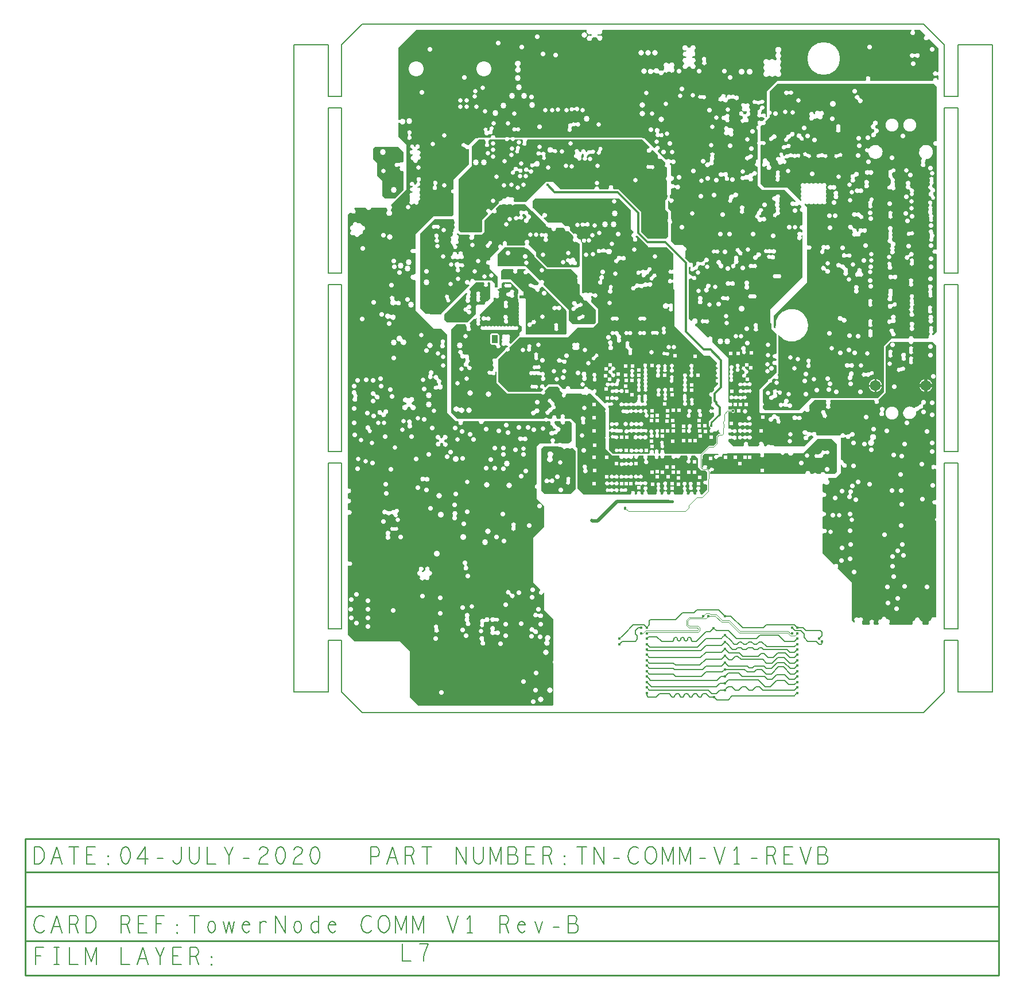
<source format=gbr>
G04 ================== begin FILE IDENTIFICATION RECORD ==================*
G04 Layout Name:  E:/CAD/CAD/FACEBOOK/COM V1/WORK/22-12-20/COM_V1_P2_21-12-2020_4.brd*
G04 Film Name:    COM_V1_P2-L7.gbr*
G04 File Format:  Gerber RS274X*
G04 File Origin:  Cadence Allegro 16.6-2015-S108*
G04 Origin Date:  Fri Dec 25 11:50:55 2020*
G04 *
G04 Layer:  DRAWING FORMAT/FILM_LABEL_OUTLINE*
G04 Layer:  VIA CLASS/L7_PWR2*
G04 Layer:  PIN/L7_PWR2*
G04 Layer:  ETCH/L7_PWR2*
G04 Layer:  BOARD GEOMETRY/OUTLINE*
G04 Layer:  BOARD GEOMETRY/TOOLING_CORNERS*
G04 *
G04 Offset:    (0.000 0.000)*
G04 Mirror:    No*
G04 Mode:      Positive*
G04 Rotation:  0*
G04 FullContactRelief:  No*
G04 UndefLineWidth:     6.000*
G04 ================== end FILE IDENTIFICATION RECORD ====================*
%FSLAX55Y55*MOIN*%
%IR0*IPPOS*OFA0.00000B0.00000*MIA0B0*SFA1.00000B1.00000*%
%ADD14C,.022*%
%ADD13C,.015*%
%ADD10C,.024*%
%ADD12C,.016*%
%ADD16C,.026*%
%ADD11C,.018*%
%ADD15C,.062992*%
%ADD17C,.005*%
%ADD18C,.006*%
%ADD19C,.0062*%
%ADD20C,.003402*%
%ADD21C,.0045*%
%ADD22C,.0048*%
%ADD23C,.003902*%
%ADD24C,.01*%
%ADD25C,.02*%
%ADD26C,.012*%
%ADD36C,.189296*%
%ADD29C,.032004*%
%ADD33C,.024004*%
%ADD28C,.034004*%
%ADD30C,.026004*%
%ADD31C,.036004*%
%ADD27C,.028004*%
%ADD34C,.075122*%
%ADD32C,.087004*%
%ADD35C,.074996*%
G75*
%LPD*%
G75*
G36*
G01X44613Y3891D02*
X39648Y8856D01*
Y35542D01*
X33856Y41334D01*
X30133D01*
X30029Y41231D01*
X7481D01*
X3447Y45265D01*
Y84980D01*
G02X4061Y85319I400J0D01*
G03Y87685I748J1183D01*
G02X3447Y88024I-214J338D01*
G01Y114571D01*
G02X3992Y114944I400J0D01*
G03Y117552I510J1304D01*
G02X3447Y117924I-146J373D01*
G01Y121045D01*
G02X3915Y121439I400J0D01*
G03Y124199I237J1380D01*
G02X3447Y124593I-68J394D01*
G01Y127003D01*
G02X3915Y127397I400J0D01*
G03Y130157I237J1380D01*
G02X3447Y130551I-68J394D01*
G01Y288954D01*
X4949Y290456D01*
G02X5583Y290366I283J-283D01*
G03X7484Y292267I1227J675D01*
G02X7394Y292901I193J351D01*
G01X7832Y293338D01*
X13911D01*
X13948Y293186D01*
G03X17251I1652J403D01*
G01X17289Y293338D01*
X25931D01*
X25961Y293174D01*
G03X26582Y292140I1673J302D01*
G02Y291511I-247J-314D01*
G03X28686I1052J-1336D01*
G02Y292140I247J314D01*
G03X28828Y294686I-1052J1336D01*
G01X28686Y294828D01*
X37434Y303576D01*
Y330076D01*
X32834Y334676D01*
Y342271D01*
G03X33088Y342595I-1200J1204D01*
G02X33793Y342557I342J-207D01*
G03X33880Y344156I1541J719D01*
G02X33175Y344194I-342J207D01*
G03X32834Y344680I-1541J-719D01*
G01Y386270D01*
X43218Y396655D01*
X142000D01*
G02X142378Y396122I0J-400D01*
G03X144611Y394165I1510J-530D01*
G02X145190Y393772I181J-357D01*
G03X145190Y393483I1594J-145D01*
G02X144611Y393090I-398J-36D01*
G03X145482Y391807I-723J-1427D01*
G02X146061Y392200I398J36D01*
G03X147668Y392293I723J1427D01*
G02X148288Y391942I221J-333D01*
G03X149003Y393203I1599J-73D01*
G02X148383Y393555I-221J333D01*
G03X148381Y393733I-1599J72D01*
G02X148980Y394105I399J26D01*
G03X151262Y396102I803J1384D01*
G02X151631Y396655I370J153D01*
G01X330479D01*
G02X330735Y395948I0J-400D01*
G03X332530I897J-1075D01*
G02X332786Y396655I256J307D01*
G01X335761D01*
X338781Y393635D01*
G02X338696Y393005I-283J-283D01*
G03X340607Y391094I696J-1215D01*
G02X341237Y391178I347J-199D01*
G01X346449Y385967D01*
Y372361D01*
G02X345751Y372094I-400J0D01*
G03Y370223I-1042J-936D01*
G02X346449Y369955I298J-267D01*
G01Y368038D01*
X346178Y367767D01*
X346015Y367930D01*
X346001Y367956D01*
G03X343361Y367307I-1239J-652D01*
G02X342961Y366907I-400J1D01*
G01X307062D01*
G02X306748Y367556I0J400D01*
G03X304554I-1097J870D01*
G02X304241Y366907I-313J-249D01*
G01X252979D01*
X247036Y360964D01*
Y346394D01*
X246466Y345824D01*
X246222Y346068D01*
X246287Y346197D01*
G03X244216Y347712I-1161J586D01*
G02X243614Y347760I-280J286D01*
G03X243605Y347773I-1052J-764D01*
G02X243636Y348292I319J241D01*
G03X243919Y349650I-936J903D01*
G02X244286Y350190I375J140D01*
G03X243045Y351034I-23J1300D01*
G02X242678Y350494I-375J-140D01*
G03X241663Y348412I23J-1300D01*
G02X241631Y347893I-319J-241D01*
G03X243477Y346061I936J-903D01*
G02X244079Y346013I280J-286D01*
G03X245151Y345483I1047J770D01*
G02X245442Y344800I8J-400D01*
G01X244177Y343536D01*
G02X243603Y343543I-283J283D01*
G03X241765Y341705I-945J-893D01*
G02X241773Y341132I-275J-291D01*
G01X241706Y341065D01*
X241663Y341050D01*
G03X241600Y338613I421J-1230D01*
G01X241725Y338563D01*
Y331966D01*
G03Y329790I882J-1088D01*
G01Y321588D01*
X241559Y321560D01*
G03X240635Y319664I221J-1281D01*
G02X240571Y319404I-176J-94D01*
G03X241495Y317043I731J-1076D01*
G01X241510Y317045D01*
X241725D01*
Y316776D01*
X241734Y316767D01*
Y305813D01*
X241757D01*
X243826Y303745D01*
X257169D01*
X263534Y297379D01*
G02X263451Y296750I-283J-283D01*
G03X263186Y296552I698J-1214D01*
G02X262911I-137J145D01*
G03Y294518I-963J-1017D01*
G02X263186I137J-145D01*
G03X265362Y294838I963J1017D01*
G02X265992Y294922I347J-199D01*
G01X266854Y294060D01*
G02X266758Y293423I-283J-283D01*
G03X267340Y290786I653J-1239D01*
G02X267719Y290387I-20J-399D01*
G01Y283543D01*
G02X267293Y283144I-400J0D01*
G03Y280549I-86J-1297D01*
G02X267719Y280150I27J-399D01*
G01Y279258D01*
G02X267028Y278984I-400J0D01*
G03X264938Y277122I-1021J-958D01*
G02X264912Y276838I-153J-129D01*
G03X266869Y276660I888J-1083D01*
G02X266894Y276944I153J129D01*
G03X267028Y277068I-888J1083D01*
G02X267719Y276795I292J-274D01*
G01Y252959D01*
X248792Y234032D01*
Y226426D01*
G02X249427Y225944I135J-481D01*
G01Y222982D01*
X252434Y219976D01*
Y208576D01*
G02X251899Y208199I-400J0D01*
G03Y205752I-439J-1224D01*
G02X252434Y205375I135J-377D01*
G01Y204662D01*
G02X251851Y204306I-400J0D01*
G03Y201994I-594J-1156D01*
G02X252434Y201638I183J-356D01*
G01Y197376D01*
X248986Y193928D01*
X248895Y193935D01*
G03X247507Y192546I-91J-1297D01*
G01X247513Y192455D01*
X242734Y187676D01*
X242682D01*
Y179384D01*
X242674Y179353D01*
G03Y178705I1259J-324D01*
G01X242682Y178674D01*
Y174676D01*
X242734D01*
X243334Y174076D01*
X267134D01*
X268484Y175426D01*
G02X269131Y175308I283J-283D01*
G03X271484Y176781I1275J579D01*
G02Y177292I308J255D01*
G03X271757Y178556I-1077J894D01*
G01X271726Y178668D01*
X274534Y181476D01*
X281206D01*
G02X281510Y180816I0J-400D01*
G03X281489Y179028I1066J-908D01*
G02X281482Y178516I-311J-252D01*
G03X283635Y178488I1065J-909D01*
G02X283641Y178999I311J252D01*
G03X283643Y180816I-1065J909D01*
G02X283948Y181476I305J259D01*
G01X287134D01*
X287284Y181625D01*
X309056D01*
G02X309414Y181048I0J-400D01*
G03X311722Y181349I1255J-621D01*
G01X311599Y181490D01*
X316055Y185947D01*
Y212624D01*
X318844Y215413D01*
X329335D01*
Y215212D01*
G03X331935I1300J-4D01*
G01Y215413D01*
X343329D01*
X345398Y213344D01*
Y143926D01*
G02X344726Y143632I-400J0D01*
G03Y141574I-949J-1029D01*
G02X345398Y141280I271J-294D01*
G01Y123823D01*
G02X344845Y123453I-400J0D01*
G03Y120864I-533J-1295D01*
G02X345398Y120493I152J-370D01*
G01Y113482D01*
X345284Y113428D01*
G03Y110901I603J-1263D01*
G01X345398Y110846D01*
Y55417D01*
G02X344721Y55128I-400J0D01*
G03X342355Y54057I-968J-1012D01*
G02X342024Y53646I-400J-17D01*
G03X341012Y51637I240J-1380D01*
G02X340655Y51057I-357J-180D01*
G01X337547D01*
G02X337180Y51614I0J400D01*
G03X336093Y53549I-1288J549D01*
G02X335750Y53937I57J396D01*
G03X332952Y53824I-1400J-27D01*
G02X332766Y53612I-200J-12D01*
G03X331590Y51625I93J-1397D01*
G02X331227Y51057I-363J-168D01*
G01X318247D01*
G02X317983Y51757I0J400D01*
G03X316794Y54182I-926J1050D01*
G02X316326Y54502I-75J393D01*
G03X313561Y54431I-1377J-256D01*
G02X313105Y54088I-396J53D01*
G03X311884Y51734I-211J-1384D01*
G02X311596Y51057I-288J-277D01*
G01X309178D01*
G02X308879Y51723I0J400D01*
G03X306786I-1046J930D01*
G02X306487Y51057I-299J-266D01*
G01X302814D01*
G02X302415Y51429I0J400D01*
G03X302092Y52232I-1397J-96D01*
G02X302184Y52826I307J257D01*
G03X300446Y55002I-754J1180D01*
G02X299910Y54979I-281J285D01*
G03X297960Y52982I-895J-1077D01*
G02X297914Y52411I-301J-263D01*
G03X297869Y52371I895J-1077D01*
G02X297317Y52385I-269J296D01*
G01X296370Y53332D01*
Y75674D01*
X287988Y84057D01*
X288099Y84196D01*
G03X286131Y86164I-1095J873D01*
G01X285991Y86053D01*
X279407Y92637D01*
Y103854D01*
G02X279989Y104210I400J0D01*
G03Y106525I592J1157D01*
G02X279407Y106881I-182J356D01*
G01Y113611D01*
G02X279866Y114007I400J0D01*
G03Y116579I192J1286D01*
G02X279407Y116974I-59J396D01*
G01Y124870D01*
G02X279899Y125259I400J0D01*
G03Y127790I297J1266D01*
G02X279407Y128180I-91J389D01*
G01Y132633D01*
G02X280131Y132868I400J0D01*
G03X282460Y135500I1457J1057D01*
G02X282437Y136187I194J350D01*
G03X282573Y136286I-756J1179D01*
G01X287061D01*
X289750Y138975D01*
Y143621D01*
G02X290150Y144021I400J0D01*
G03X290174Y144021I0J1400D01*
G02X290580Y143589I7J-400D01*
G03X291949Y144875I1396J-114D01*
G02X291543Y145307I-7J400D01*
G03X290150Y146822I-1396J114D01*
G02X289750Y147222I1J400D01*
G01Y159326D01*
G02X290346Y159675I400J0D01*
G03X292067Y159955I684J1221D01*
G02X292740Y159818I296J-269D01*
G03X295437Y160017I1322J462D01*
G02X295991Y160308I393J-75D01*
G03X295179Y161854I563J1282D01*
G02X294625Y161562I-393J75D01*
G03X293026Y161222I-563J-1282D01*
G02X292352Y161359I-296J269D01*
G03X289640Y161061I-1322J-462D01*
G02X288960Y160826I-397J47D01*
G01X288862Y160923D01*
X276146D01*
G02X275752Y161395I0J400D01*
G03X273260Y162493I-1377J251D01*
G02X272599Y162528I-319J242D01*
G03X270824Y163081I-1199J-724D01*
G02X270293Y163285I-164J365D01*
G03X269586Y161448I-1283J-561D01*
G02X270117Y161243I164J-365D01*
G03X270172Y161132I1283J561D01*
G02X269946Y160843I-175J-96D01*
G03X270940Y159890I-347J-1357D01*
G02X271340Y160406I383J115D01*
G03X272515Y160958I60J1399D01*
G02X273176Y160922I319J-242D01*
G03X273760Y160388I1199J724D01*
G02X273868Y159746I-176J-359D01*
G01X268866Y154744D01*
X251404D01*
G03X249456Y155140I-1170J-768D01*
G02X248928Y155214I-222J332D01*
G03X248749Y155388I-994J-839D01*
G03X246741Y154894I-815J-1013D01*
G01X246676Y154744D01*
X245680D01*
G02X245296Y155255I0J400D01*
G03X244833Y156569I-1153J333D01*
G03X242477Y155474I-1202J-496D01*
G02X242033Y154744I-444J-230D01*
G01X236434D01*
G02X235991Y155474I0J500D01*
G03X233682I-1154J599D01*
G02X233238Y154744I-444J-230D01*
G01X227165D01*
X224434Y157476D01*
Y158461D01*
G02X224986Y158831I400J0D01*
G03X226336Y159141I456J1110D01*
G02X226987Y159063I298J-267D01*
G03X227129Y160501I1147J613D01*
G02X226476Y160551I-309J254D01*
G03X224986Y161051I-1034J-610D01*
G02X224434Y161421I-152J370D01*
G01Y162281D01*
G02X225012Y162639I400J0D01*
G03X226521Y163014I534J1075D01*
G02X227202Y162962I325J-233D01*
G03X227296Y164209I1069J546D01*
G02X226615Y164261I-325J233D01*
G03X225012Y164789I-1069J-546D01*
G02X224434Y165147I-178J358D01*
G01Y166794D01*
X224448Y166830D01*
G03Y167722I-1114J446D01*
G01X224434Y167757D01*
Y174687D01*
X226169D01*
G03Y175828I1056J570D01*
G01X224434D01*
Y177707D01*
G02X225070Y178030I400J0D01*
G03Y179968I708J969D01*
G02X224434Y180292I-236J323D01*
G01Y205787D01*
X215434Y214787D01*
X215434Y214870D01*
G03X215102Y215743I-1300J5D01*
G02X215094Y216268I298J267D01*
G03X212888Y217989I-1070J903D01*
G02X212280Y217940I-325J234D01*
G01X205192Y225029D01*
G02X205400Y225705I283J283D01*
G03X203414Y227691I-316J1671D01*
G02X202738Y227482I-393J74D01*
G01X201653Y228567D01*
Y251576D01*
G02X202049Y251976I400J0D01*
G03X202841Y252257I-15J1300D01*
G02X203477Y252045I248J-314D01*
G03X203927Y253395I1257J331D01*
G02X203291Y253607I-248J314D01*
G03X202049Y254576I-1257J-331D01*
G02X201653Y254976I5J400D01*
G01Y258612D01*
G02X202216Y258977I400J0D01*
G03X202454Y258898I527J1188D01*
G02X202664Y258242I-89J-390D01*
G03X204845Y256902I970J-866D01*
G02X205339Y257137I372J-146D01*
G03X206944Y258852I395J1239D01*
G02X207249Y259393I372J147D01*
G03X208096Y259925I-215J1282D01*
G02X208731Y259948I327J-231D01*
G03X211004Y261052I1003J827D01*
G02X211486Y261527I391J85D01*
G03X210450Y262543I320J1363D01*
G02X209985Y262051I-388J-99D01*
G03X208672Y261526I-251J-1276D01*
G02X208037Y261503I-327J231D01*
G03X205824Y260199I-1003J-827D01*
G02X205518Y259658I-372J-147D01*
G03X204523Y258850I216J-1282D01*
G02X204029Y258614I-372J146D01*
G03X203923Y258643I-395J-1239D01*
G02X203713Y259300I89J390D01*
G03X202216Y261354I-970J866D01*
G02X201653Y261720I-162J366D01*
G01Y261810D01*
X199295Y264168D01*
X199639Y264512D01*
Y267456D01*
G03X199600Y267628I-400J0D01*
G02X199713Y268114I361J172D01*
G03X199059Y270597I-868J1099D01*
G02X198722Y270964I61J395D01*
G03X198606Y271219I-399J-28D01*
G01X198049Y271775D01*
X194100D01*
G03X193817Y271658I0J-400D01*
G02X193251I-283J283D01*
G01X191081Y273828D01*
Y277302D01*
X191134Y277354D01*
Y283638D01*
X191244Y283694D01*
G03X191709Y285821I-628J1252D01*
G03X191134Y287171I-1275J254D01*
G01Y291197D01*
X189534Y292797D01*
Y297154D01*
X189830Y297450D01*
X190050Y297230D01*
X190062Y297170D01*
G03X190908Y298732I1375J265D01*
G02X190434Y299231I26J499D01*
G01Y300493D01*
X191297Y301357D01*
Y304045D01*
G02X191807Y304430I400J0D01*
G03X193167Y304853I357J1250D01*
G02X193845Y304754I309J-254D01*
G03X194024Y306151I1290J544D01*
G02X193344Y306226I-317J243D01*
G03X191807Y306930I-1180J-546D01*
G02X191297Y307315I-110J385D01*
G01Y308528D01*
G02X191699Y308928I400J0D01*
G03Y311728I6J1400D01*
G02X191297Y312128I-2J400D01*
G01Y318095D01*
X190739Y318653D01*
G02X190760Y319238I283J283D01*
G03X190826Y319299I-919J1056D01*
G02X191445Y319231I282J-284D01*
G03X191638Y320980I1179J755D01*
G02X191019Y321048I-282J284D01*
G03X188784Y321213I-1179J-755D01*
G02X188200Y321193I-302J263D01*
G01X186226Y323167D01*
X186211Y323212D01*
G03X185316Y324107I-1331J-436D01*
G01X185270Y324122D01*
X183446Y325947D01*
G02X183675Y326626I283J283D01*
G03X182101Y328200I-187J1388D01*
G02X181422Y327971I-396J53D01*
G01X175667Y333726D01*
X175058D01*
X174708Y334076D01*
X100480D01*
G03X98436I-1022J-804D01*
G01X96896D01*
G03X95032I-932J-907D01*
G01X89244D01*
X89231Y334262D01*
G03X86637I-1297J-87D01*
G01X86624Y334076D01*
X79220D01*
X78869Y333726D01*
X77884D01*
X73661Y329504D01*
X73522Y329610D01*
G03X72514Y329857I-788J-1034D01*
G02X72064Y330133I-68J394D01*
G03X71042Y328467I-1242J-385D01*
G02X71492Y328191I68J-394D01*
G03X73308Y327409I1242J385D01*
G02X73884Y327050I176J-359D01*
G01Y318726D01*
X64821Y309663D01*
Y304102D01*
X64647Y304079D01*
G03Y301501I167J-1289D01*
G01X64821Y301478D01*
Y288963D01*
X64034Y288176D01*
X60965D01*
X60934Y288208D01*
X53165D01*
X42834Y277876D01*
Y269457D01*
G02X42169Y269158I-400J0D01*
G03Y267062I-929J-1048D01*
G02X42834Y266763I265J-299D01*
G01Y254862D01*
G02X42279Y254494I-400J0D01*
G03Y251359I-659J-1567D01*
G02X42834Y250991I155J-369D01*
G01Y233476D01*
X46034Y230276D01*
X46134D01*
X53334Y223076D01*
X57851D01*
X61155Y219772D01*
Y174443D01*
X66348Y169250D01*
X67436D01*
G02X67812Y168712I0J-400D01*
G03X70441I1315J-482D01*
G02X70817Y169250I376J138D01*
G01X79319D01*
G02X79719Y168843I0J-400D01*
G03X82519I1400J-22D01*
G02X82919Y169250I400J6D01*
G01X117855D01*
G03X119685I915J924D01*
G01X120916D01*
G02X121253Y168634I0J-400D01*
G03X122191Y166501I1180J-754D01*
G02X122522Y166102I-69J-394D01*
G03X123928Y164789I1300J-17D01*
G02X124359Y164428I33J-399D01*
G03X124361Y164409I1394J130D01*
G02X124026Y163970I-398J-43D01*
G03X123224Y163508I206J-1284D01*
G02X122707Y163419I-310J253D01*
G03X123123Y161409I-725J-1198D01*
G02X123633Y161532I326J-232D01*
G03X125531Y162749I599J1154D01*
G02X125891Y163167I400J19D01*
G03X125558Y165947I-138J1393D01*
G02X125107Y166282I-56J396D01*
G03X124132Y167347I-1285J-197D01*
G02X123829Y167768I95J388D01*
G03X123612Y168634I-1396J112D01*
G02X123950Y169250I337J215D01*
G01X126756D01*
G02X127151Y168785I0J-400D01*
G03X129717I1283J-210D01*
G02X130112Y169250I395J64D01*
G01X132660D01*
X133639Y168270D01*
Y157927D01*
X132339Y156628D01*
X132275Y156618D01*
G03X131631Y156376I264J-1680D01*
G01X129459D01*
G03X129409I-25J-1700D01*
G01X127848D01*
G03X125684I-1082J-889D01*
G01X123683D01*
G02X123416Y157074I0J400D01*
G03X121684I-866J969D01*
G02X121417Y156376I-267J-298D01*
G01X115134D01*
X113334Y154576D01*
Y132636D01*
X113186Y132596D01*
G03Y129891I362J-1353D01*
G01X113334Y129852D01*
Y124039D01*
X117538Y119834D01*
X117552Y119781D01*
G03X117635Y119547I1356J351D01*
G01X117654Y119507D01*
Y108096D01*
X111206Y101648D01*
Y75764D01*
X115370Y71599D01*
G02X115247Y70950I-283J-283D01*
G03X117193Y69480I558J-1284D01*
G01X117216Y69654D01*
X117654D01*
Y59518D01*
X123016Y54157D01*
Y30588D01*
G03Y27994I937J-1297D01*
G01Y4719D01*
X122188Y3891D01*
X44613D01*
G37*
G36*
G01X111866Y265586D02*
Y264956D01*
X119247Y257575D01*
X133118D01*
X137030Y253664D01*
G02X137027Y253307I-177J-177D01*
G03X136933Y251545I906J-932D01*
G02Y250906I-385J-320D01*
G03X137915Y248775I1001J-830D01*
G02X138408Y248275I-7J-500D01*
G01Y242935D01*
X140288Y241056D01*
X140236Y240932D01*
G03X141937Y239232I1200J-500D01*
G01X142060Y239283D01*
X147434Y233910D01*
Y230076D01*
X147434Y226534D01*
X146558Y225658D01*
X134142D01*
X131958Y227842D01*
Y234072D01*
X117343Y248688D01*
G02X117322Y249230I283J283D01*
G03X115489Y251064I-988J845D01*
G02X114946Y251085I-260J304D01*
G01X113520Y252511D01*
Y252540D01*
X106934Y259126D01*
X90645D01*
X90481Y259289D01*
Y266123D01*
X94486Y270128D01*
X106351D01*
G03X107907Y269412I1241J648D01*
G01X108015Y269437D01*
X111866Y265586D01*
G37*
G36*
G01X140697Y126528D02*
X136950Y130275D01*
Y153308D01*
X135759Y154498D01*
Y167836D01*
X132929Y170666D01*
X129702D01*
G02X129380Y171304I0J400D01*
G03X127288I-1046J772D01*
G02X126966Y170666I-322J-237D01*
G01X125149D01*
G02X124768Y171188I0J400D01*
G03X122291I-1239J396D01*
G02X121910Y170666I-381J-122D01*
G01X119979D01*
X119923Y170774D01*
G03X117616I-1153J-600D01*
G01X117560Y170666D01*
X80824D01*
X80746Y170744D01*
X67214D01*
X63516Y174442D01*
Y222434D01*
X66657Y225575D01*
X71639D01*
G02X72039Y225158I0J-400D01*
G03X72532Y224028I1399J-62D01*
G02X72609Y223505I-259J-305D01*
G03X74689Y223810I1174J-763D01*
G02X74612Y224333I259J305D01*
G03X74438Y226075I-1174J763D01*
G01X74300Y226217D01*
X76545Y228462D01*
X77520D01*
X78203Y229145D01*
X78352Y228996D01*
X78359Y228988D01*
G03X78412Y228925I972J786D01*
G02Y228654I-147J-136D01*
G03X78414Y226955I918J-848D01*
G02Y226683I-147J-136D01*
G03X80247I916J-850D01*
G02Y226955I147J136D01*
G03X80249Y228654I-916J850D01*
G02Y228925I147J136D01*
G03X80249Y230622I-918J848D01*
G02Y230893I147J136D01*
G03X80546Y231446I-919J848D01*
G01X80559Y231501D01*
X88334Y239276D01*
Y240874D01*
X88461Y240923D01*
G03X88721Y241062I-476J1210D01*
G02X89247Y240998I227J-330D01*
G03X91201Y242714I972J863D01*
G02X91222Y243261I302J262D01*
G03X90409Y245483I-913J926D01*
G01X90335Y245489D01*
X90141Y245683D01*
X90534Y246075D01*
X91534D01*
Y246476D01*
X93034D01*
Y249426D01*
X93534Y249926D01*
X98323D01*
X102643Y245606D01*
Y243450D01*
X102273D01*
Y240586D01*
X102643Y240216D01*
Y238367D01*
X102809Y238201D01*
X102764Y238080D01*
G03X103018Y236797I1172J-435D01*
G02Y236526I-147J-136D01*
G03Y234829I918J-848D01*
G02Y234558I-147J-136D01*
G03Y232861I918J-848D01*
G02Y232590I-147J-136D01*
G03X103018Y230893I918J-848D01*
G02Y230622I-147J-136D01*
G03X103018Y228925I919J-848D01*
G02Y228654I-147J-136D01*
G03Y226957I918J-848D01*
G02Y226686I-147J-136D01*
G03X104010Y224589I918J-848D01*
G02X104434Y224190I24J-399D01*
G01Y222076D01*
X103134Y220776D01*
Y219175D01*
X98228Y214268D01*
G02X97550Y214483I-283J283D01*
G03X97333Y215010I-1281J-221D01*
G02X97371Y215518I327J230D01*
G03X97418Y217267I-938J900D01*
G02X97430Y217541I151J131D01*
G03X95648Y219434I-904J935D01*
G02X95370Y219441I-135J147D01*
G03X93339Y217845I-925J-914D01*
G02X93272Y217343I-340J-210D01*
G03X93206Y215515I890J-948D01*
G02X93192Y215231I-147J-135D01*
G03X94904Y213274I868J-968D01*
G02X95424I260J-304D01*
G03X96425Y212972I845J988D01*
G01X96522Y212983D01*
X96732Y212773D01*
X96241Y212282D01*
X96173Y212274D01*
G03X95040Y211141I157J-1291D01*
G01X95031Y211072D01*
X89951Y205992D01*
Y205875D01*
X89895Y205819D01*
Y205786D01*
G02X89572Y205627I-200J0D01*
G03X88012Y203548I-796J-1028D01*
G02X88042Y202925I-235J-323D01*
G03X88184Y200871I863J-972D01*
G02X88219Y200231I-222J-333D01*
G03X87810Y198852I834J-997D01*
G02X87600Y198374I-382J-117D01*
G03X87356Y198221I561J-1173D01*
G02X86804Y198275I-248J314D01*
G03X86623Y196408I-987J-846D01*
G02X87174Y196354I248J-314D01*
G03X89349Y197730I987J846D01*
G02X89468Y198001I183J81D01*
G03X89609Y198058I-415J1232D01*
G01X89650Y198077D01*
X89895D01*
Y191772D01*
X89951Y191716D01*
Y191259D01*
X96084Y185126D01*
X115084D01*
X115306Y185347D01*
X115787D01*
G03X117935Y186775I1166J576D01*
G01X117813Y186915D01*
X120273Y189376D01*
X125519D01*
X126634Y188261D01*
Y187305D01*
X128176Y185763D01*
G02X128142Y185167I-283J-283D01*
G03X130142Y184675I810J-1017D01*
G02X130508Y185236I366J161D01*
G01X139076D01*
G03X140926Y184807I1126J651D01*
G02X141191Y184768I111J-166D01*
G03X143401Y185111I1003J827D01*
G01X143451Y185236D01*
X144458D01*
X153206Y176488D01*
Y175937D01*
G03Y174414I928J-761D01*
G01Y164397D01*
X153181Y164352D01*
G03Y163199I1052J-577D01*
G01X153206Y163154D01*
Y160490D01*
G03Y158933I1041J-779D01*
G01Y153285D01*
X154251Y152240D01*
Y152195D01*
X157140Y149306D01*
X160949D01*
G02X161328Y148778I0J-400D01*
G03X163514Y147810I1136J-387D01*
G02X164214I350J-194D01*
G03X166314I1050J581D01*
G02X167014I350J-194D01*
G03X169200Y148778I1050J581D01*
G02X169579Y149306I379J129D01*
G01X170017D01*
Y149056D01*
X169994Y149012D01*
G03X172202Y148792I1059J-565D01*
G02X172585Y149306I383J115D01*
G01X175010D01*
G02X175366Y148724I0J-400D01*
G03X175880Y147111I1068J-548D01*
G02X175963Y146458I-185J-355D01*
G03X177381Y146667I868J-968D01*
G02X177272Y147316I169J362D01*
G03X177458Y148802I-838J860D01*
G02X177799Y149411I341J209D01*
G01X181461D01*
G02X181828Y148852I0J-400D01*
G03X184031I1101J-477D01*
G02X184398Y149411I367J159D01*
G01X184716D01*
G02X185101Y148904I0J-400D01*
G03X187413I1156J-323D01*
G02X187798Y149411I385J108D01*
G01X191252D01*
G02X191622Y148860I0J-400D01*
G03X193801Y147857I1111J-453D01*
G02X194433Y147962I356J-183D01*
G03X196631Y148985I901J938D01*
G02X197031Y149411I399J26D01*
G01X200257D01*
G02X200644Y148912I0J-400D01*
G03X201090Y147651I1163J-298D01*
G02X201009Y146963I-239J-321D01*
G03X202201Y146823I475J-1102D01*
G02X202282Y147511I239J321D01*
G03X202969Y148912I-475J1102D01*
G02X203357Y149411I387J99D01*
G01X205177D01*
X207014Y147574D01*
Y142579D01*
X209060Y140533D01*
X211190D01*
X212291Y139432D01*
Y135869D01*
X212177Y135755D01*
Y134993D01*
G02X211591Y134639I-400J0D01*
G03Y132513I-557J-1063D01*
G02X212177Y132158I186J-354D01*
G01Y129324D01*
X209380Y126528D01*
X208622D01*
G02X208247Y127066I0J400D01*
G03X207701Y128528I-1127J413D01*
G02Y129228I194J350D01*
G03X206538I-581J1050D01*
G02Y128528I-194J-350D01*
G03X205993Y127066I581J-1050D01*
G02X205617Y126528I-376J-138D01*
G01X204796D01*
G02X204402Y126997I0J400D01*
G03X202038I-1182J207D01*
G02X201644Y126528I-394J-69D01*
G01X200749D01*
G02X200395Y127115I0J400D01*
G03X200040Y128646I-1061J561D01*
G02X199991Y129251I235J324D01*
G03X199719Y131146I-853J844D01*
G02Y131846I194J350D01*
G03X198556I-581J1050D01*
G02Y131146I-194J-350D01*
G03X198432Y129125I581J-1050D01*
G02X198481Y128520I-235J-324D01*
G03X198273Y127115I853J-844D01*
G02X197919Y126528I-354J-187D01*
G01X193482D01*
G02X193086Y126985I0J400D01*
G03X190710I-1188J170D01*
G02X190314Y126528I-396J-57D01*
G01X189382D01*
G02X189004Y127058I0J400D01*
G03X186735I-1135J391D01*
G02X186356Y126528I-378J-130D01*
G01X185483D01*
G02X185105Y127058I0J400D01*
G03X184551Y128499I-1135J391D01*
G02Y129199I194J350D01*
G03X184738Y131170I-581J1050D01*
G02X184730Y131777I256J307D01*
G03X183165Y131754I-796J899D01*
G02X183174Y131147I-256J-307D01*
G03X183388Y129199I796J-899D01*
G02Y128499I-194J-350D01*
G03X182835Y127058I581J-1050D01*
G02X182457Y126528I-378J-130D01*
G01X177978D01*
G02X177600Y127058I0J400D01*
G03X177047Y128500I-1135J391D01*
G02Y129200I194J350D01*
G03X175884I-581J1050D01*
G02Y128500I-194J-350D01*
G03X175331Y127058I581J-1050D01*
G02X174953Y126528I-378J-130D01*
G01X174078D01*
G02X173700Y127058I0J400D01*
G03X171430I-1135J390D01*
G02X171052Y126528I-378J-130D01*
G01X170549D01*
G02X170195Y127115I0J400D01*
G03X168073I-1061J561D01*
G02X167719Y126528I-354J-187D01*
G01X160029D01*
G03X158374I-828J-869D01*
G01X148013D01*
X147971Y126549D01*
G03X146897I-537J-1073D01*
G01X146855Y126528D01*
X140697D01*
G37*
G36*
G01X107057Y219576D02*
X106909Y219723D01*
Y219922D01*
X106912Y219940D01*
G03X106925Y220326I-1279J235D01*
G03X106912Y220711I-1292J150D01*
G01X106909Y220729D01*
Y240271D01*
X106502Y240678D01*
X105437D01*
Y240713D01*
X104533D01*
X104491Y240734D01*
G03X103600Y240818I-554J-1121D01*
G01X103488Y240786D01*
X103274Y241000D01*
Y241920D01*
G02X103737Y242315I400J0D01*
G03X104491Y242429I199J1234D01*
G01X104533Y242450D01*
X105437D01*
Y244650D01*
X105014D01*
X98138Y251526D01*
X92670D01*
Y256711D01*
X93484Y257526D01*
X99440D01*
G02X99770Y256898I0J-400D01*
G03X101908I1069J-740D01*
G02X102237Y257526I329J228D01*
G01X106501D01*
X106871Y257156D01*
X106684Y256969D01*
X106621Y256958D01*
G03X108042Y255195I213J-1283D01*
G02X108696Y255330I372J-148D01*
G01X114482Y249545D01*
G02X114306Y248877I-283J-283D01*
G03X113516Y248253I348J-1253D01*
G02X112876Y248171I-350J194D01*
G03X111445Y248480I-943J-896D01*
G02X110927Y248692I-151J371D01*
G03X110223Y246971I-1193J-516D01*
G02X110741Y246759I151J-371D01*
G03X112032Y245979I1193J516D01*
G02X112462Y245588I30J-399D01*
G03X115009Y245980I1300J24D01*
G02X115219Y246453I384J113D01*
G03X115907Y247276I-565J1171D01*
G02X116575Y247451I385J-107D01*
G01X130698Y233328D01*
Y220293D01*
X129981Y219576D01*
X107057D01*
G37*
G36*
G01X51655Y231276D02*
X51155Y231776D01*
X48534D01*
X45834Y234476D01*
X45634Y234676D01*
Y278176D01*
X53934Y286476D01*
X64817D01*
G02X65205Y285979I0J-400D01*
G03X65514Y284781I1262J-314D01*
G02X65490Y284213I-293J-272D01*
G03X65619Y282185I874J-962D01*
G02X65595Y281514I-229J-328D01*
G03X65077Y279864I667J-1116D01*
G02X64993Y279607I-182J-82D01*
G03X64571Y277726I641J-1132D01*
G02X64266Y276948I-409J-288D01*
G03X63617Y274753I268J-1272D01*
G02Y274398I-176J-177D01*
G03X63704Y272474I916J-923D01*
G03X64516Y271226I1300J-43D01*
G02X64752Y270748I-150J-371D01*
G03X66336Y271659I1253J-347D01*
G02X66203Y271930I51J193D01*
G03X66217Y271965I-1200J501D01*
G02X66434Y272091I187J-72D01*
G03X67603Y274242I199J1285D01*
G02Y274909I373J333D01*
G03X67931Y275690I-969J867D01*
G03X67111Y277483I-1181J544D01*
G02X66848Y278010I111J384D01*
G03X66889Y278138I-1215J464D01*
G02X67726Y278362I483J-130D01*
G01X68612Y277476D01*
X74045D01*
G02X74397Y276620I0J-500D01*
G03X76414Y275005I915J-924D01*
G03X76851Y276854I-645J1129D01*
G02X77184Y277476I333J222D01*
G01X81266D01*
Y277521D01*
X82808Y279063D01*
Y285935D01*
X87216Y290343D01*
G02X87797Y290326I283J-283D01*
G03X89633Y292161I972J864D01*
G02X89616Y292743I266J299D01*
G01X91767Y294895D01*
X91888Y294850D01*
G03X93469Y295424I453J1219D01*
G01X94897D01*
G03X97183I1143J619D01*
G01X98078D01*
X98135Y295319D01*
G03X100420I1142J621D01*
G01X100476Y295424D01*
X106220D01*
X110480Y291164D01*
X110740D01*
X118418Y283486D01*
Y283311D01*
X118562Y283167D01*
X118572Y283103D01*
G03X119658Y282017I1285J199D01*
G01X119722Y282007D01*
X120166Y281564D01*
X121458D01*
G02X121853Y281096I0J-400D01*
G03X124415I1281J-220D01*
G02X124810Y281564I394J68D01*
G01X128909D01*
G02X129309Y281150I0J-400D01*
G03X131630Y279510I1699J-58D01*
G01X131752Y279558D01*
X134229Y277080D01*
X134228Y276996D01*
G03X134539Y276134I1300J-17D01*
G02X134512Y275586I-304J-260D01*
G03X135988Y273482I901J-937D01*
G02X136534Y273275I177J-359D01*
G03X137811Y272469I1203J492D01*
G02X138234Y272070I23J-399D01*
G01Y259576D01*
X137234Y258576D01*
X119661D01*
X112866Y265370D01*
Y267689D01*
X109289Y271266D01*
X108910D01*
X108856Y271380D01*
G03X108593Y271755I-1263J-604D01*
G02X108598Y272320I286J280D01*
G03X106617Y272340I-981J999D01*
G02X106611Y271775I-286J-280D01*
G03X106328Y271380I981J-999D01*
G01X106274Y271266D01*
X96022D01*
G02X95719Y271927I0J400D01*
G03X93749I-985J849D01*
G02X93507Y271270I-303J-261D01*
G01X93350Y271113D01*
X93188Y271275D01*
X93174Y271300D01*
G03X91242Y269644I-1141J-624D01*
G02X91281Y269044I-244J-317D01*
G01X86334Y264097D01*
Y263176D01*
X86034Y262876D01*
Y262825D01*
G02X85792Y262575I-250J0D01*
G03X85587Y262552I42J-1300D01*
G03X85280Y260099I-553J-1177D01*
G03X85792Y259976I553J1177D01*
G02X86034Y259726I-8J-250D01*
G01Y257676D01*
X90534Y253176D01*
Y248578D01*
X90513Y248536D01*
G03Y247421I1119J-558D01*
G01X90534Y247379D01*
Y247076D01*
X89134D01*
X88834Y247376D01*
Y247461D01*
G03X88849Y248460I-1138J517D01*
G01X88834Y248497D01*
Y249176D01*
X87195Y250815D01*
X86443D01*
X86432Y250826D01*
X77566D01*
X77555Y250815D01*
X77228D01*
X77195Y250976D01*
G03X74646Y250464I-1275J-255D01*
G01X74667Y250359D01*
X74379Y250071D01*
X74200Y250249D01*
X74186Y250300D01*
G03X73496Y248689I-1349J-376D01*
G02X74084Y248336I188J-353D01*
G01Y248147D01*
X73259Y247322D01*
X73258D01*
X57884Y231947D01*
Y231276D01*
X51655D01*
G37*
G36*
G01X61234Y226576D02*
X59434Y228376D01*
Y231376D01*
X71841Y243783D01*
G02X72650Y243637I354J-353D01*
G03X72802Y243384I1184J539D01*
G02X72719Y242689I-397J-305D01*
G03X72413Y241016I814J-1014D01*
G02X72328Y240508I-345J-203D01*
G03X72089Y238798I843J-990D01*
G03X74416Y239896I1244J377D01*
G03X74223Y240284I-1244J-378D01*
G02X74383Y240691I499J38D01*
G03X74557Y242477I-849J985D01*
G02X74648Y243162I404J295D01*
G03X74372Y245359I-815J1014D01*
G02X74226Y246168I207J455D01*
G01X77234Y249176D01*
X77330D01*
X77980Y249826D01*
X82492D01*
G02X82799Y249169I0J-400D01*
G03X84718I960J-801D01*
G02X85025Y249826I307J256D01*
G01X86017D01*
X86331Y249511D01*
Y243829D01*
X86334Y243828D01*
Y240576D01*
X84791Y239033D01*
X84662Y239056D01*
G03X83154Y237547I-229J-1280D01*
G01X83177Y237419D01*
X82584Y236826D01*
X79827D01*
X79792Y236840D01*
G03X78870I-461J-1162D01*
G01X78834Y236826D01*
X78584D01*
X77934Y236176D01*
Y231710D01*
X72800Y226576D01*
X61234D01*
G37*
G36*
G01X157554Y150307D02*
X155252Y152609D01*
Y158886D01*
G03Y160537I-1004J826D01*
G01Y163137D01*
X155278Y163183D01*
G03X155280Y163187I-1046J589D01*
G02X155959Y163216I349J-196D01*
G03X158034Y163117I1075J732D01*
G02X158693Y163053I308J-256D01*
G03X160724Y162728I1141J623D01*
G02X161271Y162729I274J-292D01*
G03X161268Y164627I887J951D01*
G02X160721Y164626I-274J292D01*
G03X158834Y164507I-887J-951D01*
G02X158175Y164571I-308J256D01*
G03X155756Y164189I-1141J-623D01*
G02X155370Y164162I-197J37D01*
G03X155278Y164368I-1136J-386D01*
G01X155252Y164414D01*
Y174737D01*
X155263Y174770D01*
G03Y175582I-1130J406D01*
G01X155252Y175614D01*
Y176960D01*
X154785Y177427D01*
G02X154859Y178051I283J283D01*
G03X155167Y178321I-625J1024D01*
G02X155767Y178346I311J-252D01*
G03X155701Y179931I867J830D01*
G02X155101Y179906I-311J252D01*
G03X153209Y179701I-867J-830D01*
G02X152585Y179626I-341J208D01*
G01X147240Y184971D01*
G02X147373Y185624I283J283D01*
G03X145809Y187188I-452J1112D01*
G02X145156Y187056I-371J151D01*
G01X144401Y187811D01*
X143180D01*
X143177Y188008D01*
G03X140577I-1300J-20D01*
G01X140574Y187811D01*
X133231D01*
G02X132832Y188225I0J400D01*
G03X130033I-1399J51D01*
G02X129633Y187811I-400J-14D01*
G01X128499D01*
X128034Y188276D01*
X127986Y188323D01*
X125834Y190476D01*
X119959D01*
X118454Y188971D01*
G02X117773Y189287I-283J283D01*
G03X116584Y188098I-1296J107D01*
G02X116900Y187417I33J-399D01*
G01X116679Y187195D01*
X116626Y187182D01*
G03X115770Y186464I327J-1259D01*
G01X115717Y186348D01*
X96734D01*
X90895Y192187D01*
Y205405D01*
X95478Y209988D01*
X95614Y209898D01*
G03X97416Y211699I716J1085D01*
G01X97326Y211836D01*
X103466Y217976D01*
X131109D01*
X136859Y223726D01*
X146198D01*
X149048Y226576D01*
Y234376D01*
X144784Y238639D01*
G02X144803Y239222I283J283D01*
G03X144854Y241128I-858J977D01*
G02X144958Y241773I280J286D01*
G03X145315Y242032I-573J1167D01*
G02X145982Y241878I286J-279D01*
G03X146286Y243190I1236J405D01*
G02X145620Y243345I-286J279D01*
G03X143368Y243751I-1236J-405D01*
G02X142747Y243745I-313J249D01*
G03X140607Y243540I-1001J-830D01*
G02X139973Y243450I-351J192D01*
G01X139599Y243824D01*
Y272842D01*
X139234Y273207D01*
Y273490D01*
X139038Y273686D01*
X139038Y273769D01*
G03X137739Y275067I-1300J-2D01*
G01X137656Y275068D01*
X136556Y276168D01*
X136638Y276302D01*
G03X134851Y278089I-1110J677D01*
G01X134717Y278007D01*
X132485Y280239D01*
X132545Y280366D01*
G03X130200Y282588I-1537J726D01*
G01X130155Y282564D01*
X129877D01*
X127856Y284585D01*
X120068D01*
X120054Y284587D01*
G03X119752Y284598I-196J-1285D01*
G01X119659Y284590D01*
X117456Y286793D01*
G02X117775Y287475I283J283D01*
G03X116505Y288744I125J1395D01*
G02X115824Y288426I-398J-36D01*
G01X110860Y293390D01*
Y297336D01*
X112299Y298776D01*
X160861D01*
X167834Y291802D01*
Y280776D01*
X169451Y279159D01*
G02X169258Y278486I-283J-283D01*
G03X169133Y275988I293J-1267D01*
G02X169344Y275400I-129J-379D01*
G03X170870Y275948I1107J-682D01*
G02X170658Y276537I129J379D01*
G03X170818Y276926I-1107J683D01*
G02X171490Y277119I390J-90D01*
G01X178334Y270276D01*
X188662D01*
X192434Y266504D01*
Y257372D01*
G02X191775Y257067I-400J0D01*
G03Y255084I-841J-991D01*
G02X192434Y254779I259J-305D01*
G01Y251671D01*
G02X191728Y251414I-400J0D01*
G03Y249738I-994J-838D01*
G02X192434Y249480I306J-258D01*
G01Y246276D01*
X193334Y245376D01*
Y224576D01*
X210634Y207276D01*
X213834D01*
X217988Y203121D01*
G02X217898Y202488I-283J-283D01*
G03X218526Y200237I579J-1051D01*
G02X218734Y200038I8J-200D01*
G01Y200035D01*
G02X218526Y199835I-200J0D01*
G03X217895Y197586I-49J-1199D01*
G02X217895Y196887I-194J-350D01*
G03X218370Y194642I582J-1050D01*
G02X218734Y194243I-36J-398D01*
G01Y193922D01*
X218515D01*
X218497Y193926D01*
G03X218319Y191547I-222J-1180D01*
G02X218734Y191147I15J-400D01*
G01Y190875D01*
X216134Y188276D01*
Y187103D01*
X214941Y185910D01*
X214831Y185938D01*
G03X214609Y183578I-297J-1163D01*
G02X215034Y183179I25J-399D01*
G01Y180367D01*
X215142Y180259D01*
G02X215053Y179626I-283J-283D01*
G03X215709Y177378I581J-1050D01*
G02X216134Y176979I25J-399D01*
G01Y176206D01*
G02X215445Y175929I-400J0D01*
G03Y174269I-867J-830D01*
G02X216134Y173992I289J-277D01*
G01Y172097D01*
X213234Y169197D01*
Y166676D01*
G03X214013Y165360I1500J0D01*
G01X214038Y165346D01*
X214169Y165216D01*
G02X214098Y164593I-283J-283D01*
G03X215848Y163129I636J-1018D01*
G02X216484Y163281I371J-149D01*
G03X218474Y164091I793J901D01*
G01X218488Y164276D01*
X219036D01*
Y164028D01*
X219015Y163986D01*
G03X219650Y162327I1072J-541D01*
G01X219778Y162277D01*
Y161940D01*
X219025D01*
X217502Y160417D01*
Y156539D01*
X215768Y154806D01*
X213132D01*
X210102Y151776D01*
X209812D01*
X208448Y150411D01*
X187669D01*
G02X187316Y151000I0J400D01*
G03X185198I-1059J565D01*
G02X184845Y150411I-353J-188D01*
G01X184129D01*
G02X183830Y151077I0J400D01*
G03X182038I-896J798D01*
G02X181739Y150411I-299J-266D01*
G01X181493D01*
G02X181140Y151000I0J400D01*
G03X179022I-1059J565D01*
G02X178669Y150411I-353J-188D01*
G01X175396D01*
X175292Y150307D01*
X157554D01*
G37*
G36*
G01X25034Y298676D02*
X23534Y300176D01*
Y308876D01*
X20434Y311976D01*
Y319176D01*
X18134Y321476D01*
Y327476D01*
X19134Y328476D01*
X32834D01*
X35834Y325476D01*
Y319873D01*
G02X35217Y319537I-400J0D01*
G03X33454Y319197I-704J-1093D01*
G02X32861Y319131I-326J232D01*
G03X33055Y317407I-866J-970D01*
G02X33647Y317474I326J-232D01*
G03X33848Y317326I866J970D01*
G02X33947Y316722I-205J-344D01*
G03X35316Y314633I987J-847D01*
G02X35834Y314251I118J-382D01*
G01Y303476D01*
X31034Y298676D01*
X25034D01*
G37*
G36*
G01X180434Y275176D02*
X180408Y275202D01*
X177996D01*
X174000Y279199D01*
Y290806D01*
X173982Y290824D01*
Y290948D01*
X160954Y303976D01*
X157981D01*
G02X157622Y304552I0J400D01*
G03X155109I-1257J617D01*
G02X154750Y303976I-359J-176D01*
G01X149849D01*
G02X149450Y304388I0J400D01*
G03X146850I-1300J39D01*
G02X146451Y303976I-400J-12D01*
G01X127033D01*
X122834Y308176D01*
X118678D01*
X107160Y296657D01*
X100362D01*
G03X100036Y296996I-1085J-717D01*
G02X99927Y297528I233J325D01*
G03X98060Y299260I-1112J673D01*
G02X97535Y299315I-232J326D01*
G03X95332Y298798I-955J-882D01*
G02X94788Y298545I-384J113D01*
G03X93002Y297654I-521J-1191D01*
G02X92549Y297352I-389J93D01*
G03X91078Y295757I-209J-1283D01*
G01X91105Y295647D01*
X87066Y291607D01*
G02X86395Y291793I-283J283D01*
G03X84817Y290215I-1261J-317D01*
G02X85002Y289544I-98J-388D01*
G01X81421Y285962D01*
Y279644D01*
X80753Y278976D01*
X69234D01*
X67934Y280276D01*
Y310076D01*
X75534Y317676D01*
Y328976D01*
X79634Y333076D01*
X82646D01*
G02X83043Y332628I0J-400D01*
G03X83636Y331379I1291J-153D01*
G02X83659Y330720I-215J-338D01*
G03X85132Y330772I775J-1044D01*
G02X85108Y331431I215J338D01*
G03X85625Y332628I-774J1044D01*
G02X86022Y333076I397J47D01*
G01X87241D01*
G03X88627I693J1100D01*
G01X94657D01*
X94689Y332915D01*
G03X97239I1275J255D01*
G01X97271Y333076D01*
X98164D01*
X98204Y332928D01*
G03X100712I1254J343D01*
G01X100752Y333076D01*
X104633D01*
G02X105032Y332647I0J-400D01*
G03X105299Y331760I1297J-93D01*
G02X105255Y331223I-317J-244D01*
G03X107171Y331066I887J-951D01*
G02X107215Y331603I317J244D01*
G03X107626Y332647I-887J951D01*
G02X108024Y333076I399J29D01*
G01X174294D01*
X178808Y328562D01*
G02X178526Y327879I-283J-283D01*
G03X179929Y326476I3J-1400D01*
G02X180611Y326758I400J-1D01*
G01X183757Y323613D01*
G03X185716Y321653I1123J-836D01*
G01X187930Y319440D01*
G02X187938Y318883I-283J-283D01*
G03X188762Y316535I1019J-961D01*
G01X188934Y316511D01*
Y311321D01*
X188829Y311264D01*
G03Y308978I620J-1143D01*
G01X188934Y308922D01*
Y298676D01*
X188034Y297776D01*
Y292176D01*
X189634Y290576D01*
Y287101D01*
G03X189304Y285432I800J-1025D01*
G03X189634Y283948I1313J-487D01*
G01Y276476D01*
X188334Y275176D01*
X180434D01*
G37*
G36*
G01X117684Y127026D02*
X115884Y128826D01*
Y153276D01*
X117384Y154776D01*
X125560D01*
G03X127341Y154210I1206J711D01*
G02X127872Y154004I164J-365D01*
G03X130786Y153645I1562J672D01*
G02X131378Y153695I318J-242D01*
G03X133709Y153705I1161J1243D01*
G02X133988Y153702I138J-145D01*
G01X135912Y151778D01*
Y130030D01*
X132908Y127026D01*
X117684D01*
G37*
G36*
G01X214022Y138624D02*
Y139728D01*
G02X214560Y140104I400J0D01*
G03X213777Y141341I413J1127D01*
G02X213096Y141094I-398J37D01*
G01X212415Y141776D01*
X212047D01*
Y142030D01*
X212074Y142076D01*
G03X209854Y142455I-1040J600D01*
G01X209874Y142351D01*
X209658Y142135D01*
X209285Y142508D01*
Y147427D01*
X209434Y147576D01*
Y149276D01*
X210434Y150275D01*
X218434D01*
G02X218822Y149776I0J-400D01*
G03X218803Y149692I1162J-300D01*
G02X218174Y149441I-393J72D01*
G03X218647Y148255I-707J-970D01*
G02X219277Y148506I393J-72D01*
G03X221146Y149776I707J970D01*
G02X221533Y150275I387J100D01*
G01X223555D01*
X223955Y150676D01*
X225233D01*
G03X226735I751J936D01*
G01X242926D01*
G02X243231Y150017I0J-400D01*
G03X245062I915J-776D01*
G02X245367Y150676I305J259D01*
G01X254763D01*
X254806Y150534D01*
G03X257293I1243J381D01*
G01X257336Y150676D01*
X259012D01*
X259045Y150517D01*
G03X262372I1663J352D01*
G01X262405Y150676D01*
X268206D01*
Y150876D01*
X276168Y158839D01*
X284434D01*
X284893Y158379D01*
X285137D01*
X287434Y156083D01*
Y139876D01*
X286183Y138624D01*
X282296D01*
X282257Y138642D01*
G03X281106I-575J-1277D01*
G01X281067Y138624D01*
X280841D01*
X280797Y138766D01*
G03X278120I-1339J-411D01*
G01X278077Y138624D01*
X276312D01*
G03X273515I-1398J-967D01*
G01X272539D01*
G02X272139Y139023I0J400D01*
G03X269338I-1400J-6D01*
G02X268938Y138624I-400J2D01*
G01X214022D01*
G37*
G36*
G01X245934Y175576D02*
X244634Y176876D01*
Y177933D01*
G03Y180125I-700J1096D01*
G01Y187776D01*
X248294Y191436D01*
X248410Y191399D01*
G03X250043Y193032I394J1239D01*
G01X250006Y193148D01*
X250837Y193979D01*
G02X251429Y193950I283J-283D01*
G03X253259Y195780I1005J825D01*
G02X253230Y196372I254J309D01*
G01X253534Y196676D01*
Y218878D01*
G02X253808Y219324I500J0D01*
G03X252041Y223588I7596J5646D01*
G02X251362Y223247I-396J-58D01*
G01X250927Y223682D01*
Y227360D01*
X250941Y227374D01*
Y230721D01*
X270180Y249959D01*
Y268674D01*
G02X270791Y269013I400J0D01*
G03Y271392I739J1189D01*
G02X270180Y271731I-211J340D01*
G01Y293608D01*
X268762Y295026D01*
G02X268743Y295571I283J283D01*
G03X268844Y295704I-982J852D01*
G02X269177I167J-111D01*
G03X271216Y295542I1083J719D01*
G02X271804I294J-271D01*
G03X273716I956J881D01*
G02X274304I294J-271D01*
G03X276216I956J881D01*
G02X276805I294J-271D01*
G03X278716I956J881D01*
G02X279304I294J-271D01*
G03X281142Y297379I956J881D01*
G02Y297967I271J294D01*
G03Y299879I-881J956D01*
G02Y300467I271J294D01*
G03Y302379I-881J956D01*
G02Y302967I271J294D01*
G03Y304879I-881J956D01*
G02Y305467I271J294D01*
G03X279304Y307304I-881J956D01*
G02X278716I-294J271D01*
G03X276805I-956J-881D01*
G02X276216I-294J271D01*
G03X274304I-956J-881D01*
G02X273716I-294J271D01*
G03X271804I-956J-881D01*
G02X271216I-294J271D01*
G03X269304I-956J-881D01*
G02X268716I-294J271D01*
G03X266879Y305467I-956J-881D01*
G02Y304879I-271J-294D01*
G03Y302967I881J-956D01*
G02Y302379I-271J-294D01*
G03Y300467I881J-956D01*
G02Y299879I-271J-294D01*
G03Y297967I881J-956D01*
G02Y297379I-271J-294D01*
G03X266794Y297292I881J-956D01*
G02X266503Y297285I-149J134D01*
G01X258802Y304986D01*
X245306D01*
X243134Y307158D01*
Y329575D01*
X243243Y329630D01*
G03X243595Y329885I-636J1247D01*
G02X244157Y329886I282J-284D01*
G03X244208Y331785I913J926D01*
G02X243646Y331817I-265J299D01*
G03X243243Y332126I-1039J-939D01*
G01X243134Y332181D01*
Y339053D01*
G03X243276Y340339I-1050J767D01*
G01X243222Y340464D01*
X244146Y341388D01*
X244309Y341303D01*
G03X246065Y343058I604J1152D01*
G01X245979Y343221D01*
X248724Y345966D01*
Y347198D01*
X248870Y347239D01*
G03Y349740I-356J1250D01*
G01X248724Y349781D01*
Y361079D01*
X252973Y365327D01*
X344010D01*
X345734Y363603D01*
Y332336D01*
G02X345214Y331955I-400J0D01*
G03Y329284I-421J-1335D01*
G02X345734Y328902I120J-381D01*
G01Y269286D01*
G02X345127Y268944I-400J0D01*
G03Y266547I-724J-1198D01*
G02X345734Y266205I207J-342D01*
G01Y221308D01*
X343673Y219247D01*
G02X343104Y219251I-283J283D01*
G03X342973Y219369I-1003J-977D01*
G02X343006Y220019I249J313D01*
G03X343259Y221997I-701J1095D01*
G02Y222541I294J272D01*
G03X341351I-954J883D01*
G02Y221997I-294J-272D01*
G03X341455Y220130I954J-883D01*
G02X341395Y219482I-262J-303D01*
G03X340781Y217807I706J-1209D01*
G02X340404Y217274I-377J-133D01*
G01X332328D01*
G02X331930Y217638I0J400D01*
G03X329340I-1295J-119D01*
G02X328942Y217274I-398J37D01*
G01X319291D01*
X315055Y213038D01*
Y186361D01*
X311320Y182626D01*
X272684D01*
X265634Y175576D01*
X249036D01*
G03X249032I-2J-1300D01*
G01X245934D01*
G37*
%LPC*%
G75*
G36*
G01X211564Y378835D02*
G03X211584Y378302I308J-256D01*
G02X209501Y378223I-1007J-973D01*
G03X209480Y378757I-308J256D01*
G02X211564Y378835I1007J973D01*
G37*
G36*
G01X248614Y369900D02*
G03X247977I-318J-242D01*
G02X245454Y372423I-1432J1091D01*
G03Y373059I-242J318D01*
G02Y375923I1091J1432D01*
G03Y376559I-242J318D01*
G02X247977Y379082I1091J1432D01*
G03X248614I318J242D01*
G02X251477I1432J-1091D01*
G03X252114I318J242D01*
G02X252454Y379423I1432J-1091D01*
G03Y380059I-242J318D01*
G02Y382923I1091J1432D01*
G03Y383559I-242J318D01*
G02X254636I1091J1432D01*
G03Y382923I242J-318D01*
G02Y380059I-1091J-1432D01*
G03Y379423I242J-318D01*
G02Y376559I-1091J-1432D01*
G03Y375923I242J-318D01*
G02Y373059I-1091J-1432D01*
G03Y372423I242J-318D01*
G02X252114Y369900I-1091J-1432D01*
G03X251477I-318J-242D01*
G02X248614I-1432J1091D01*
G37*
G36*
G01X209125Y358550D02*
G03X209650Y358512I284J282D01*
G02X209510Y356558I782J-1038D01*
G03X208985Y356595I-284J-282D01*
G02X209125Y358550I-782J1038D01*
G37*
G36*
G01X224750Y356171D02*
G03X224317Y355777I-33J-399D01*
G02X221650Y355196I-1400J15D01*
G03X221001Y355306I-362J-170D01*
G02X219903Y357680I-1003J977D01*
G03X220275Y358082I-27J399D01*
G02X222930Y357470I1400J10D01*
G03X223085Y357182I179J-89D01*
G02X223235Y357156I-167J-1390D01*
G03X223479Y357377I45J195D01*
G02X225733Y358666I1387J189D01*
G03X226258Y358692I248J314D01*
G02X228423Y358409I969J-1010D01*
G03X228689Y358337I171J104D01*
G02X228158Y356377I665J-1232D01*
G03X227892Y356449I-171J-104D01*
G02X226360Y356582I-665J1232D01*
G03X225836Y356556I-248J-314D01*
G02X224750Y356171I-969J1010D01*
G37*
G36*
G01X243700Y353691D02*
G03X243188Y353557I-180J-357D01*
G02X241019Y353575I-1079J726D01*
G03X240457Y353686I-335J-218D01*
G02X240809Y355465I-738J1070D01*
G03X241371Y355354I335J218D01*
G02X242696Y355444I738J-1071D01*
G03X243208Y355577I180J357D01*
G02X243700Y353691I1079J-726D01*
G37*
G36*
G01X101113Y339733D02*
G03X101654I271J295D01*
G02Y337818I879J-958D01*
G03X101113I-271J-295D01*
G02Y339733I-879J958D01*
G37*
G36*
G01X133472Y339942D02*
G03X133377Y339359I219J-335D01*
G02X131646Y339642I-1020J-806D01*
G03X131742Y340224I-219J335D01*
G02X133285Y342221I1020J806D01*
G03X133541Y342309I80J183D01*
G02X135663Y342543I1142J-621D01*
G03X136263Y342540I301J263D01*
G02X136254Y340820I971J-865D01*
G03X135654Y340824I-301J-263D01*
G02X134160Y340498I-971J864D01*
G03X133904Y340410I-80J-183D01*
G02X133472Y339942I-1142J621D01*
G37*
G36*
G01X84921Y337605D02*
G03X85211Y337689I108J168D01*
G02X85737Y338265I1179J-548D01*
G03X85898Y338781I-201J346D01*
G02X87727Y338211I1176J554D01*
G03X87566Y337695I201J-346D01*
G02X85828Y335968I-1176J-554D01*
G03X85317Y335820I-173J-361D01*
G02X83039Y337064I-1101J692D01*
G03X82902Y337565I-362J170D01*
G02X84734Y337952I730J1076D01*
G03X84812Y337669I170J-106D01*
G02X84921Y337605I-596J-1156D01*
G37*
G36*
G01X237286Y321724D02*
G03X236836Y321489I-82J-392D01*
G02X235833Y323406I-1289J547D01*
G03X236283Y323642I82J392D01*
G02X237286Y321724I1289J-547D01*
G37*
G36*
G01X212883Y319451D02*
G03X213398Y319706I134J377D01*
G02X213929Y320427I1334J-427D01*
G03X214013Y321004I-229J328D01*
G02X214102Y322851I1095J873D01*
G03X214140Y323363I-287J278D01*
G02X216282Y323207I1136J818D01*
G03X216244Y322695I287J-278D01*
G02X215910Y320729I-1136J-818D01*
G03X215826Y320152I229J-328D01*
G02X214262Y317959I-1095J-873D01*
G03X213748Y317704I-134J-377D01*
G02X212883Y319451I-1334J427D01*
G37*
G36*
G01X238594Y310968D02*
G03X238596Y310690I145J-138D01*
G02X236217Y309462I-1000J-980D01*
G03X235661Y309757I-394J-71D01*
G02X234484Y309777I-567J1280D01*
G03X233981Y309645I-174J-360D01*
G02X233442Y311705I-1150J799D01*
G03X233945Y311836I174J360D01*
G02X235739Y312280I1150J-799D01*
G03X236291Y312480I184J355D01*
G02X237934Y313289I1289J-546D01*
G03X238421Y313570I101J387D01*
G02X239418Y311846I1351J-369D01*
G03X238931Y311564I-101J-387D01*
G02X238594Y310968I-1351J369D01*
G37*
G36*
G01X233528Y292461D02*
G03Y291921I295J-270D01*
G02X231463I-1033J-945D01*
G03Y292461I-295J270D01*
G02X233528I1033J945D01*
G37*
G36*
G01X251767Y290218D02*
G03X251984Y290389I19J199D01*
G02X252327Y291100I1287J-182D01*
G03X252319Y291658I-291J275D01*
G02X252122Y293244I919J919D01*
G03X252023Y293765I-343J205D01*
G02X251906Y295878I857J1107D01*
G03X251942Y296413I-278J287D01*
G02X251664Y297031I1100J866D01*
G03X251267Y297360I-394J-71D01*
G02X251484Y299941I-9J1300D01*
G03X251934Y300211I70J394D01*
G02X254179Y298716I1331J-433D01*
G03X254129Y298161I261J-303D01*
G02X254016Y296273I-1087J-882D01*
G03X253980Y295738I278J-287D01*
G02X254034Y294079I-1100J-866D01*
G03X254099Y293552I330J-227D01*
G02X254183Y291684I-860J-975D01*
G03X254191Y291126I291J-275D01*
G02X253147Y288913I-919J-919D01*
G03X252930Y288742I-19J-199D01*
G02X251767Y290218I-1287J182D01*
G37*
G36*
G01X242074Y291532D02*
G03X242229Y291763I-42J195D01*
G02X243869Y290741I1280J227D01*
G03X243731Y290501I55J-192D01*
G02X242762Y288819I-1359J-337D01*
G03X242624Y288576I56J-192D01*
G02X242666Y288187I-1257J-331D01*
G03X243039Y287770I400J-18D01*
G02X243799Y287482I-94J-1397D01*
G03X244075Y287514I122J158D01*
G02X244301Y285514I1081J-890D01*
G03X244025Y285483I-122J-158D01*
G02X241552Y286517I-1081J890D01*
G03X241204Y286955I-398J41D01*
G02X240923Y289467I163J1290D01*
G03X241044Y289719I-68J188D01*
G02X242074Y291532I1328J445D01*
G37*
G36*
G01X249442Y268869D02*
G03X250034Y268832I313J249D01*
G02X249925Y267091I908J-931D01*
G03X249333Y267128I-313J-249D01*
G02X247559Y267089I-908J931D01*
G03X247292I-133J-149D01*
G02Y269028I-867J969D01*
G03X247559I133J149D01*
G02X249442Y268869I867J-969D01*
G37*
G36*
G01X217028Y268744D02*
G03X217308Y268733I145J138D01*
G02X217239Y266877I875J-962D01*
G03X216959Y266887I-145J-138D01*
G02X217028Y268744I-875J962D01*
G37*
G36*
G01X231393Y268624D02*
G03X231735Y268231I400J3D01*
G02X230134Y266834I-201J-1386D01*
G03X229791Y267227I-400J-3D01*
G02X231393Y268624I201J1386D01*
G37*
G36*
G01X249168Y265592D02*
G03X249446Y265568I152J131D01*
G02X249214Y263642I887J-1084D01*
G03X248938Y263685I-160J-120D01*
G02X249168Y265592I-755J1058D01*
G37*
G36*
G01X242037Y264667D02*
G03X241603Y264267I-34J-399D01*
G02X240322Y265659I-1400J-4D01*
G03X240755Y266058I34J399D01*
G02X242037Y264667I1400J4D01*
G37*
G36*
G01X218994Y259689D02*
G03X218698Y260166I-390J89D01*
G02X220393Y261215I330J1361D01*
G03X220689Y260737I390J-89D01*
G02X218994Y259689I-330J-1361D01*
G37*
G36*
G01X239033Y258290D02*
G03X238522I-256J-308D01*
G02Y260444I-895J1077D01*
G03X239033I255J308D01*
G02Y258290I894J-1077D01*
G37*
G36*
G01X253110Y252390D02*
G03X252599I-255J-308D01*
G02Y254544I-895J1077D01*
G03X253110I255J308D01*
G02Y252390I895J-1077D01*
G37*
G36*
G01X225397Y250145D02*
G03X225983Y250133I298J266D01*
G02X225946Y248228I1007J-973D01*
G03X225359Y248239I-298J-266D01*
G02X225397Y250145I-1007J973D01*
G37*
G36*
G01X236238Y248658D02*
G03X236261Y248088I291J-274D01*
G02X234302Y248009I-939J-1038D01*
G03X234279Y248580I-291J274D01*
G02X236238Y248658I939J1038D01*
G37*
G36*
G01X238772Y240635D02*
G03X238261I-255J-308D01*
G02Y242790I-895J1077D01*
G03X238772I255J308D01*
G02Y240635I895J-1077D01*
G37*
G36*
G01X222553Y241751D02*
G03X223072Y241719I278J287D01*
G02X222940Y239594I842J-1119D01*
G03X222422Y239626I-278J-287D01*
G02X222553Y241751I-842J1119D01*
G37*
G36*
G01X209246Y239727D02*
G03Y239452I145J-138D01*
G02X207212I-1017J-962D01*
G03Y239727I-145J137D01*
G02X209246I1017J962D01*
G37*
G36*
G01X28199Y231013D02*
G03X28799Y230886I353J188D01*
G02X28372Y228872I985J-1261D01*
G03X27773Y228998I-353J-188D01*
G02X28199Y231013I-985J1261D01*
G37*
G36*
G01X210709Y228293D02*
G03X211240Y228281I272J293D01*
G02X211195Y226187I907J-1067D01*
G03X210664Y226199I-272J-293D01*
G02X210709Y228293I-907J1067D01*
G37*
G36*
G01X239486Y223502D02*
G03X239474Y224039I-302J262D01*
G02X241550Y224082I1018J961D01*
G03X241562Y223546I302J-262D01*
G02X239486Y223502I-1018J-961D01*
G37*
G36*
G01X34156Y215148D02*
G03X33706Y215560I-400J15D01*
G02X35188Y217182I-217J1686D01*
G03X35639Y216770I400J-15D01*
G02X34156Y215148I217J-1686D01*
G37*
G36*
G01X57730Y214030D02*
G03X57788Y214638I-228J329D01*
G02X59510Y214513I931J908D01*
G03X59480Y213903I243J-318D01*
G02X57730Y214030I-954J-1025D01*
G37*
G36*
G01X234387Y210652D02*
G03X234408Y210368I150J-132D01*
G02X232537Y210170I-841J-992D01*
G03X232498Y210452I-158J122D01*
G02X234387Y210652I836J1123D01*
G37*
G36*
G01X331589Y210730D02*
G03Y210186I294J-272D01*
G02X329681I-954J-883D01*
G03Y210730I-294J272D01*
G02X331589I954J883D01*
G37*
G36*
G01X319637Y208761D02*
G03Y208218I294J-272D01*
G02X317729I-954J-883D01*
G03Y208761I-294J272D01*
G02X319637I954J883D01*
G37*
G36*
G01X327388Y206817D02*
G03X327413Y206292I314J-248D01*
G02X325406Y206130I-937J-901D01*
G03X325346Y206652I-329J227D01*
G02X327388Y206817I944J1034D01*
G37*
G36*
G01X331589Y204824D02*
G03Y204281I294J-272D01*
G02X329681I-954J-883D01*
G03Y204824I-294J272D01*
G02X331589I954J883D01*
G37*
G36*
G01X325338Y198440D02*
G03X324828Y198310I-181J-357D01*
G02X324306Y200353I-1154J793D01*
G03X324816Y200483I181J357D01*
G02X325338Y198440I1154J-793D01*
G37*
G36*
G01X50685Y196190D02*
G03X50801Y196734I-224J331D01*
G02X52773Y196315I1188J741D01*
G03X52658Y195772I224J-331D01*
G02X50685Y196190I-1188J-741D01*
G37*
G36*
G01X6786Y184355D02*
G03X6666Y184606I-190J63D01*
G02X8450Y185388I488J1312D01*
G03X8553Y185130I185J-76D01*
G02X8821Y182920I-533J-1186D01*
G03X8782Y182647I123J-157D01*
G02X6854Y182993I-1141J-812D01*
G03X6912Y183263I-112J165D01*
G02X6786Y184355I1108J681D01*
G37*
G36*
G01X314755Y175028D02*
G03X314688Y174439I233J-325D01*
G02X312818Y174654I-1053J-923D01*
G03X312885Y175243I-233J325D01*
G02X314755Y175028I1053J923D01*
G37*
G36*
G01X24103Y174312D02*
G03X24258Y174541I-43J195D01*
G02X25937Y173405I1381J232D01*
G03X25782Y173176I43J-195D01*
G02X23025Y172686I-1381J-232D01*
G03X22516Y172995I-393J-74D01*
G02X23487Y174593I-406J1340D01*
G03X23996Y174284I393J74D01*
G02X24103Y174312I406J-1340D01*
G37*
G36*
G01X281001Y174038D02*
G03X281202Y173561I382J-120D01*
G02X279233Y172731I-632J-1249D01*
G03X279032Y173208I-382J120D01*
G02X281001Y174038I632J1249D01*
G37*
G36*
G01X254394Y170344D02*
G03X254459Y170081I175J-97D01*
G02X252606Y169624I-715J-1086D01*
G03X252541Y169887I-175J97D01*
G02X252036Y170524I715J1086D01*
G03X251777Y170642I-188J-69D01*
G02X251083Y170563I-499J1308D01*
G03X250628Y170194I-56J-396D01*
G02X249426Y171677I-1397J96D01*
G03X249881Y172046I56J396D01*
G02X252620Y172349I1397J-96D01*
G03X252871Y172215I192J57D01*
G02X254394Y170344I385J-1242D01*
G37*
G36*
G01X38468Y167300D02*
G03X38445Y167860I-297J268D01*
G02X40443Y167941I959J1020D01*
G03X40466Y167382I297J-268D01*
G02X38468Y167300I-959J-1020D01*
G37*
G36*
G01X15057Y163674D02*
G03X14772Y164116I-396J58D01*
G02X16528Y165169I387J1346D01*
G03X16783Y164709I391J-84D01*
G02X15057Y163674I-440J-1224D01*
G37*
G36*
G01X104897Y159908D02*
G03X105508Y159862I325J234D01*
G02X105374Y158066I1002J-978D01*
G03X104763Y158112I-325J-234D01*
G02X104897Y159908I-1002J978D01*
G37*
G36*
G01X309146Y158336D02*
G03X308928Y157729I114J-384D01*
G02X306924Y158449I-1493J-1006D01*
G03X307142Y159056I-114J384D01*
G02X309146Y158336I1493J1006D01*
G37*
G36*
G01X48126Y136570D02*
G03X48686Y136536I297J268D01*
G02X48564Y134542I918J-1057D01*
G03X48004Y134576I-297J-268D01*
G02X48126Y136570I-918J1057D01*
G37*
G36*
G01X30030Y114620D02*
G03X29695Y115022I-400J7D01*
G02X29154Y115244I212J1283D01*
G03X28575Y115116I-232J-326D01*
G02X26154Y115094I-1217J693D01*
G03X25624Y115244I-344J-204D01*
G02X26174Y117197I-653J1238D01*
G03X26705Y117048I344J204D01*
G02X28227Y116907I654J-1238D01*
G03X28812Y117005I248J314D01*
G02X30331Y117534I1095J-701D01*
G03X30823Y117742I130J378D01*
G02X32520Y115997I1177J-553D01*
G03X32362Y115387I160J-367D01*
G02X30030Y114620I-1033J-790D01*
G37*
G36*
G01X66634Y114570D02*
G03X66599Y113984I254J-309D01*
G02X64700Y114095I-1010J-970D01*
G03X64735Y114681I-254J309D01*
G02X66634Y114570I1010J970D01*
G37*
G36*
G01X100890Y108213D02*
G03X100879Y107691I297J-268D01*
G02X98759Y107737I-1080J-891D01*
G03X98770Y108259I-297J268D01*
G02X100890Y108213I1080J891D01*
G37*
G36*
G01X30251Y107623D02*
G03X30789I269J296D01*
G02Y105699I875J-962D01*
G03X30251I-269J-296D01*
G02Y107623I-875J962D01*
G37*
G36*
G01X27857Y103229D02*
G03Y102678I290J-276D01*
G02X25829I-1014J-965D01*
G03Y103229I-290J276D01*
G02X27857I1014J965D01*
G37*
G36*
G01X88732Y54924D02*
G03X89310Y54880I310J253D01*
G02X89220Y53041I872J-964D01*
G03X88640Y53054I-296J-269D01*
G02X88732Y54924I-994J986D01*
G37*
G36*
G01X71814Y54962D02*
G03X71850Y55541I-257J306D01*
G02X73776Y55422I1026J953D01*
G03X73741Y54844I257J-306D01*
G02X73964Y53258I-1026J-953D01*
G03X74122Y52731I357J-181D01*
G02X72174Y52150I-698J-1214D01*
G03X72017Y52677I-357J181D01*
G02X71814Y54962I699J1213D01*
G37*
G36*
G01X56032Y49129D02*
G03X56101Y48622I339J-212D01*
G02X53966Y48332I-947J-1032D01*
G03X53897Y48838I-339J212D01*
G02X56032Y49129I947J1032D01*
G37*
G36*
G01X111833Y48537D02*
G03X112313Y48246I388J98D01*
G02X111279Y46540I324J-1362D01*
G03X110799Y46831I-388J-98D01*
G02X111833Y48537I-324J1362D01*
G37*
G36*
G01X120433Y42059D02*
G03X120355Y41447I214J-338D01*
G02X118334Y41704I-1166J-1095D01*
G03X118412Y42316I-214J338D01*
G02X120433Y42059I1166J1095D01*
G37*
G36*
G01X332468Y380936D02*
G02Y382484I-1167J774D01*
G03X333134I333J221D01*
G02Y380936I1167J-774D01*
G03X332468I-333J-221D01*
G37*
G36*
G01X204755Y376739D02*
G02X202479Y375119I-685J-1446D01*
G03X202019Y375471I-398J-43D01*
G02X201556Y375465I-251J1580D01*
G03X201107Y375119I-53J-396D01*
G02X198748Y376721I-1588J200D01*
G03X198753Y377419I-193J351D01*
G02X199754Y380396I792J1391D01*
G03X200206Y380775I52J397D01*
G02X200207Y380794I1599J-67D01*
G03X199965Y381000I-200J11D01*
G02X199879Y384146I-333J1565D01*
G03X200109Y384365I31J198D01*
G02X200102Y384459I1592J166D01*
G03X199849Y384643I-200J-9D01*
G02X201004Y386444I-424J1543D01*
G03X201460Y386113I395J65D01*
G02X201986Y386105I241J-1582D01*
G03X202451Y386431I71J394D01*
G02X204780Y384747I1577J-271D01*
G03X204749Y384060I188J-353D01*
G02X203818Y381121I-876J-1339D01*
G03X203404Y380718I-14J-400D01*
G02X203403Y380624I-1600J-15D01*
G03X203641Y380418I200J-10D01*
G02X204732Y377450I312J-1569D01*
G03X204755Y376739I194J-350D01*
G37*
G36*
G01X103162Y374885D02*
G02X101527Y374867I-802J-1499D01*
G03X101520Y375569I-196J349D01*
G02X103155Y375586I802J1499D01*
G03X103162Y374885I196J-349D01*
G37*
G36*
G01X186939Y371613D02*
G02X184184Y371225I-1400J-37D01*
G03X183590Y371467I-387J-100D01*
G02X181478Y371879I-829J1369D01*
G03X180789Y371796I-321J-239D01*
G02X180600Y373381I-1472J628D01*
G03X181289Y373464I321J239D01*
G02X184336Y373114I1472J-628D01*
G03X184910Y372826I394J70D01*
G02X186264Y372774I630J-1251D01*
G03X186869Y373149I207J342D01*
G02X187319Y374394I1595J129D01*
G03X187308Y374963I-286J279D01*
G02X189730Y377030I1104J1158D01*
G03X190391Y377036I329J227D01*
G02X192848Y375009I1331J-888D01*
G03X192853Y374435I281J-284D01*
G02X190435Y372364I-1104J-1158D01*
G03X189778I-328J-228D01*
G02X187564Y371954I-1314J914D01*
G03X186939Y371613I-225J-331D01*
G37*
G36*
G01X134847Y349905D02*
G02X134764Y351173I-1173J560D01*
G03X135460Y351218I336J218D01*
G02X135543Y349951I1173J-560D01*
G03X134847Y349905I-336J-218D01*
G37*
G36*
G01X224855Y344984D02*
G02X222737Y343884I-821J-1008D01*
G03X222224Y344240I-399J-28D01*
G02X222258Y346723I-369J1247D01*
G03X222763Y346982I124J380D01*
G02X224847Y345598I1238J-396D01*
G03X224855Y344984I260J-304D01*
G37*
G36*
G01X233953Y342939D02*
G02X232687Y344958I-1074J733D01*
G03X232979Y345544I-59J396D01*
G02X232828Y346266I1144J618D01*
G03X232330Y346685I-399J32D01*
G02X233304Y347840I-322J1260D01*
G03X233802Y347421I399J-32D01*
G02X234351Y347441I322J-1260D01*
G03X234819Y347802I70J394D01*
G02X235167Y348586I1296J-106D01*
G03X235138Y349162I-292J274D01*
G02X234942Y349374I853J982D01*
G03X234386Y349462I-322J-237D01*
G02X232560Y351262I-760J1055D01*
G03X232463Y351818I-328J229D01*
G02X234210Y353714I748J1063D01*
G03X234776Y353666I307J256D01*
G02X236607Y351832I841J-991D01*
G03X236695Y351236I305J-259D01*
G02X236938Y349254I-705J-1093D01*
G03X236968Y348678I292J-274D01*
G02X235888Y346416I-853J-982D01*
G03X235419Y346055I-70J-394D01*
G02X235386Y345851I-1296J106D01*
G03X235630Y345382I388J-95D01*
G02X234490Y343056I-470J-1212D01*
G03X233953Y342939I-206J-343D01*
G37*
G36*
G01X227184Y336980D02*
G02X224924Y335442I-960J-1019D01*
G03X224280Y335587I-372J-148D01*
G02X222414Y337674I-951J1028D01*
G03X222436Y338259I-262J303D01*
G02X224779Y339614I992J988D01*
G03X225382Y339383I386J105D01*
G02X227174Y337260I760J-1176D01*
G03X227184Y336980I147J-135D01*
G37*
G36*
G01X185013Y336411D02*
G02X184930Y334464I818J-1010D01*
G03X184402Y334486I-277J-288D01*
G02X182611Y336359I-818J1010D01*
G03X182508Y336973I-299J265D01*
G02X184198Y337217I687J1220D01*
G03X184273Y336599I287J-279D01*
G02X184484Y336434I-689J-1102D01*
G03X185013Y336411I277J288D01*
G37*
G36*
G01X39946Y335123D02*
G02X38722I-612J-1147D01*
G03Y335828I-188J353D01*
G02X39946I612J1147D01*
G03Y335123I188J-353D01*
G37*
G36*
G01X44146Y320627D02*
G02X41555Y320481I-1290J-158D01*
G03X41197Y320883I-400J4D01*
G02X41033Y323440I137J1293D01*
G03X41338Y323864I-93J389D01*
G02X41334Y324011I1295J111D01*
G03X41084Y324210I-200J5D01*
G02X40823Y326766I-329J1258D01*
G03X41242Y327121I21J399D01*
G02X41244Y327137I1292J-148D01*
G03X40870Y327586I-397J50D01*
G02X42237Y328723I76J1298D01*
G03X42610Y328274I397J-50D01*
G02X42626Y328272I-81J-1298D01*
G03X42835Y328519I14J200D01*
G02X44197Y327526I1264J303D01*
G03X43829Y327091I30J-399D01*
G02X43834Y326955I-1295J-115D01*
G03X44304Y326555I400J-6D01*
G02X45213Y324167I229J-1280D01*
G03Y323484I209J-341D01*
G02X44541Y321075I-679J-1109D01*
G03X44146Y320627I2J-400D01*
G37*
G36*
G01X224211Y311290D02*
G02X222609Y310812I-516J-1193D01*
G03X222417Y311406I-334J220D01*
G02X221966Y311684I497J1309D01*
G03X221381Y311638I-271J-294D01*
G02X221231Y313538I-1098J869D01*
G03X221816Y313584I271J294D01*
G02X224046Y311892I1098J-869D01*
G03X224211Y311290I324J-235D01*
G37*
G36*
G01X54781Y305858D02*
G02X53554Y305980I-727J-1078D01*
G03X53623Y306681I-154J369D01*
G02X54851Y306559I727J1078D01*
G03X54781Y305858I154J-369D01*
G37*
G36*
G01X226850Y297734D02*
G02X224931Y298374I-1218J-455D01*
G03X225080Y298876I-216J337D01*
G02X226938Y300725I1276J576D01*
G03X227498Y301019I166J364D01*
G02X228295Y299502I1379J-244D01*
G03X227735Y299207I-166J-364D01*
G02X227032Y298225I-1379J244D01*
G03X226850Y297734I193J-350D01*
G37*
G36*
G01X41640Y295541D02*
G02X39672Y297214I-1081J723D01*
G03X39714Y297752I-273J292D01*
G02X39741Y299383I1026J799D01*
G03X39729Y299909I-307J256D01*
G02X40962Y302057I960J877D01*
G03X41204Y302259I42J195D01*
G02X41206Y302384I1299J43D01*
G03X40994Y302597I-200J13D01*
G02X41009Y305192I-75J1298D01*
G03X41430Y305518I28J399D01*
G02X41446Y305593I1278J-237D01*
G03X41196Y305833I-194J48D01*
G02X42131Y306998I-363J1248D01*
G03X42572Y306575I399J-26D01*
G02X42727Y306582I137J-1293D01*
G03X43132Y306963I6J400D01*
G02X43865Y308072I1299J-61D01*
G03X43936Y308749I-174J360D01*
G02X45299Y308605I797J1027D01*
G03X45228Y307929I174J-360D01*
G02X44413Y305602I-797J-1027D01*
G03X44008Y305220I-6J-400D01*
G02X44003Y305157I-1299J60D01*
G03X44239Y304941I199J-19D01*
G02X45109Y302525I242J-1277D01*
G03X45099Y301829I193J-350D01*
G02X45367Y299798I-659J-1121D01*
G03X45337Y299272I285J-280D01*
G02X44808Y297272I-1026J-799D01*
G03X44591Y296752I153J-370D01*
G02X42305Y295541I-1205J-489D01*
G03X41640I-332J-222D01*
G37*
G36*
G01X10362Y277361D02*
G02X7664Y277165I-1375J263D01*
G03X7070Y277370I-378J-131D01*
G02X5455Y279654I-756J1179D01*
G03X5409Y280317I-246J316D01*
G02X6081Y282930I700J1213D01*
G03X6470Y283386I-8J400D01*
G02X9055Y284307I1386J199D01*
G03X9603Y284170I343J206D01*
G02X11709Y283163I719J-1201D01*
G03X12143Y282821I396J56D01*
G02X12629Y280072I132J-1394D01*
G03X12355Y279547I101J-387D01*
G02X10818Y277680I-1314J-484D01*
G03X10362Y277361I-64J-395D01*
G37*
G36*
G01X228516Y259866D02*
G02X227452Y260608I-1177J-553D01*
G03X227843Y261188I35J399D01*
G02X228060Y262771I1248J635D01*
G03X228062Y263310I-294J271D01*
G02X230132Y263302I1038J939D01*
G03X230130Y262763I294J-271D01*
G02X228926Y260433I-1038J-939D01*
G03X228516Y259866I-47J-397D01*
G37*
G36*
G01X213028Y246052D02*
G02X211477Y246775I-1244J-643D01*
G03X211752Y247333I-88J390D01*
G02X213278Y246622I1181J543D01*
G03X213028Y246052I106J-386D01*
G37*
G36*
G01X31198Y237060D02*
G02X28510Y239141I-1357J1024D01*
G03X28438Y239709I-313J249D01*
G02X30497Y240128I845J1116D01*
G03X30653Y239577I347J-199D01*
G02X31358Y238851I-812J-1494D01*
G03X32007Y238757I357J180D01*
G02X31853Y237037I1021J-958D01*
G03X31198Y237060I-335J-218D01*
G37*
G36*
G01X230634Y199951D02*
G02X229234I-700J-975D01*
G03Y200601I-233J325D01*
G02X230634I700J975D01*
G03Y199951I233J-325D01*
G37*
G36*
G01X234811Y196205D02*
G02X233632Y196871I-1077J-529D01*
G03X233957Y197446I-34J399D01*
G02X233855Y198201I1077J529D01*
G03X233455Y198676I-393J75D01*
G02X234613Y199651I-21J1200D01*
G03X235013Y199176I393J-75D01*
G02X235136Y196780I21J-1200D01*
G03X234811Y196205I34J-399D01*
G37*
G36*
G01X227032Y193970D02*
G02X225447Y193904I-755J-933D01*
G03X225422Y194504I-277J289D01*
G02X225488Y196420I755J933D01*
G03X225526Y197044I-230J327D01*
G02X225711Y198963I804J891D01*
G03X225715Y199646I-206J343D01*
G02X226966Y199639I631J1021D01*
G03X226962Y198956I206J-343D01*
G02X227019Y196952I-631J-1021D01*
G03X226981Y196328I230J-327D01*
G02X227007Y194570I-804J-891D01*
G03X227032Y193970I277J-289D01*
G37*
G36*
G01X232533Y189941D02*
G02X232485Y191345I-997J668D01*
G03X233133Y191368I316J245D01*
G02X235180Y191280I997J-668D01*
G03X235880I350J194D01*
G02Y190118I1050J-581D01*
G03X235180I-350J-194D01*
G02X233182Y189964I-1050J581D01*
G03X232533Y189941I-316J-245D01*
G37*
G36*
G01X55550Y187815D02*
G02X55131Y189830I-988J845D01*
G03X55659Y190001I175J360D01*
G02X56041Y190481I1500J-801D01*
G03X55928Y191153I-263J301D01*
G02X55109Y192832I527J1297D01*
G03X54727Y193341I-385J109D01*
G02X56086Y194360I11J1400D01*
G03X56467Y193851I385J-109D01*
G02X57472Y191487I-11J-1400D01*
G03X57647Y190829I290J-275D01*
G02X56102Y187868I-488J-1629D01*
G03X55550Y187815I-249J-313D01*
G37*
G36*
G01X232784Y186094D02*
G02Y187257I-1050J581D01*
G03X233484I350J194D01*
G02X235412Y187494I1050J-581D01*
G03X236023Y187525I293J273D01*
G02X236100Y185980I956J-726D01*
G03X235490Y185950I-293J-273D01*
G02X233484Y186094I-956J726D01*
G03X232784I-350J-194D01*
G37*
G36*
G01X20195Y184525D02*
G02X19313Y183516I485J-1314D01*
G03X18784Y183978I-390J87D01*
G02X19666Y184987I-485J1314D01*
G03X20195Y184525I390J-87D01*
G37*
G36*
G01X232610Y182178D02*
G02X230632Y182215I-976J698D01*
G03X229982Y182240I-334J-220D01*
G02X227998Y182370I-948J736D01*
G03X227323Y182395I-345J-202D01*
G02X227370Y183681I-989J680D01*
G03X228045Y183656I345J202D01*
G02X230036Y183636I989J-680D01*
G03X230686Y183611I334J220D01*
G02X232533Y183671I948J-736D01*
G03X233158Y183704I300J265D01*
G02X233235Y182210I976J-698D01*
G03X232610Y182178I-300J-265D01*
G37*
G36*
G01X41247Y178733D02*
G02X39921Y177208I273J-1577D01*
G03X39453Y177616I-400J13D01*
G02X38826Y177632I-273J1577D01*
G03X38337Y177245I-89J-390D01*
G02X37091Y178819I-1600J14D01*
G03X37580Y179206I89J390D01*
G02X37621Y179553I1600J-13D01*
G03X37193Y180042I-390J90D01*
G02X38426Y182439I-151J1593D01*
G03X39138Y182479I346J201D01*
G02X40964Y180279I1466J-641D01*
G03X40680Y179750I90J-390D01*
G02X40779Y179140I-1500J-558D01*
G03X41247Y178733I400J-13D01*
G37*
G36*
G01X333487Y174626D02*
G02X332248Y176870I-3710J-585D01*
G03X332879Y177014I263J301D01*
G02X334504Y177825I1288J-549D01*
G03X334984Y178099I96J388D01*
G02X336281Y179098I1342J-400D01*
G03X336635Y179658I-13J400D01*
G02X337963Y178817I1284J559D01*
G03X337609Y178258I13J-400D01*
G02X335989Y176340I-1284J-559D01*
G03X335510Y176066I-96J-388D01*
G02X333946Y175083I-1342J400D01*
G03X333487Y174626I-63J-395D01*
G37*
G36*
G01X264910Y171932D02*
G02X264780Y170322I950J-887D01*
G03X264144Y170359I-332J-222D01*
G02X264276Y171997I-1064J910D01*
G03X264910Y171932I342J208D01*
G37*
G36*
G01X232428Y167014D02*
G02Y168177I-1050J581D01*
G03X233128I350J194D01*
G02X235228Y168176I1050J-581D01*
G03X235928I350J194D01*
G02Y167014I1050J-581D01*
G03X235228I-350J-194D01*
G02X233128Y167014I-1050J581D01*
G03X232428I-350J-194D01*
G37*
G36*
G01X235274Y162941D02*
G02X233093Y162924I-1096J699D01*
G03X232434Y162937I-334J-220D01*
G02X232463Y164412I-1056J758D01*
G03X233122Y164399I334J220D01*
G02X235305Y164289I1056J-758D01*
G03X235981Y164260I347J199D01*
G02X235950Y162939I986J-684D01*
G03X235274Y162941I-339J-213D01*
G37*
G36*
G01X235862Y160462D02*
G02Y159128I1116J-667D01*
G03X235183Y159140I-343J-205D01*
G02X233128Y159213I-1006J655D01*
G03X232428Y159213I-350J-194D01*
G02X232428Y160376I-1050J582D01*
G03X233127Y160377I350J194D01*
G02X235183Y160450I1050J-582D01*
G03X235862Y160462I335J218D01*
G37*
G36*
G01X59898Y157134D02*
G02X58799Y156107I257J-1376D01*
G03X58338Y156601I-387J100D01*
G02X57855Y156595I-257J1376D01*
G03X57397Y156131I-65J-395D01*
G02X56244Y157267I-1379J-245D01*
G03X56703Y157732I65J395D01*
G02X56695Y158176I1379J245D01*
G03X56220Y158624I-396J57D01*
G02X57327Y159798I-279J1372D01*
G03X57802Y159349I396J-57D01*
G02X58261Y159366I279J-1372D01*
G03X58710Y159803I51J397D01*
G02X59924Y158557I1393J142D01*
G03X59474Y158119I-51J-397D01*
G02X59437Y157627I-1393J-142D01*
G03X59898Y157134I387J-100D01*
G37*
G36*
G01X295914Y126312D02*
G02X294464Y126637I-985J-996D01*
G03X294613Y127298I-133J377D01*
G02X296062Y126973I985J996D01*
G03X295914Y126312I133J-377D01*
G37*
G36*
G01X72614Y85230D02*
G02X71260Y84992I-465J-1321D01*
G03X71140Y85679I-254J309D01*
G02X72493Y85917I465J1321D01*
G03X72614Y85230I254J-309D01*
G37*
G36*
G01X47901Y77365D02*
G02X45514Y78826I-1220J688D01*
G03X45192Y79446I-334J221D01*
G02X44745Y82158I42J1400D01*
G03X44952Y82732I-140J375D01*
G02X46654Y82119I1213J699D01*
G03X46447Y81545I140J-375D01*
G02X46501Y81442I-1213J-699D01*
G03X46863I181J85D01*
G02X48158Y82246I1267J-596D01*
G03X48525Y82820I8J400D01*
G02X51037Y82805I1260J611D01*
G03X51336Y82231I358J-179D01*
G02X51260Y79452I-206J-1385D01*
G03X50938Y78877I37J-398D01*
G02X48568Y77411I-1257J-617D01*
G03X47901Y77365I-318J-242D01*
G37*
G36*
G01X98631Y69095D02*
G02X97697Y68030I441J-1329D01*
G03X97178Y68484I-393J75D01*
G02X98112Y69550I-441J1329D01*
G03X98631Y69095I393J-75D01*
G37*
G36*
G01X114518Y57127D02*
G02X114302Y55526I1025J-954D01*
G03X113654Y55613I-355J-185D01*
G02X113871Y57214I-1025J954D01*
G03X114518Y57127I355J185D01*
G37*
G36*
G01X82532Y51456D02*
G02X80622Y51669I-1052J-763D01*
G03X80667Y52223I-264J300D01*
G02X82530Y54274I1083J888D01*
G03X83127Y54463I223J332D01*
G02X83654Y52800I1308J-500D01*
G03X83057Y52611I-223J-332D01*
G02X82610Y52007I-1308J500D01*
G03X82532Y51456I246J-316D01*
G37*
G36*
G01X89475Y47154D02*
G02X89389Y45400I1046J-930D01*
G03X88766Y45431I-324J-235D01*
G02X86701Y47322I-1046J930D01*
G03X86698Y47875I-291J275D01*
G02X88724Y47887I1007J973D01*
G03X88727Y47334I291J-275D01*
G02X88853Y47184I-1007J-973D01*
G03X89475Y47154I324J235D01*
G37*
G36*
G01X82597Y41440D02*
G02X80959Y41057I-564J-1281D01*
G03X80814Y41680I-307J257D01*
G02X82452Y42063I564J1281D01*
G03X82597Y41440I307J-257D01*
G37*
G36*
G01X135255Y236105D02*
G03X135058Y236320I-199J15D01*
G02X136475Y237688I17J1400D01*
G03X136799Y237286I400J-9D01*
G02X137039Y237215I-247J-1276D01*
G03X137551Y237416I150J371D01*
G02X138241Y235659I1177J-552D01*
G03X137729Y235458I-150J-371D01*
G02X136396Y234719I-1177J552D01*
G03X135951Y234377I-48J-397D01*
G02X135000Y235813I-1288J180D01*
G03X135252Y236006I52J193D01*
G02X135255Y236105I1300J3D01*
G37*
G36*
G01X139568Y228774D02*
G03X139096Y228554I-108J-385D01*
G02X138264Y230344I-1184J538D01*
G03X138736Y230564I108J385D01*
G02X139568Y228774I1184J-538D01*
G37*
G36*
G01X96416Y248896D02*
G03X96688I136J147D01*
G02Y247060I849J-918D01*
G03X96416I-136J-147D01*
G02Y248896I-849J918D01*
G37*
G36*
G01X97115Y244154D02*
G03X97639Y244496I126J380D01*
G02X99877Y243481I1295J-121D01*
G03X99866Y242943I290J-275D01*
G02X97715Y241522I-980J-855D01*
G03X97203Y241718I-360J-174D01*
G02X97115Y244154I-496J1202D01*
G37*
G36*
G01X94400Y236714D02*
G03X94381Y237237I-311J251D01*
G02X96347Y237306I953J885D01*
G03X96365Y236782I311J-251D01*
G02X94400Y236714I-953J-885D01*
G37*
G36*
G01X94532Y228102D02*
G03X94468Y228708I-290J276D01*
G02X96143Y228885I733J1074D01*
G03X96206Y228278I290J-276D01*
G02X94532Y228102I-733J-1074D01*
G37*
G36*
G01X82639Y224291D02*
G03X82910I136J147D01*
G02X84607I848J-918D01*
G03X84878I136J147D01*
G02X86575I848J-918D01*
G03X86847I136J147D01*
G02X88543Y224291I848J-918D01*
G03X88814I136J147D01*
G02X90511Y224291I848J-919D01*
G03X90782I136J147D01*
G02X92479I848J-918D01*
G03X92750I136J147D01*
G02X94447Y224291I848J-918D01*
G03X94718I136J147D01*
G02X96415Y224291I848J-919D01*
G03X96686I136J147D01*
G02X98383I848J-918D01*
G03X98654I136J147D01*
G02X100351I848J-918D01*
G03X100623I136J147D01*
G02Y222454I848J-918D01*
G03X100351I-136J-147D01*
G02X98654I-848J918D01*
G03X98383I-136J-147D01*
G02X96686I-848J918D01*
G03X96415I-136J-147D01*
G02X94718Y222454I-848J918D01*
G03X94447I-136J-147D01*
G02X92750Y222454I-848J919D01*
G03X92479I-136J-147D01*
G02X90782I-848J918D01*
G03X90511I-136J-147D01*
G02X88814Y222454I-848J918D01*
G03X88543I-136J-147D01*
G02X86847Y222454I-848J919D01*
G03X86575I-136J-147D01*
G02X84878I-848J918D01*
G03X84607I-136J-147D01*
G02X82910I-848J918D01*
G03X82639I-136J-147D01*
G02Y224291I-848J918D01*
G37*
G36*
G01X90527Y220347D02*
X91523Y219351D01*
Y214462D01*
X91489Y214428D01*
G03X91587Y213791I283J-283D01*
G02X89731Y212985I-602J-1152D01*
G03X89345Y213491I-386J106D01*
G01X87308D01*
X86324Y214475D01*
Y219672D01*
X87000Y220347D01*
X90527D01*
G37*
G36*
G01X67988Y176944D02*
G03X68609Y176806I363J167D01*
G02X68189Y174916I1033J-1222D01*
G03X67567Y175054I-363J-167D01*
G02X67988Y176944I-1033J1222D01*
G37*
G36*
G01X121338Y174538D02*
G03X120987Y174156I49J-397D01*
G02X119512Y175608I-1399J54D01*
G03X119888Y175965I-22J399D01*
G02X121301Y177123I1293J-137D01*
G03X121736Y177486I37J398D01*
G02X121865Y177946I1295J-116D01*
G03X121776Y178214I-179J89D01*
G02X121063Y179420I586J1160D01*
G03X120713Y179831I-400J14D01*
G02X122172Y181075I160J1290D01*
G03X122522Y180664I400J-14D01*
G02X123528Y178798I-160J-1290D01*
G03X123617Y178530I179J-89D01*
G02X122911Y176075I-586J-1160D01*
G03X122476Y175713I-37J-398D01*
G02X121338Y174538I-1295J116D01*
G37*
G36*
G01X113152Y173949D02*
G03X112679Y173663I-88J-390D01*
G02X111635Y175396I-1351J367D01*
G03X112109Y175682I88J390D01*
G02X113152Y173949I1351J-367D01*
G37*
G36*
G01X141255Y169825D02*
G03X141261Y169293I302J-262D01*
G02X139267Y169204I-960J-877D01*
G03X139226Y169735I-318J242D01*
G02X141255Y169825I971J1009D01*
G37*
G36*
G01X140514Y141125D02*
G03X140435Y141709I-308J256D01*
G02X142177Y141945I743J1067D01*
G03X142256Y141361I308J-256D01*
G02X140514Y141125I-743J-1067D01*
G37*
G36*
G01X163975Y128437D02*
G03X163383Y128415I-286J-279D01*
G02X163323Y130026I-919J772D01*
G03X163915Y130048I286J279D01*
G02X163975Y128437I919J-772D01*
G37*
G36*
G01X84172Y229750D02*
G02X84108Y228077I962J-875D01*
G03X83496Y228101I-316J-246D01*
G02X83560Y229774I-962J875D01*
G03X84172Y229750I316J246D01*
G37*
G36*
G01X73939Y201428D02*
G02X72948Y200396I287J-1268D01*
G03X72452Y200855I-393J73D01*
G02X71545Y203496I-359J1353D01*
G03X71779Y203949I-157J368D01*
G02X71957Y204982I1369J296D01*
G03X71831Y205530I-340J210D01*
G02X71538Y205779I751J1182D01*
G03X71008Y205839I-298J-266D01*
G02X68940Y207595I-810J1142D01*
G03X68670Y208160I-360J175D01*
G02X70154Y208911I291J1267D01*
G03X70449Y208359I367J-159D01*
G02X71243Y207913I-251J-1378D01*
G03X71773Y207853I298J266D01*
G02X73773Y205974I810J-1142D01*
G03X73899Y205426I340J-210D01*
G02X73697Y202957I-751J-1182D01*
G03X73462Y202504I157J-368D01*
G02X73461Y201905I-1369J-296D01*
G03X73939Y201428I390J-87D01*
G37*
G36*
G01X163675Y143679D02*
G02X163565Y145034I-1042J596D01*
G03X164222Y145087I310J253D01*
G02X166327Y145046I1042J-596D01*
G03X167020Y145018I355J185D01*
G02X166970Y143820I1014J-642D01*
G03X166278Y143849I-355J-185D01*
G02X164333Y143733I-1014J642D01*
G03X163675Y143679I-310J-253D01*
G37*
G36*
G01X171914Y136406D02*
G02Y137569I-1050J581D01*
G03X172614I350J194D01*
G02Y136406I1050J-581D01*
G03X171914I-350J-194D01*
G37*
G36*
G01X157914Y136405D02*
G02Y137568I-1050J581D01*
G03X158614I350J194D01*
G02Y136405I1050J-581D01*
G03X157914I-350J-194D01*
G37*
G36*
G01X166998Y137582D02*
G02X166993Y136378I1036J-606D01*
G03X166301Y136381I-347J-199D01*
G02X164215Y136406I-1036J606D01*
G03X163515Y136406I-350J-194D01*
G02X163515Y137569I-1050J582D01*
G03X164215Y137569I350J194D01*
G02X166306Y137584I1050J-582D01*
G03X166998Y137582I347J199D01*
G37*
G36*
G01X174688Y132460D02*
G02X172724Y132341I-1023J627D01*
G03X172117Y132363I-313J-249D01*
G02X172174Y133922I-883J813D01*
G03X172781Y133900I313J249D01*
G02X174642Y133783I883J-813D01*
G03X175310Y133806I326J232D01*
G02X175355Y132483I1023J-627D01*
G03X174688Y132460I-326J-232D01*
G37*
G36*
G01X155161Y132454D02*
G02X155155Y133706I-1027J622D01*
G03X155838Y133709I340J210D01*
G02X157914Y133669I1027J-622D01*
G03X158614I350J194D01*
G02Y132505I1049J-582D01*
G03X157914I-350J-194D01*
G02X155843Y132457I-1049J582D01*
G03X155161Y132454I-340J-210D01*
G37*
G36*
G01X203422Y131346D02*
G02X202090Y131251I-595J-1042D01*
G03X202042Y131914I-246J316D01*
G02X203375Y132009I595J1042D01*
G03X203422Y131346I246J-316D01*
G37*
G36*
G01X188507Y131330D02*
G02X187312Y131302I-573J-1054D01*
G03X187296Y131996I-207J342D01*
G02X188491Y132023I573J1054D01*
G03X188507Y131330I207J-342D01*
G37*
G36*
G01X155349Y128399D02*
G02X155342Y129961I-915J777D01*
G03X155949Y129964I302J262D01*
G02X157914Y129768I915J-777D01*
G03X158614I350J194D01*
G02Y128606I1050J-581D01*
G03X157914I-350J-194D01*
G02X155956Y128402I-1050J581D01*
G03X155349Y128399I-302J-262D01*
G37*
G36*
G01X125240Y234138D02*
G03X124628I-306J-258D01*
G02Y235814I-994J838D01*
G03X125240I306J258D01*
G02Y234138I994J-838D01*
G37*
G36*
G01X123643Y223617D02*
G03X123627Y224153I-305J259D01*
G02X125557Y224211I939J899D01*
G03X125573Y223675I305J-259D01*
G02X123643Y223617I-939J-899D01*
G37*
G36*
G01X110433Y225327D02*
G02X109698Y226447I-1299J-51D01*
G03X110272Y226823I174J360D01*
G02X111006Y225703I1299J51D01*
G03X110433Y225327I-174J-360D01*
G37*
G36*
G01X54413Y283133D02*
G03X54954I271J295D01*
G02Y281218I879J-958D01*
G03X54413I-271J-295D01*
G02Y283133I-879J958D01*
G37*
G36*
G01X119372Y276281D02*
G03Y275670I258J-306D01*
G02X117696I-838J-994D01*
G03Y276281I-258J306D01*
G02X117540Y276437I838J994D01*
G03X116975Y276484I-306J-258D01*
G02X117128Y278314I-841J991D01*
G03X117692Y278267I306J258D01*
G02X119372Y276281I842J-991D01*
G37*
G36*
G01X86464Y271592D02*
G03X86138Y271187I73J-393D01*
G02X84599Y272427I-1300J-38D01*
G03X84926Y272832I-73J393D01*
G02X86464Y271592I1300J38D01*
G37*
G36*
G01X135536Y262810D02*
G03X135820Y262333I390J-91D01*
G02X134513Y260207I-342J-1254D01*
G03X133949Y260237I-297J-268D01*
G02X131786Y261107I-867J969D01*
G03X131401Y261476I-399J-31D01*
G02X132444Y263612I48J1299D01*
G03X133108Y263689I306J257D01*
G02X135536Y262810I1162J-584D01*
G37*
G36*
G01X60703Y239916D02*
G03X60517Y240443I-363J169D01*
G02X62271Y241062I574J1166D01*
G03X62457Y240534I363J-169D01*
G02X60703Y239916I-574J-1166D01*
G37*
G36*
G01X108543Y286077D02*
G02X106904Y287156I-1369J-295D01*
G03X107218Y287633I-77J392D01*
G02X107282Y288435I1369J295D01*
G03X106938Y288979I-373J145D01*
G02X105971Y289527I95J1297D01*
G03X105349Y289566I-327J-230D01*
G02X105014Y289304I-959J878D01*
G03X104970Y288630I192J-351D01*
G02X103168Y286792I-768J-1049D01*
G03X102481Y286704I-318J-243D01*
G02X102315Y287994I-1200J501D01*
G03X103002Y288082I318J243D01*
G02X103578Y288722I1200J-501D01*
G03X103622Y289395I-192J351D01*
G02X105453Y291193I768J1049D01*
G03X106075Y291154I327J230D01*
G02X108264Y289856I959J-878D01*
G03X108631Y289327I379J-129D01*
G02X108857Y286553I-44J-1400D01*
G03X108543Y286077I77J-392D01*
G37*
G36*
G01X55818Y275247D02*
G02X54508Y275145I-568J-1170D01*
G03X54454Y275833I-229J328D01*
G02X55765Y275935I568J1170D01*
G03X55818Y275247I229J-328D01*
G37*
G36*
G01X68263Y263702D02*
G02X66195Y263659I-1050J766D01*
G03X65578Y263671I-313J-249D01*
G02X64182Y265752I-986J847D01*
G03X64448Y266211I-126J380D01*
G02X67001Y266232I1274J259D01*
G03X67351Y265762I393J-73D01*
G02X67420Y265752I-140J-1293D01*
G03X67855Y266296I64J395D01*
G02X70265Y266286I1207J483D01*
G03X70441Y265784I370J-152D01*
G02X68873Y263745I-633J-1136D01*
G03X68263Y263702I-287J-278D01*
G37*
G36*
G01X68147Y258115D02*
G02X66608Y257941I-652J-1125D01*
G03X66487Y258603I-273J292D01*
G02X68649Y260948I646J1572D01*
G03X69247Y260811I356J182D01*
G02X68996Y258992I787J-1035D01*
G03X68383Y259022I-319J-241D01*
G02X68116Y258788I-1249J1153D01*
G03X68147Y258115I231J-326D01*
G37*
G36*
G01X80249Y240733D02*
G03Y240462I147J-136D01*
G02X78412I-918J-848D01*
G03Y240733I-147J136D01*
G02Y242430I918J848D01*
G03Y242701I-147J136D01*
G02X80249I918J848D01*
G03Y242430I147J-136D01*
G02Y240733I-918J-848D01*
G37*
G36*
G01X73222Y234007D02*
G03X73496Y233809I200J-12D01*
G02X72685Y232465I482J-1208D01*
G03X72201Y232814I-398J-42D01*
G02X72210Y235353I-277J1270D01*
G03X72697Y235712I88J390D01*
G02X73494Y234413I1296J-99D01*
G03X73218Y234209I-77J-185D01*
G02X73222Y234007I-1294J-125D01*
G37*
G36*
G01X161221Y262607D02*
G03X160850Y262219I29J-399D01*
G02X159350Y263653I-1400J38D01*
G03X159721Y264042I-29J399D01*
G02X162140Y264963I1400J-38D01*
G03X162700Y264940I291J274D01*
G02X162618Y262942I938J-1039D01*
G03X162059Y262965I-291J-274D01*
G02X161221Y262607I-938J1039D01*
G37*
G36*
G01X181627Y252585D02*
G03X181228Y252174I1J-400D01*
G02X179925Y253438I-1300J-36D01*
G03X180324Y253849I-1J400D01*
G02X181627Y252585I1300J36D01*
G37*
G36*
G01X155164Y245862D02*
G03X155246Y246454I-223J332D01*
G02X157015Y246254I990J842D01*
G03X156963Y245660I239J-320D01*
G02X155164Y245862I-1019J-960D01*
G37*
G36*
G01X174325Y229793D02*
G03X174854Y229787I268J297D01*
G02X174831Y227837I849J-985D01*
G03X174302Y227843I-268J-297D01*
G02X174325Y229793I-849J985D01*
G37*
G36*
G01X158325D02*
G03X158854Y229787I268J297D01*
G02X158831Y227837I849J-985D01*
G03X158302Y227843I-268J-297D01*
G02X158325Y229793I-849J985D01*
G37*
G36*
G01X186152Y221635D02*
G03X186126Y222185I-303J261D01*
G02X188010Y222275I899J939D01*
G03X188036Y221725I303J-261D01*
G02X186152Y221635I-899J-939D01*
G37*
G36*
G01X181623Y221541D02*
G03X182152Y221535I268J297D01*
G02X182129Y219585I849J-985D01*
G03X181600Y219591I-268J-297D01*
G02X181623Y221541I-849J985D01*
G37*
G36*
G01X174222Y221421D02*
G03X174751Y221415I268J297D01*
G02X174728Y219465I849J-985D01*
G03X174199Y219471I-268J-297D01*
G02X174222Y221421I-849J985D01*
G37*
G36*
G01X166222D02*
G03X166751Y221415I268J297D01*
G02X166728Y219465I849J-985D01*
G03X166199Y219471I-268J-297D01*
G02X166222Y221421I-849J985D01*
G37*
G36*
G01X162061Y217506D02*
G03X162067Y216995I311J-252D01*
G02X159913Y216970I-1067J-907D01*
G03X159907Y217481I-311J252D01*
G02X159606Y218688I1067J907D01*
G03X159306Y219164I-391J86D01*
G02X158728Y219465I294J1266D01*
G03X158199Y219471I-268J-297D01*
G02X158222Y221421I-849J985D01*
G03X158751Y221415I268J297D01*
G02X160884Y220225I849J-985D01*
G03X161211Y219768I395J-63D01*
G02X162061Y217506I-238J-1380D01*
G37*
G36*
G01X134203Y212668D02*
G02X135984Y214559I931J908D01*
G02X137818Y212726I850J-984D01*
G02X136034Y210851I-984J-850D01*
G02X134203Y212668I-800J1025D01*
G37*
G36*
G01X107958Y211849D02*
G03X107992Y212116I-129J153D01*
G02X109899Y211868I1066J744D01*
G03X109864Y211601I129J-153D01*
G02X107958Y211849I-1066J-744D01*
G37*
G36*
G01X166318Y210746D02*
G03X165916Y211154I-400J8D01*
G02X164912Y213287I-6J1300D01*
G03X164918Y213792I-307J256D01*
G02X166935Y213767I1018J808D01*
G03X166929Y213262I307J-256D01*
G02X167210Y212428I-1018J-808D01*
G03X167612Y212020I400J-8D01*
G02X168588Y209854I6J-1300D01*
G03X168570Y209344I298J-266D01*
G02X166667I-951J-732D01*
G03X166648Y209854I-317J244D01*
G02X166318Y210746I970J866D01*
G37*
G36*
G01X188061Y209394D02*
G03X188562Y209362I270J295D01*
G02X188443Y207497I692J-981D01*
G03X187942Y207529I-270J-295D01*
G02X188061Y209394I-692J981D01*
G37*
G36*
G01X113849Y207078D02*
G03X113852Y206797I144J-139D01*
G02X112001Y206781I-918J-921D01*
G03X111998Y207062I-144J139D01*
G02X113849Y207078I918J921D01*
G37*
G36*
G01X113560Y199631D02*
G03X113042Y199596I-238J-321D01*
G02X112908Y201570I-909J930D01*
G03X113425Y201606I238J321D01*
G02X113560Y199631I909J-930D01*
G37*
G36*
G01X141784Y195732D02*
G03X141854Y195150I305J-259D01*
G02X139962Y194926I-825J-1131D01*
G03X139893Y195508I-305J259D01*
G02X141784Y195732I825J1131D01*
G37*
G36*
G01X192476Y193922D02*
G03X192444Y193343I259J-305D01*
G02X190793Y193434I-873J-823D01*
G03X190825Y194013I-259J305D01*
G02X192476Y193922I873J823D01*
G37*
G36*
G01X111722Y190172D02*
G03X112005Y190162I147J136D01*
G02X111939Y188329I888J-950D01*
G03X111655Y188339I-147J-136D01*
G02X111722Y190172I-888J950D01*
G37*
G36*
G01X204204Y180849D02*
G03X204229Y180274I290J-275D01*
G02X202563Y180202I-795J-899D01*
G03X202538Y180777I-290J275D01*
G02X204204Y180849I795J899D01*
G37*
G36*
G01X158325Y160847D02*
G03X158902Y160773I324J235D01*
G02X158693Y159140I761J-928D01*
G03X158115Y159214I-324J-235D01*
G02X158325Y160847I-761J928D01*
G37*
G36*
G01X186972Y156026D02*
G03X187027Y155470I312J-250D01*
G02X185319Y155299I-770J-920D01*
G03X185263Y155855I-312J250D01*
G02X186972Y156026I770J920D01*
G37*
G36*
G01X169372Y151620D02*
G02Y152782I-1050J581D01*
G03X170072I350J194D01*
G02X172172I1050J-581D01*
G03X172872I350J194D01*
G02Y151620I1050J-581D01*
G03X172172I-350J-194D01*
G02X170072I-1050J581D01*
G03X169372I-350J-194D01*
G37*
G36*
G01X160618Y151563D02*
G02X160586Y153059I-954J728D01*
G03X161211Y153073I307J256D01*
G02X161243Y151576I954J-728D01*
G03X160618Y151563I-307J-256D01*
G37*
G36*
G01X171783Y159164D02*
G02Y160639I-1071J738D01*
G03X172442I329J227D01*
G02X174583I1071J-738D01*
G03X175242I329J227D01*
G02Y159164I1071J-738D01*
G03X174583I-329J-227D01*
G02X172442I-1071J738D01*
G03X171783I-329J-227D01*
G37*
G36*
G01X180653Y161704D02*
G02X179265Y161597I-619J-1028D01*
G03X179215Y162247I-256J307D01*
G02X180603Y162354I619J1028D01*
G03X180653Y161704I256J-307D01*
G37*
G36*
G01X183815Y161826D02*
G02X182653I-581J-1050D01*
G03Y162526I-194J350D01*
G02X183815I581J1050D01*
G03Y161826I194J-350D01*
G37*
G36*
G01X166654Y162793D02*
G02X166479Y164209I-1166J574D01*
G03X167143Y164291I305J259D01*
G02X169380Y164454I1166J-574D01*
G03X170038I329J227D01*
G02X172180I1071J-738D01*
G03X172838I329J227D01*
G02X174972Y164465I1071J-738D01*
G03X175612Y164445I327J230D01*
G02X175600Y162960I937J-750D01*
G03X174960Y162951I-316J-245D01*
G02X172838Y162979I-1051J766D01*
G03X172180I-329J-227D01*
G02X170038I-1071J738D01*
G03X169380I-329J-227D01*
G02X167318Y162875I-1071J738D01*
G03X166654Y162793I-305J-259D01*
G37*
G36*
G01X202498Y164399D02*
G02X201211Y164601I-800J-894D01*
G03X201304Y165275I-162J366D01*
G02X202616Y165068I830J1001D01*
G03X202498Y164399I148J-371D01*
G37*
G36*
G01X169380Y166811D02*
G02Y168286I-1071J738D01*
G03X170038I329J227D01*
G02X172180I1071J-738D01*
G03X172838I329J227D01*
G02Y166811I1071J-738D01*
G03X172180I-329J-227D01*
G02X170038I-1071J738D01*
G03X169380I-329J-227D01*
G37*
G36*
G01X157985Y166896D02*
G02X157931Y168144I-1051J580D01*
G03X158613Y168174I332J223D01*
G02X158667Y166926I1051J-580D01*
G03X157985Y166896I-332J-223D01*
G37*
G36*
G01X177462Y173591D02*
G02X176211Y173308I-402J-1131D01*
G03X176062Y173968I-283J283D01*
G02X177313Y174250I402J1131D01*
G03X177462Y173591I283J-283D01*
G37*
G36*
G01X202328Y173376D02*
G02X201115Y173600I-794J-900D01*
G03X201240Y174275I-140J375D01*
G02X202453Y174051I794J900D01*
G03X202328Y173376I140J-375D01*
G37*
G36*
G01X208758Y173855D02*
G02X207335Y173571I-524J-1080D01*
G03X207210Y174196I-300J265D01*
G02X208633Y174480I524J1080D01*
G03X208758Y173855I300J-265D01*
G37*
G36*
G01X166725Y174069D02*
G02X164636Y173943I-1091J707D01*
G03X164130Y174034I-307J-256D01*
G02X164398Y175909I-596J1042D01*
G03X164909Y175855I288J278D01*
G02X166503Y175743I725J-1079D01*
G03X167093Y175805I267J298D01*
G02X169114Y175680I970J-706D01*
G03X169814I350J194D01*
G02X171914I1050J-581D01*
G03X172614I350J194D01*
G02Y174518I1050J-581D01*
G03X171914I-350J-194D01*
G02X169814I-1050J581D01*
G03X169114I-350J-194D01*
G02X167312Y174163I-1050J581D01*
G03X166725Y174069I-251J-312D01*
G37*
G36*
G01X163514Y178417D02*
G02Y179580I-1050J581D01*
G03X164214I350J194D01*
G02X166314I1050J-581D01*
G03X167014I350J194D01*
G02X169114Y179580I1050J-581D01*
G03X169814Y179580I350J194D01*
G02X171050Y180185I1050J-581D01*
G03X171493Y180704I62J395D01*
G02X171924Y182043I1141J372D01*
G03X171949Y182668I-237J322D01*
G02X173444Y182608I785J908D01*
G03X173419Y181983I237J-322D01*
G02X173762Y180665I-785J-908D01*
G03X174019Y180146I376J-137D01*
G02X174472Y179887I-355J-1146D01*
G03X175073Y179961I269J296D01*
G02X175414Y180299I998J-666D01*
G03X175473Y180922I-219J335D01*
G02X175365Y182533I832J865D01*
G03X175358Y183038I-313J249D01*
G02X177218Y183063I920J771D01*
G03X177225Y182558I313J-249D01*
G02X176962Y180782I-920J-771D01*
G03X176904Y180159I219J-335D01*
G02X175264Y178407I-832J-865D01*
G03X174662Y178333I-269J-296D01*
G02X172614Y178418I-998J666D01*
G03X171914I-350J-194D01*
G02X169814Y178417I-1050J581D01*
G03X169114Y178417I-350J-194D01*
G02X167014Y178417I-1050J581D01*
G03X166314I-350J-194D01*
G02X164214I-1050J581D01*
G03X163514I-350J-194D01*
G37*
G36*
G01X200089Y180281D02*
G02X198658Y180191I-655J-1005D01*
G03X198618Y180832I-259J305D01*
G02X198401Y182662I655J1005D01*
G03X198391Y183221I-291J275D01*
G02X200106Y183251I843J855D01*
G03X200116Y182692I291J-275D01*
G02X200049Y180921I-843J-855D01*
G03X200089Y180281I259J-305D01*
G37*
G36*
G01X188719Y183183D02*
G02X187100Y183139I-785J-908D01*
G03X187084Y183729I-278J288D01*
G02X187288Y185687I785J908D01*
G03Y186387I-194J350D01*
G02X188450I581J1050D01*
G03Y185687I194J-350D01*
G02X188703Y183774I-581J-1050D01*
G03X188719Y183183I278J-288D01*
G37*
G36*
G01X158712Y183311D02*
G02X158627Y181855I909J-784D01*
G03X157993Y181892I-331J-224D01*
G02X158078Y183348I-909J784D01*
G03X158712Y183311I331J224D01*
G37*
G36*
G01X184649Y185626D02*
G02X183329Y185653I-681J-989D01*
G03X183342Y186320I-213J338D01*
G02X184663Y186294I681J989D01*
G03X184649Y185626I213J-338D01*
G37*
G36*
G01X158137Y185885D02*
G02X158052Y187554I-903J791D01*
G03X158640Y187600I273J293D01*
G02X160816Y187401I1024J-801D01*
G03X161519Y187390I355J185D01*
G02Y186209I1045J-590D01*
G03X160816Y186197I-348J-197D01*
G02X158726Y185898I-1152J602D01*
G03X158137Y185885I-289J-277D01*
G37*
G36*
G01X200137Y188570D02*
G02X198626Y188495I-703J-1094D01*
G03X198594Y189145I-248J314D01*
G02X198623Y191351I703J1094D01*
G03X198652Y192015I-207J342D01*
G02X198728Y194163I769J1048D01*
G03X198719Y194845I-213J338D01*
G02X200012Y194885I615J1031D01*
G03X200046Y194204I226J-330D01*
G02X200095Y191951I-624J-1141D01*
G03X200066Y191287I207J-342D01*
G02X200104Y189220I-769J-1048D01*
G03X200137Y188570I248J-314D01*
G37*
G36*
G01X173146Y188487D02*
G02X171984I-581J-1050D01*
G03Y189187I-194J350D01*
G02Y191287I581J1050D01*
G03Y191987I-194J350D01*
G02X173146I581J1050D01*
G03Y191287I194J-350D01*
G02Y189187I-581J-1050D01*
G03Y188487I194J-350D01*
G37*
G36*
G01X177309Y188290D02*
G02X175630Y188299I-845J-853D01*
G03X175633Y188871I-278J287D01*
G02X175680Y190621I845J853D01*
G03X175661Y191235I-266J299D01*
G02X175502Y192977I739J946D01*
G03X175509Y193501I-299J266D01*
G02X175558Y195103I917J774D01*
G03X175560Y195653I-289J276D01*
G02X175640Y197376I874J822D01*
G03Y197976I-265J300D01*
G02X175773Y199878I794J900D01*
G03X175731Y200570I-220J334D01*
G02X176924Y200644I533J1075D01*
G03X176967Y199951I220J-334D01*
G02X177228Y197976I-533J-1075D01*
G03Y197376I265J-300D01*
G02X177302Y195647I-794J-900D01*
G03X177300Y195097I289J-276D01*
G02X177324Y193478I-874J-822D01*
G03X177317Y192954I299J-266D01*
G02X177197Y191283I-917J-774D01*
G03X177217Y190669I266J-299D01*
G02X177312Y188861I-739J-946D01*
G03X177309Y188290I278J-287D01*
G37*
G36*
G01X155508Y189994D02*
G02Y191157I-1050J581D01*
G03X156208I350J194D01*
G02X158140Y191390I1050J-581D01*
G03X158753Y191420I294J271D01*
G02X159282Y191819I959J-722D01*
G03X159487Y192388I-143J373D01*
G02X160964Y191855I1047J587D01*
G03X160758Y191286I143J-373D01*
G02X158830Y189884I-1047J-587D01*
G03X158217Y189854I-294J-271D01*
G02X156208Y189994I-959J722D01*
G03X155508I-350J-194D01*
G37*
G36*
G01X147477Y194511D02*
G02X146214Y194428I-565J-1059D01*
G03X146169Y195106I-233J325D01*
G02X147432Y195189I565J1059D01*
G03X147477Y194511I233J-325D01*
G37*
G36*
G01X117621Y195032D02*
G02X116170Y194886I-618J-1144D01*
G03X116103Y195545I-256J307D01*
G02X115573Y196077I617J1144D01*
G03X114962Y196194I-353J-188D01*
G02X113232Y196239I-840J992D01*
G03X112954Y196236I-137J-146D01*
G02X111172Y196194I-913J925D01*
G03X110905I-134J-149D01*
G02Y198129I-868J968D01*
G03X111172I134J149D01*
G02X112931Y198109I868J-968D01*
G03X113209Y198112I137J146D01*
G02X115269Y197798I913J-925D01*
G03X115881Y197681I353J188D01*
G02X117555Y195691I840J-992D01*
G03X117621Y195032I256J-307D01*
G37*
G36*
G01X184453Y196906D02*
G02X183055Y196986I-761J-1054D01*
G03X183106Y197649I-196J349D01*
G02X183083Y199519I741J944D01*
G03X183086Y200133I-255J309D01*
G02X184700Y200084I838J994D01*
G03X184666Y199470I239J-321D01*
G02X184477Y197571I-819J-877D01*
G03X184453Y196906I210J-340D01*
G37*
G36*
G01X169383Y196799D02*
G02X168023Y196851I-718J-962D01*
G03X168049Y197510I-214J338D01*
G02X169408Y197457I718J962D01*
G03X169383Y196799I214J-338D01*
G37*
G36*
G01X203755Y196903D02*
G02X202542Y196920I-621J-1027D01*
G03X202552Y197610I-197J348D01*
G02X202592Y199687I621J1027D01*
G03Y200387I-194J350D01*
G02X203754I581J1050D01*
G03Y199687I194J-350D01*
G02X203765Y197593I-581J-1050D01*
G03X203755Y196903I197J-348D01*
G37*
G36*
G01X157555Y197147D02*
G02X156549Y196208I168J-1188D01*
G03X156102Y196687I-391J83D01*
G02X156064Y199069I-168J1188D01*
G03X156497Y199559I43J398D01*
G02X157534Y198644I1168J278D01*
G03X157102Y198154I-43J-398D01*
G02X157108Y197626I-1168J-278D01*
G03X157555Y197147I391J-83D01*
G37*
G36*
G01X192350Y199687D02*
G02X191187I-581J-1050D01*
G03Y200387I-194J350D01*
G02X192350I581J1050D01*
G03Y199687I194J-350D01*
G37*
G36*
G01X188486Y199706D02*
G02X187005Y199721I-750J-937D01*
G03X187011Y200351I-244J317D01*
G02X188493Y200336I750J937D01*
G03X188486Y199706I244J-317D01*
G37*
G36*
G01X128410Y204717D02*
G02X128126Y203435I954J-884D01*
G03X127444Y203574I-381J-123D01*
G02X127732Y204879I-1057J918D01*
G03X128410Y204717I384J110D01*
G37*
G36*
G01X147489Y205839D02*
G02X146406Y206905I-1193J-129D01*
G03X146841Y207346I37J398D01*
G02X147923Y206280I1193J129D01*
G03X147489Y205839I-37J-398D01*
G37*
G36*
G01X156873Y213060D02*
G02X155434Y212987I-660J-1235D01*
G03X155399Y213672I-223J332D01*
G02X156838Y213745I660J1235D01*
G03X156873Y213060I223J-332D01*
G37*
G36*
G01X192085Y235032D02*
G02X190214I-935J-903D01*
G03Y235588I-288J278D01*
G02X190105Y235717I935J903D01*
G03X189754Y235659I-161J-119D01*
G02X189461Y237239I-1620J517D01*
G03X190097Y237254I312J250D01*
G02X192085Y235588I1053J-763D01*
G03Y235032I288J-278D01*
G37*
G36*
G01X170637Y246325D02*
G02X169761Y247687I-1294J131D01*
G03X170289Y248043I129J379D01*
G02X172732Y248895I1398J-80D01*
G03X173284Y248852I298J266D01*
G02X174746Y249047I888J-1082D01*
G03X175271Y249241I164J365D01*
G02X177495Y249664I1266J-598D01*
G03X178055Y249675I274J292D01*
G02X178096Y247674I1000J-980D01*
G03X177536Y247663I-274J-292D01*
G02X175964Y247366I-1000J981D01*
G03X175439Y247171I-164J-365D01*
G02X173128Y246837I-1266J598D01*
G03X172576Y246880I-298J-266D01*
G02X171180Y246657I-888J1082D01*
G03X170637Y246325I-145J-373D01*
G37*
G36*
G01X151093Y250778D02*
G02X149834Y251146I-944J-894D01*
G03X150019Y251818I-97J388D01*
G02X151299Y251444I985J995D01*
G03X151093Y250778I84J-391D01*
G37*
G36*
G01X176634Y254014D02*
G02X174260Y254709I-1300J-38D01*
G03X174204Y255225I-330J226D01*
G02X174006Y255463I893J945D01*
G03X173640Y255377I-168J-109D01*
G02X173235Y256479I-1291J151D01*
G03X173881Y256630I273J293D01*
G02X176135Y256953I1216J-461D01*
G03X176649Y256844I319J241D01*
G02X177170Y257003I632J-1136D01*
G03X177532Y257450I-34J399D01*
G02X178934Y256313I1291J159D01*
G03X178572Y255866I34J-399D01*
G02X177092Y254421I-1290J-158D01*
G03X176634Y254014I-58J-396D01*
G37*
G36*
G01X153883Y268808D02*
G02X153590Y267342I1351J-1032D01*
G03X152916Y267519I-387J-102D01*
G02X151100Y267472I-932J906D01*
G03X150487Y267387I-272J-293D01*
G02X150260Y269017I-1110J677D01*
G03X150874Y269102I272J293D01*
G02X153193Y268904I1110J-677D01*
G03X153883Y268808I372J147D01*
G37*
G36*
G01X141031Y282778D02*
G02X140978Y284250I-1097J698D01*
G03X141637Y284274I321J238D01*
G02X141690Y282801I1097J-698D01*
G03X141031Y282778I-321J-238D01*
G37*
G36*
G01X139503Y273758D02*
G02X139607Y273526I1231J418D01*
G01X139550Y273626D01*
X139529D01*
X139543Y273640D01*
X139503Y273758D01*
G37*
G36*
G01X122726Y327457D02*
G03X123296Y327260I371J149D01*
G02X122846Y325436I648J-1127D01*
G03X122249Y325526I-338J-214D01*
G02X122726Y327457I-1101J1296D01*
G37*
G36*
G01X101198Y327004D02*
G03X101324Y327522I-227J329D01*
G02X103209Y327065I1147J613D01*
G03X103084Y326547I227J-329D01*
G02X101198Y327004I-1147J-613D01*
G37*
G36*
G01X150729Y326264D02*
G03X150513Y325723I147J-372D01*
G02X148856Y326385I-1179J-548D01*
G03X149071Y326925I-147J372D01*
G02X150729Y326264I1179J548D01*
G37*
G36*
G01X112356Y317442D02*
G03X111743Y317307I-253J-310D01*
G02X111218Y319005I-1169J569D01*
G03X111800Y319239I198J347D01*
G02X112356Y317442I1631J-480D01*
G37*
G36*
G01X179070Y317911D02*
G03X179599Y317888I277J288D01*
G02X179516Y315940I818J-1010D01*
G03X178987Y315963I-277J-288D01*
G02X179070Y317911I-818J1010D01*
G37*
G36*
G01X118251Y323195D02*
G02X116491Y322959I-754J-1059D01*
G03X116413Y323539I-310J253D01*
G02X116038Y323953I754J1059D01*
G03X115375Y323999I-347J-199D01*
G02X115476Y325442I-1027J797D01*
G03X116140Y325395I347J199D01*
G02X118173Y323774I1027J-797D01*
G03X118251Y323195I310J-253D01*
G37*
G36*
G01X142326Y322545D02*
G02X140613Y322868I-1035J-787D01*
G03X140723Y323451I-208J341D01*
G02X140463Y324356I1035J787D01*
G03X140138Y324784I-398J36D01*
G02X139908Y324850I241J1278D01*
G03X139639Y324624I-72J-186D01*
G02X139113Y323302I-1274J-259D01*
G03X139028Y322729I230J-327D01*
G02X136727Y321685I-1024J-801D01*
G03X136303Y322009I-393J-75D01*
G02X135648Y324482I-101J1296D01*
G03X135726Y325157I-170J362D01*
G02X137831Y326088I808J1019D01*
G03X138262Y325662I399J-27D01*
G02X138605Y325644I103J-1296D01*
G03X139079Y326043I74J393D01*
G02X141674Y325945I1300J20D01*
G03X141998Y325516I398J-36D01*
G02X142013Y325513I-238J-1278D01*
G03X142482Y325818I79J392D01*
G02X144495Y326598I1268J-285D01*
G03X145034Y326673I229J328D01*
G02X145296Y324784I1007J-823D01*
G03X144757Y324709I-229J-328D01*
G02X143495Y324258I-1007J823D01*
G03X143026Y323953I-79J-392D01*
G02X142435Y323129I-1269J285D01*
G03X142326Y322545I208J-341D01*
G37*
G36*
G01X109080Y315313D02*
G02X108646Y314149I854J-981D01*
G03X107987Y314395I-396J-56D01*
G02X108421Y315558I-854J981D01*
G03X109080Y315313I396J56D01*
G37*
G36*
G01X100676Y314059D02*
G02X99492Y314974I-1242J-384D01*
G03X99892Y315492I18J400D01*
G02X102421Y316061I1242J383D01*
G03X103054Y315796I396J57D01*
G02X102539Y314564I772J-1046D01*
G03X101906Y314829I-396J-57D01*
G02X101076Y314577I-772J1046D01*
G03X100676Y314059I-18J-400D01*
G37*
G36*
G01X122244Y148712D02*
G03X122204Y148142I259J-305D01*
G02X119832Y148307I-1270J-1130D01*
G03X119872Y148877I-259J305D01*
G02X122244Y148712I1270J1130D01*
G37*
G36*
G01X130583Y134437D02*
G03X130608Y134963I-289J277D01*
G02X132563Y134873I1017J810D01*
G03X132539Y134348I289J-277D01*
G02X130583Y134437I-1017J-810D01*
G37*
G36*
G01X120277Y133822D02*
G02X120230Y135239I-1230J668D01*
G03X120919Y135262I338J214D01*
G02X120966Y133844I1230J-668D01*
G03X120277Y133822I-338J-214D01*
G37*
G36*
G01X277200Y148132D02*
G03X276646Y148113I-267J-298D01*
G02X276521Y150037I-933J906D01*
G03X277073Y150090I249J313D01*
G02X278011Y150570I1061J-914D01*
G03X278376Y150988I-35J398D01*
G02X280540Y152020I1299J62D01*
G03X281096Y152043I266J298D01*
G02X281173Y150177I942J-896D01*
G03X280616Y150154I-266J-298D01*
G02X279865Y149764I-942J896D01*
G03X279526Y149325I59J-396D01*
G02X277200Y148132I-1392J-150D01*
G37*
G36*
G01X300772Y357203D02*
G03X301164Y356724I392J-79D01*
G02X299790Y355600I-1J-1400D01*
G03X299398Y356079I-392J79D01*
G02X300772Y357203I1J1400D01*
G37*
G36*
G01X274605Y344876D02*
G03X274117Y344661I-124J-380D01*
G02X271804Y346180I-1275J579D01*
G03Y346717I-296J269D01*
G02X274242Y347687I1037J941D01*
G03X274516Y347505I200J4D01*
G02X274656Y347553I524J-1298D01*
G03X274940Y348012I-110J385D01*
G02X277328Y349241I1376J261D01*
G03X277875Y349211I289J276D01*
G02X279379Y346877I903J-1070D01*
G03X279179Y346369I172J-361D01*
G02X276668Y345146I-1302J-514D01*
G03X276038Y345225I-345J-202D01*
G02X274605Y344876I-998J982D01*
G37*
G36*
G01X289464Y339555D02*
G03X289438Y339027I287J-279D01*
G02X287340Y339129I-1094J-874D01*
G03X287366Y339657I-287J279D01*
G02X289464Y339555I1094J874D01*
G37*
G36*
G01X266968Y335083D02*
G03X267326Y334684I400J-1D01*
G02X265889Y333314I-139J-1293D01*
G03X265507Y333690I-399J-24D01*
G02X266968Y335083I61J1399D01*
G37*
G36*
G01X250977Y333157D02*
G03X250544Y332864I-47J-397D01*
G02X249357Y334502I-1255J340D01*
G03X249770Y334823I21J399D01*
G02X250977Y333157I1373J-276D01*
G37*
G36*
G01X259582Y333089D02*
G03X259400Y332874I17J-199D01*
G02X257907Y334060I-1296J-99D01*
G03X258075Y334286I-30J198D01*
G02X259817Y335838I1386J197D01*
G03X260317Y336180I102J387D01*
G02X261352Y334669I1391J-156D01*
G03X260852Y334327I-102J-387D01*
G02X259582Y333089I-1391J156D01*
G37*
G36*
G01X270362Y324792D02*
G03X270890Y324559I376J137D01*
G02X270164Y322909I494J-1203D01*
G03X269636Y323142I-376J-137D01*
G02X270362Y324792I-494J1203D01*
G37*
G36*
G01X279992Y324460D02*
G03X280266Y324394I170J105D01*
G02X279841Y322601I679J-1109D01*
G03X279566Y322666I-170J-105D01*
G02X278230Y322652I-680J1108D01*
G03X277967Y322597I-101J-173D01*
G02X277570Y324481I-1054J762D01*
G03X277833Y324537I101J173D01*
G02X279992Y324460I1054J-762D01*
G37*
G36*
G01X288943Y322795D02*
G03X288395Y322628I-193J-350D01*
G02X287866Y324362I-1156J595D01*
G03X288415Y324529I193J350D01*
G02X288943Y322795I1156J-595D01*
G37*
G36*
G01X305906Y327701D02*
G03X306475Y327816I230J327D01*
G02X305886Y325028I3518J-2200D01*
G03X305411Y325363I-396J-57D01*
G02X305906Y327701I-255J1275D01*
G37*
G36*
G01X336658Y319142D02*
G03Y319416I-145J137D01*
G02X336920Y321559I1017J962D01*
G03X336935Y322223I-215J337D01*
G02X339337Y321466I2390J3393D01*
G03X338969Y320913I1J-400D01*
G02X338691Y319416I-1294J-534D01*
G03Y319142I145J-137D01*
G02X336658I-1017J-963D01*
G37*
G36*
G01X248671Y318281D02*
G03X248829Y317780I367J-160D01*
G02X246888Y317289I-730J-1195D01*
G03X246799Y317571I-173J101D01*
G02X246702Y317621I589J1270D01*
G03X246436Y317556I-98J-174D01*
G02X244604Y319331I-1091J707D01*
G03X244712Y319877I-228J329D01*
G02X247288Y320621I1176J760D01*
G03X247621Y320222I400J-4D01*
G02X248671Y318281I-233J-1381D01*
G37*
G36*
G01X306475Y312748D02*
G03X306200I-138J-145D01*
G02Y314781I-962J1017D01*
G03X306475I137J145D01*
G02Y312748I962J-1017D01*
G37*
G36*
G01X254154Y310717D02*
G03X254152Y310450I147J-135D01*
G02X252219Y310466I-974J-862D01*
G03X252221Y310734I-147J135D01*
G02X252229Y312466I974J862D01*
G03X252247Y312982I-297J268D01*
G02X254233Y312915I1021J805D01*
G03X254216Y312400I297J-268D01*
G02X254154Y310717I-1021J-805D01*
G37*
G36*
G01X297823Y310429D02*
G03Y310154I145J-137D01*
G02X295790I-1017J-962D01*
G03Y310429I-145J138D01*
G02X297140Y312752I1017J962D01*
G03X297626Y313058I95J389D01*
G02X298663Y311408I1370J-289D01*
G03X298176Y311102I-95J-389D01*
G02X297823Y310429I-1370J289D01*
G37*
G36*
G01X305855Y307126D02*
G03Y306851I145J-137D01*
G02X303821I-1017J-963D01*
G03Y307126I-145J137D01*
G02X305855I1017J963D01*
G37*
G36*
G01X284916Y304100D02*
G03X284641I-137J-145D01*
G02Y306133I-962J1017D01*
G03X284916I138J145D01*
G02Y304100I962J-1017D01*
G37*
G36*
G01X321063Y306270D02*
G03X321139Y305677I302J-263D01*
G02X319365Y303823I-735J-1073D01*
G03X318828Y303919I-320J-240D01*
G02X318238Y306307I-704J1093D01*
G03X318658Y306813I35J398D01*
G02X318990Y308151I1349J376D01*
G03Y308426I-145J137D01*
G02X318692Y309868I1017J963D01*
G03X318402Y310396I-376J137D01*
G02X317729Y312548I281J1269D01*
G03Y313092I-294J272D01*
G02X318994Y315238I954J883D01*
G03X319232Y315371I48J194D01*
G02X320160Y313712I1238J-396D01*
G03X319921Y313579I-48J-194D01*
G02X319637Y313092I-1238J396D01*
G03Y312548I294J-272D01*
G02X319926Y311282I-954J-883D01*
G03X320241Y310769I382J-118D01*
G02X321024Y308426I-234J-1381D01*
G03Y308151I145J-137D01*
G02X321063Y306270I-1017J-962D01*
G37*
G36*
G01X300568Y302116D02*
G03X300293I-137J-145D01*
G02Y304150I-962J1017D01*
G03X300568I138J145D01*
G02Y302116I962J-1017D01*
G37*
G36*
G01X288067Y300850D02*
G03Y300575I145J-137D01*
G02X286033I-1017J-962D01*
G03Y300850I-145J138D01*
G02X288067I1017J962D01*
G37*
G36*
G01X307967Y295375D02*
G03Y294832I294J-272D01*
G02X306059I-954J-883D01*
G03Y295375I-294J272D01*
G02X306427Y297419I954J883D01*
G03X306524Y297668I-90J179D01*
G02X308329Y296960I1219J453D01*
G03X308232Y296712I90J-179D01*
G02X307967Y295375I-1219J-453D01*
G37*
G36*
G01X319680Y289390D02*
G03X319680Y288877I307J-257D01*
G02X317686Y288877I-997J-834D01*
G03X317686Y289390I-307J257D01*
G02X319680Y289390I997J834D01*
G37*
G36*
G01X301329Y289523D02*
G03X301754Y289181I396J57D01*
G02X300577Y287622I96J-1297D01*
G03X300131Y287937I-392J-81D01*
G02X298980Y288308I-189J1387D01*
G03X298705I-137J-145D01*
G02Y290342I-963J1017D01*
G03X298980I137J145D01*
G02X301329Y289523I963J-1017D01*
G37*
G36*
G01X330563Y277293D02*
G03X330299Y277253I-109J-168D01*
G02X330006Y279169I-1003J827D01*
G03X330270Y279209I109J168D01*
G02X330563Y277293I1003J-827D01*
G37*
G36*
G01X343730Y276012D02*
G03X343634Y275480I243J-318D01*
G02X341600Y275847I-1184J-747D01*
G03X341696Y276378I-243J318D01*
G02X341622Y277740I1184J747D01*
G03X341469Y278258I-359J176D01*
G02X343448Y278844I721J1200D01*
G03X343601Y278325I359J-176D01*
G02X343730Y276012I-721J-1200D01*
G37*
G36*
G01X332107Y261799D02*
G03X332096Y261532I144J-139D01*
G02X330160Y261610I-1003J-827D01*
G03X330170Y261877I-144J139D01*
G02X332107Y261799I1003J827D01*
G37*
G36*
G01X319130Y259928D02*
G03X319186Y259650I166J-111D01*
G02X317301Y259333I-773J-1167D01*
G03X317263Y259614I-159J122D01*
G02X319130Y259928I786J1036D01*
G37*
G36*
G01X293748Y256272D02*
G03Y255997I145J-137D01*
G02X291714I-1017J-963D01*
G03Y256272I-145J137D01*
G02X291334Y257151I1017J963D01*
G03X290941Y257527I-399J-24D01*
G02X289682Y258360I22J1400D01*
G03X289155Y258564I-366J-162D01*
G02X289871Y260413I-564J1281D01*
G03X290398Y260209I366J162D01*
G02X292360Y259011I564J-1281D01*
G03X292753Y258634I399J24D01*
G02X293748Y256272I-22J-1400D01*
G37*
G36*
G01X299093Y255820D02*
G03X299389Y256365I-73J393D01*
G02X301934Y256264I1295J532D01*
G03X302126Y255719I357J-181D01*
G02X300587Y253426I-576J-1276D01*
G03X300312I-137J-145D01*
G02X299093Y255820I-963J1017D01*
G37*
G36*
G01X320362Y252060D02*
G03X319803I-280J-286D01*
G02Y254062I-979J1001D01*
G03X320362I280J286D01*
G02Y252060I979J-1001D01*
G37*
G36*
G01X331709Y250085D02*
G03Y249571I307J-257D01*
G02X329561I-1074J-899D01*
G03Y250085I-307J257D01*
G02X331709I1074J899D01*
G37*
G36*
G01X299848Y245989D02*
G03Y245714I145J-137D01*
G02X297814I-1017J-963D01*
G03Y245989I-145J137D01*
G02X299848I1017J963D01*
G37*
G36*
G01X319530Y241652D02*
G03X319458Y241085I242J-319D01*
G02X317514Y241330I-1097J-870D01*
G03X317586Y241897I-242J319D01*
G02X317609Y243666I1097J870D01*
G03Y244179I-307J257D01*
G02X319757I1074J898D01*
G03Y243666I307J-257D01*
G02X319530Y241652I-1074J-899D01*
G37*
G36*
G01X307967Y238289D02*
G03Y237745I294J-272D01*
G02X306059I-954J-883D01*
G03Y238289I-294J272D01*
G02X307967I954J883D01*
G37*
G36*
G01X342643Y234352D02*
G03Y233808I294J-272D01*
G02X340735I-954J-883D01*
G03Y234352I-294J272D01*
G02X342643I954J883D01*
G37*
G36*
G01X290789Y229405D02*
G03X291326Y229131I388J97D01*
G02X290488Y227490I520J-1300D01*
G03X289951Y227764I-388J-97D01*
G02X290789Y229405I-520J1300D01*
G37*
G36*
G01X343113Y228644D02*
G03Y228369I145J-137D01*
G02X341080I-1017J-963D01*
G03Y228644I-145J137D01*
G02X343113I1017J963D01*
G37*
G36*
G01X319769Y226317D02*
G03X319268Y226195I-178J-358D01*
G02X318763Y228277I-1129J828D01*
G03X319264Y228398I178J358D01*
G02X319376Y228533I1129J-828D01*
G03Y228808I-145J137D01*
G02X321410I1017J963D01*
G03Y228533I145J-137D01*
G02X319769Y226317I-1017J-962D01*
G37*
G36*
G01X307967Y226478D02*
G03Y225934I294J-272D01*
G02X306059I-954J-883D01*
G03Y226478I-294J272D01*
G02X307967I954J883D01*
G37*
G36*
G01X332084Y224655D02*
G03X332069Y224057I258J-305D01*
G02X330209Y224103I-956J-1023D01*
G03X330224Y224701I-258J305D01*
G02X332084Y224655I956J1023D01*
G37*
G36*
G01X320727Y221460D02*
G03X320960Y220977I384J-113D01*
G02X319089Y220075I-528J-1297D01*
G03X318856Y220559I-384J113D01*
G02X320727Y221460I528J1297D01*
G37*
G36*
G01X308087Y220557D02*
G03Y220044I307J-257D01*
G02X305939I-1074J-899D01*
G03Y220557I-307J257D01*
G02X308087I1074J899D01*
G37*
G36*
G01X294580Y202590D02*
G03X295162Y202578I297J268D01*
G02X295124Y200659I1000J-980D01*
G03X294542Y200670I-297J-268D01*
G02X294580Y202590I-1000J980D01*
G37*
G36*
G01X304737Y195222D02*
G03X304226I-256J-308D01*
G02Y197376I-894J1077D01*
G03X304737I256J308D01*
G02X306207Y197576I894J-1077D01*
G03X306732Y197767I164J365D01*
G02X307440Y195990I1172J-562D01*
G03X306928Y195768I-143J-374D01*
G02X304737Y195222I-1296J531D01*
G37*
G36*
G01X296588Y195595D02*
G03X296416Y195047I180J-357D01*
G02X294555Y195629I-1230J-668D01*
G03X294726Y196177I-180J357D01*
G02X296588Y195595I1230J668D01*
G37*
G36*
G01X259294Y359240D02*
G02X259239Y360820I-1060J754D01*
G03X259874Y360842I309J254D01*
G02X259929Y359262I1060J-754D01*
G03X259294Y359240I-309J-254D01*
G37*
G36*
G01X310130Y336034D02*
G02X308955Y336979I-1327J-446D01*
G03X309377Y337504I43J398D01*
G02X309384Y338417I1327J446D01*
G03X308927Y338942I-377J133D01*
G02X308314Y341674I-278J1372D01*
G03X308605Y342164I-96J388D01*
G02X310295Y341159I1354J355D01*
G03X310004Y340670I96J-388D01*
G02X309970Y339848I-1354J-355D01*
G03X310426Y339323I377J-133D01*
G02X310553Y336559I278J-1372D01*
G03X310130Y336034I-43J-398D01*
G37*
G36*
G01X258047Y327923D02*
G02X257653Y329368I-1223J443D01*
G03X258283Y329540I255J308D01*
G02X258678Y328095I1223J-443D01*
G03X258047Y327923I-255J-308D01*
G37*
G36*
G01X255679Y318769D02*
G02X253357Y319861I-1070J738D01*
G03X253085Y320354I-385J109D01*
G02X254361Y322529I366J1248D01*
G03X254693Y322614I140J143D01*
G02X254762Y322793I1244J-377D01*
G03X254677Y323054I-181J86D01*
G02X256479Y323637I626J1140D01*
G03X256563Y323376I181J-86D01*
G02X256717Y323277I-626J-1140D01*
G03X257345Y323501I240J320D01*
G02X259204Y324345I1262J-312D01*
G03X259709Y324463I183J355D01*
G02X261791Y324477I1046J-772D01*
G03X262350Y324399I319J242D01*
G02X263934Y324385I783J-1038D01*
G03X264209Y324411I123J158D01*
G02X264389Y322535I982J-853D01*
G03X264114Y322509I-123J-158D01*
G02X262097Y322575I-982J853D01*
G03X261538Y322653I-319J-242D01*
G02X260159Y322536I-783J1038D01*
G03X259654Y322418I-183J-355D01*
G02X257828Y322149I-1046J772D01*
G03X257199Y321925I-240J-320D01*
G02X257185Y321871I-1263J310D01*
G03X257438Y321381I384J-112D01*
G02X256224Y318879I-459J-1323D01*
G03X255679Y318769I-216J-337D01*
G37*
G36*
G01X332065Y302062D02*
G02X330180Y302070I-947J-891D01*
G03X330181Y302346I-144J138D01*
G02X329859Y303520I947J891D01*
G03X329358Y303992I-390J87D01*
G02X327953Y306299I-388J1345D01*
G03Y306574I-145J137D01*
G02X329986I1017J963D01*
G03Y306299I145J-137D01*
G02X330325Y304986I-1017J-963D01*
G03X330810Y304498I387J-100D01*
G02X332067Y302338I318J-1261D01*
G03X332065Y302062I144J-138D01*
G37*
G36*
G01X343849Y300384D02*
G02X342188Y299352I-379J-1244D01*
G03X341886Y299806I-395J65D01*
G02X341676Y302462I325J1362D01*
G03X341899Y302968I-153J370D01*
G02X341823Y303606I1315J480D01*
G03X341661Y303825I-199J22D01*
G02X341484Y306334I241J1278D01*
G03X341644Y306988I-129J379D01*
G02X341547Y308667I941J897D01*
G03X341523Y309178I-320J241D01*
G02X343521Y309273I959J878D01*
G03X343545Y308762I320J-241D01*
G02X343005Y306654I-959J-878D01*
G03X342844Y306000I129J-379D01*
G02X343202Y305046I-941J-897D01*
G03X343378Y304839I200J-9D01*
G02X343749Y302154I-164J-1391D01*
G03X343526Y301648I153J-370D01*
G02X343576Y300856I-1315J-480D01*
G03X343849Y300384I390J-89D01*
G37*
G36*
G01X343259Y286958D02*
G02X341351I-954J-883D01*
G03Y287501I-294J272D01*
G02X341176Y289030I954J883D01*
G03X341037Y289571I-347J199D01*
G02X340881Y291855I727J1197D01*
G03X340929Y292430I-252J311D01*
G02X341186Y294376I974J861D01*
G03X341163Y295058I-221J334D01*
G02X342524Y295102I644J1130D01*
G03X342547Y294421I221J-334D01*
G02X342776Y292329I-644J-1130D01*
G03X342760Y291751I269J-296D01*
G02X342936Y290002I-996J-984D01*
G03X343044Y289455I335J-219D01*
G02X343259Y287501I-739J-1070D01*
G03Y286958I294J-272D01*
G37*
G36*
G01X298752Y276793D02*
G02X296772Y278771I-963J1017D01*
G03X296770Y279049I-145J137D01*
G02X296390Y280267I1000J980D01*
G03X295871Y280715I-394J68D01*
G02X296817Y281808I-435J1331D01*
G03X297335Y281360I394J-68D01*
G02X299118Y279651I435J-1331D01*
G03X299611Y279158I385J-108D01*
G02X299773Y279193I378J-1348D01*
G03X300098Y279693I-62J395D01*
G02X302412Y281075I1352J365D01*
G03X302687I137J145D01*
G02Y279041I963J-1017D01*
G03X302412I-137J-145D01*
G02X301666Y278675I-963J1017D01*
G03X301341Y278175I62J-395D01*
G02X299027Y276793I-1352J-365D01*
G03X298752I-138J-145D01*
G37*
G36*
G01X280152Y268317D02*
G02X278642Y268831I-1086J-716D01*
G03X278836Y269443I-131J378D01*
G02X280934Y271279I1135J820D01*
G03X281209I137J145D01*
G02Y269246I963J-1017D01*
G03X280934I-137J-145D01*
G02X280371Y268921I-963J1017D01*
G03X280152Y268317I114J-383D01*
G37*
G36*
G01X320802Y268452D02*
G02X318769I-1017J-963D01*
G03Y268727I-145J137D01*
G02X318976Y270831I1017J962D01*
G03X319082Y271372I-231J326D01*
G02X318866Y272176I1183J749D01*
G03X318452Y272592I-400J16D01*
G02X317488Y275052I-50J1399D01*
G03X317569Y275561I-261J303D01*
G02X317729Y277115I1114J671D01*
G03Y277659I-294J272D01*
G02X317789Y279486I954J883D01*
G03X317736Y280109I-275J290D01*
G02X319431Y280213I779J1163D01*
G03X319455Y279588I262J-303D01*
G02X319637Y277659I-772J-1046D01*
G03Y277115I294J-272D01*
G02X319597Y275307I-954J-883D01*
G03X319550Y274793I281J-285D01*
G02X319801Y273936I-1148J-802D01*
G03X320215Y273520I400J-16D01*
G02X321075Y270978I50J-1399D01*
G03X320969Y270438I231J-326D01*
G02X320802Y268727I-1183J-749D01*
G03Y268452I145J-137D01*
G37*
G36*
G01X293021Y264759D02*
G02X293027Y266179I-1204J715D01*
G03X293709Y266164I346J201D01*
G02X293703Y264768I1094J-703D01*
G03X293021Y264759I-338J-213D01*
G37*
G36*
G01X329759Y264532D02*
G02X328881Y265668I-1390J-167D01*
G03X329425Y266088I146J372D01*
G02X330303Y264952I1390J167D01*
G03X329759Y264532I-146J-372D01*
G37*
G36*
G01X281670Y257520D02*
G02X280815Y256409I533J-1295D01*
G03X280266Y256831I-397J52D01*
G02X281121Y257942I-533J1295D01*
G03X281670Y257520I397J-52D01*
G37*
G36*
G01X342773Y243076D02*
G02X340979Y243026I-870J-966D01*
G03X340962Y243604I-284J281D01*
G02X341017Y245583I870J966D01*
G03X341003Y246217I-251J312D01*
G02X342662I829J1128D01*
G03X342648Y245583I237J-322D01*
G02X342757Y243655I-815J-1013D01*
G03X342773Y243076I284J-281D01*
G37*
G36*
G01X319844Y235687D02*
G02X319280Y237114I-1371J284D01*
G03X319900Y237345I231J327D01*
G02X320453Y235941I1262J-313D01*
G03X319844Y235687I-218J-335D01*
G37*
G36*
G01X331753Y232385D02*
G02X330201Y232230I-660J-1235D01*
G03X330135Y232891I-255J308D01*
G02X330146Y235367I660J1235D01*
G03X330236Y236011I-185J354D01*
G02X330154Y237958I964J1015D01*
G03X330143Y238236I-149J133D01*
G02X330238Y240198I898J940D01*
G03X330260Y240808I-247J314D01*
G02X331939Y240747I875J961D01*
G03X331917Y240137I247J-314D01*
G02X332068Y238377I-876J-961D01*
G03X332097Y238101I158J-123D01*
G02X331849Y235786I-898J-1075D01*
G03X331759Y235141I185J-354D01*
G02X331686Y233047I-964J-1015D01*
G03X331753Y232385I255J-308D01*
G37*
G36*
G01X271754Y202484D02*
G02X270514I-620J-1143D01*
G03Y203187I-191J352D01*
G02X271754I620J1143D01*
G03Y202484I191J-352D01*
G37*
G36*
G01X250870Y182436D02*
G02X249831Y184223I-1336J419D01*
G03X250298Y184495I85J391D01*
G02X250682Y185102I1336J-419D01*
G03X250698Y185673I-272J293D01*
G02X252871Y186975I936J902D01*
G03X253530Y186810I381J123D01*
G02X253134Y185834I904J-935D01*
G03X252761Y185928I-200J-6D01*
G02X252570Y185673I-1127J648D01*
G03X252586Y185102I288J-278D01*
G02X251337Y182707I-952J-1027D01*
G03X250870Y182436I-85J-391D01*
G37*
G36*
G01X259140Y179063D02*
G02X259003Y177652I1133J-822D01*
G03X258380Y177788I-363J-168D01*
G02X256613Y177858I-846J988D01*
G03X256025Y177834I-283J-282D01*
G02X255955Y179594I-991J842D01*
G03X256543Y179617I283J282D01*
G02X256835Y179872I991J-842D01*
G03X256977Y180388I-215J337D01*
G02X258906Y179789I1252J627D01*
G03X258731Y179283I193J-350D01*
G02X258786Y179126I-1197J-507D01*
G03X259140Y179063I193J54D01*
G37*
G54D36*
X279850Y380000D03*
G54D29*
X84943Y105146D03*
X115489Y7535D03*
X97091Y131810D03*
X118702Y35046D03*
X120901Y12833D03*
X51234Y213426D03*
X56639Y125865D03*
X84330Y132180D03*
X27934Y276176D03*
X174447Y347876D03*
X185584Y344776D03*
X174447Y352826D03*
X140785Y393731D03*
X177930Y383446D03*
X175618Y372527D03*
X173820Y383421D03*
X181887D03*
X74003Y175644D03*
X85326Y184932D03*
X74722Y185613D03*
G54D33*
X226434Y186676D03*
X226134Y167876D03*
X228578Y178999D03*
X231578D03*
X230734Y175176D03*
X225976Y208736D03*
X230191Y208742D03*
X235317Y202004D03*
X235706Y193645D03*
X235034Y178826D03*
X237834Y208876D03*
X243583Y163725D03*
X244502Y171677D03*
X237594Y200198D03*
X192467Y142672D03*
X186134Y139776D03*
X204834Y139576D03*
X195520Y139625D03*
X192534Y139676D03*
X207120Y133079D03*
X154063Y136987D03*
X183234Y136876D03*
X195567Y136376D03*
X207934Y136576D03*
X165265Y133088D03*
X172634Y130476D03*
X168065Y133088D03*
X191868Y130248D03*
Y133049D03*
X146634Y133076D03*
X162463Y133087D03*
X183134Y139876D03*
X189034Y142576D03*
X180134Y139576D03*
X189634Y136876D03*
X146802Y140699D03*
X201634Y139576D03*
X180534Y132776D03*
X195543Y132563D03*
X204784Y145595D03*
X170864Y144491D03*
X146724Y148391D03*
X159664Y144491D03*
X154063Y148391D03*
X146724Y163695D03*
Y171346D03*
X146634Y178876D03*
X147050Y155448D03*
X189334Y172376D03*
X162722Y159945D03*
X153200Y195764D03*
X155421Y193735D03*
X165709Y159889D03*
X195834Y175476D03*
X176834Y152176D03*
X192434Y166576D03*
X183334Y169476D03*
X189234Y175176D03*
X180081Y175445D03*
X207873Y163504D03*
X205134Y206976D03*
X192334Y169676D03*
X202134Y158076D03*
X168665Y193037D03*
X187518Y195918D03*
X180201Y201722D03*
X180034Y157776D03*
X180334Y154676D03*
X160508Y196729D03*
X208234Y160476D03*
X211234Y163276D03*
X214578Y159795D03*
X172634Y195976D03*
X168767Y201372D03*
X153567Y199576D03*
X154234Y182676D03*
X165559Y186657D03*
X155758Y202026D03*
X191769Y184637D03*
X191567Y187476D03*
X207073Y195837D03*
X164765Y201437D03*
X172522Y199086D03*
X165334Y192976D03*
X164765Y195836D03*
X193648Y207225D03*
X203134Y190276D03*
X153601Y187846D03*
X205134Y157976D03*
X207634Y166776D03*
X198634Y157876D03*
X203173Y187437D03*
X168665Y184637D03*
X165034Y189776D03*
X192234Y157776D03*
X180234Y172376D03*
X189034Y169176D03*
X187567Y179176D03*
X186134Y160676D03*
X192433Y163504D03*
X186257D03*
X189344Y163505D03*
X198558Y163506D03*
Y166390D03*
X183127Y172694D03*
X180029Y169474D03*
X192534Y175476D03*
X211034Y166476D03*
X207634Y169776D03*
X165217Y152292D03*
X228578Y148391D03*
X214334Y147676D03*
X222978Y148391D03*
X231378Y144491D03*
X234177Y148391D03*
X244334Y140776D03*
X236978Y148391D03*
G54D28*
X83210Y98854D03*
X30350Y215027D03*
X96066Y144454D03*
X50623Y184174D03*
X50413Y178817D03*
X38202Y257876D03*
X39234Y343476D03*
X40334Y236876D03*
X38934Y261676D03*
X142134Y344876D03*
X89213Y348127D03*
X34351Y259591D03*
X105893Y358256D03*
X102305Y368526D03*
X102834Y363176D03*
X110677Y353068D03*
X94034Y352476D03*
X98862Y358370D03*
X224034Y215476D03*
X220034D03*
X68446Y213340D03*
X49284Y250060D03*
X158634Y290054D03*
X152848Y283636D03*
X157832Y283611D03*
X23830Y325594D03*
X30234Y303776D03*
X77834Y319476D03*
X82634Y319576D03*
G54D30*
X32636Y111837D03*
X81043Y47250D03*
X73066Y134069D03*
X75547Y61705D03*
X46401Y219353D03*
X58989Y201647D03*
X35391Y164291D03*
X56034Y208576D03*
X30970Y153924D03*
X17514Y156608D03*
X105634Y153176D03*
X21368Y168142D03*
X24470Y168248D03*
X13855Y146007D03*
X9632Y147394D03*
X11318Y158357D03*
X58934Y206676D03*
X53569Y175330D03*
X44310Y170829D03*
X36040Y169162D03*
X47321Y193376D03*
X67087Y158721D03*
X59509Y306184D03*
X52898Y330378D03*
X81916Y362943D03*
X77276Y357959D03*
X83122Y349401D03*
X68834Y355476D03*
X72534Y355576D03*
X68834Y351976D03*
X72534Y352076D03*
X78134Y351976D03*
X77634Y361076D03*
X59477Y335182D03*
X96634Y342176D03*
X100134Y347976D03*
X38606Y293710D03*
X88105Y342176D03*
X44634Y316776D03*
X231934Y218676D03*
X228834Y218776D03*
X206934Y255476D03*
X212250Y259113D03*
X213739Y236860D03*
X234178Y175099D03*
X216853Y247194D03*
X223634Y226376D03*
X116861Y164834D03*
X207234Y245022D03*
X223334Y230176D03*
X208989Y308839D03*
X149110Y341468D03*
X196689Y358316D03*
X188193Y353735D03*
X139991Y350065D03*
X217529Y345616D03*
X203434Y289876D03*
X182778Y331567D03*
X189074Y336348D03*
X215334Y340376D03*
X204038Y358523D03*
X125549Y350302D03*
X118201Y350097D03*
X122363Y350046D03*
X176934Y359876D03*
X180370Y347997D03*
X130650Y349963D03*
X224286Y350370D03*
X232973Y314348D03*
X192046Y325559D03*
X214570Y329494D03*
X288924Y114620D03*
X283819Y105060D03*
X296357Y112048D03*
X260708Y161493D03*
X318281Y202740D03*
X236670Y170948D03*
X247494Y207702D03*
X247134Y202176D03*
Y198176D03*
X260400Y157652D03*
X247534Y213476D03*
X235646Y332826D03*
X235964Y268858D03*
X263116Y282065D03*
X107254Y261276D03*
X116334Y256876D03*
X71760Y218581D03*
X72474Y194053D03*
X69448Y199672D03*
X67384Y191202D03*
X140975Y177055D03*
X139664Y160907D03*
X116646Y229856D03*
X82858Y253290D03*
X67426Y252063D03*
X77391Y256121D03*
X86763Y254112D03*
X63134Y248876D03*
X79334Y262376D03*
X63734Y260376D03*
X59312Y280449D03*
X97572Y286475D03*
X95469Y283494D03*
X112834Y277476D03*
X109734D03*
X55619Y270944D03*
X75947Y271707D03*
X58848Y265010D03*
X128634Y261676D03*
X116931Y265804D03*
X131434Y266876D03*
X114152Y213651D03*
X105244Y210490D03*
X164777Y167488D03*
X129354Y198220D03*
X139753Y190528D03*
X124835Y193521D03*
X123110Y198281D03*
X189845Y212428D03*
X193054Y212312D03*
X179842Y209257D03*
X158859Y255040D03*
X141234Y210576D03*
X143184Y203026D03*
X155492Y237949D03*
X146914Y283089D03*
X145834Y266205D03*
X142056Y265854D03*
X156834Y272376D03*
X145534Y277276D03*
X143734Y274276D03*
X169834Y269075D03*
X158089Y296885D03*
X182034Y264876D03*
X149704Y278657D03*
X136934Y283376D03*
X24242Y314483D03*
X89919Y311161D03*
X94243Y306348D03*
X87750Y326876D03*
X88013Y330591D03*
X87957Y322867D03*
X84974Y324803D03*
X105734Y306726D03*
X98687Y323817D03*
X98944Y327465D03*
X103067Y331220D03*
X88043Y297280D03*
X103534Y311676D03*
X94628Y320326D03*
X107034Y311676D03*
X102334Y304976D03*
X104263Y318861D03*
X98734Y306676D03*
X148434Y317476D03*
X114991Y328732D03*
X133034Y330476D03*
X119879Y316653D03*
X170734Y309276D03*
X148150Y307527D03*
X127746Y326004D03*
X133566Y317256D03*
X130206Y317493D03*
X144387Y321576D03*
X126934Y145176D03*
X270104Y149382D03*
X307647Y262628D03*
X282155Y260974D03*
X306954Y255914D03*
X264972Y205298D03*
X305144Y208472D03*
X252531Y191626D03*
X247434Y185476D03*
X259643Y184895D03*
X260433Y206279D03*
X262776Y199916D03*
X274234Y193511D03*
X284532Y211567D03*
X296901Y260224D03*
X294635Y251772D03*
X301679Y201542D03*
X257536Y349032D03*
X262072Y348514D03*
X265227Y355485D03*
X288419Y311284D03*
X331038Y292978D03*
Y296915D03*
X342765Y313138D03*
X307442Y266148D03*
X318041Y264636D03*
X295108Y297687D03*
X327808Y314911D03*
X259370Y314569D03*
X296155Y302345D03*
X294782Y306473D03*
G54D31*
X55109Y92360D03*
X57534Y114801D03*
X70608Y102061D03*
X66380Y147208D03*
X232350Y234693D03*
X232310Y372292D03*
X236952Y372139D03*
X285205Y353586D03*
G54D27*
X111142Y6397D03*
X57773Y11639D03*
X112716Y13064D03*
X112822Y23044D03*
X105550Y17948D03*
X25457Y132563D03*
X34127Y102064D03*
X66274Y126794D03*
X49143Y129356D03*
X70890Y109645D03*
X109047Y108669D03*
X44362Y130546D03*
X73105Y79359D03*
X65654Y120624D03*
X95176Y51444D03*
X28584Y141175D03*
X9241Y141692D03*
X107012Y140420D03*
X114874Y119925D03*
X8538Y68710D03*
X5455Y54956D03*
X5352Y60043D03*
X46981Y67494D03*
X57321Y57512D03*
X114266Y59808D03*
X104349Y51484D03*
X102911Y69478D03*
X110924Y71432D03*
X110532Y66979D03*
X51650Y118680D03*
X89796Y102074D03*
X110385Y44214D03*
X95163Y62466D03*
X54597Y43048D03*
X24351Y110792D03*
X72174Y44708D03*
X92218Y39969D03*
X95092Y44662D03*
X70208Y61094D03*
X15270Y50022D03*
X5462Y65541D03*
X8493Y52078D03*
X57148Y66655D03*
X70398Y47803D03*
X88963Y141976D03*
X83963Y141789D03*
X93967Y141495D03*
X25804Y127444D03*
X15218Y54836D03*
X15167Y64875D03*
X15116Y59891D03*
X94290Y99551D03*
X104237Y137306D03*
X29944Y59282D03*
X93520Y115139D03*
X72960Y116719D03*
X30567Y258986D03*
X76658Y158654D03*
X30154Y262192D03*
X28323Y187558D03*
X38385Y239881D03*
X23172Y231126D03*
X96488Y162762D03*
X27627Y226059D03*
X108360Y165538D03*
X14252Y193236D03*
X18200Y180790D03*
X25314Y160429D03*
X111520Y164357D03*
X7572Y161235D03*
X69938Y163174D03*
X28766Y248356D03*
X47840Y170124D03*
X102797Y165538D03*
X33702Y255470D03*
X30097Y205950D03*
X18583Y172391D03*
X17928Y144974D03*
X49369Y210180D03*
X95589Y166872D03*
X88963Y153722D03*
X22437Y194000D03*
X11952Y228654D03*
X105419Y150046D03*
X83875Y164570D03*
X91272Y163635D03*
X7100Y176528D03*
X7172Y168239D03*
X70198Y147511D03*
X50443Y149982D03*
X43146Y147309D03*
X61234Y148491D03*
X94010Y153727D03*
X74429Y161732D03*
X101073Y152712D03*
X86580Y146945D03*
X9081Y193010D03*
X66038Y165418D03*
X93946Y150090D03*
X29186Y183528D03*
X14920Y174011D03*
X18725Y238186D03*
X22943Y189624D03*
X18165Y193074D03*
X7205Y189508D03*
X52448Y165249D03*
X47806Y187851D03*
X40735Y160439D03*
X63130Y151174D03*
X110197Y357632D03*
X114810Y340282D03*
X24378Y277421D03*
X12276Y269556D03*
X71300Y369010D03*
X46447Y360389D03*
X104528Y386677D03*
X113630Y392766D03*
X51266Y385299D03*
X91008Y388919D03*
X115191Y44067D03*
X115609Y51132D03*
X232994Y258160D03*
X218997Y237361D03*
X224385Y257933D03*
X207545Y372531D03*
X196063Y372532D03*
X216213Y300781D03*
X221293Y289134D03*
X208664Y299851D03*
X225312Y277951D03*
X195921Y311114D03*
X217716Y309414D03*
X222696Y267746D03*
X219764Y277796D03*
X116893Y382772D03*
X209816Y320122D03*
X204233Y314724D03*
X212578Y310238D03*
X213470Y350067D03*
X227078Y309716D03*
X190675Y330573D03*
X179614Y338461D03*
X186866Y325553D03*
X197523Y362229D03*
X124259Y382014D03*
X225423Y369072D03*
X222214Y372496D03*
X197580Y281881D03*
X225703Y329432D03*
X295109Y115319D03*
X286633Y124740D03*
X285230Y114620D03*
X319909Y90736D03*
X295174Y89275D03*
X298606Y123470D03*
X295188Y105458D03*
X317005Y72821D03*
X319882Y85051D03*
X320508Y78914D03*
X290664Y95770D03*
X295648Y97516D03*
X319632Y128848D03*
X290293Y88307D03*
X324719Y138354D03*
X324873Y128950D03*
X325338Y121088D03*
X324746Y108472D03*
X325499Y97580D03*
X326312Y91234D03*
X326928Y73197D03*
X317371Y63640D03*
X323023Y66301D03*
X297509Y81728D03*
X315389Y103265D03*
X337225Y124072D03*
X296719Y131600D03*
X299759Y133949D03*
X306620Y132611D03*
X339874Y72851D03*
X343283Y131842D03*
X290613Y128708D03*
X322319Y60442D03*
X323042Y94089D03*
X297274Y156658D03*
X337875Y174735D03*
X339828Y163227D03*
X326841Y155853D03*
X336860Y144229D03*
X307724Y152499D03*
X303574Y155904D03*
X343580Y195201D03*
X321052Y189403D03*
X308818Y164512D03*
X320640Y149657D03*
X249651Y200103D03*
X341987Y212557D03*
X341884Y207675D03*
X343057Y179960D03*
X328227Y168120D03*
X343065Y156493D03*
X342893Y172988D03*
X325336Y149094D03*
X297293Y143198D03*
X235104Y222944D03*
X235576Y214549D03*
X316511Y163725D03*
X343078Y151728D03*
X304698Y171474D03*
X319958Y213568D03*
X245534Y294836D03*
X250632Y276967D03*
X263102Y291616D03*
X238469Y337502D03*
X238948Y278088D03*
X332005Y376956D03*
X238070Y327667D03*
X259845Y282010D03*
X306515Y386539D03*
X342783Y385392D03*
X96680Y266908D03*
X106730Y265061D03*
X113570Y180320D03*
X140652Y152136D03*
X117490Y243552D03*
X49094Y256159D03*
X154930Y218073D03*
X128738Y194598D03*
X137194Y197170D03*
X130546Y207431D03*
X116740Y204599D03*
X151438Y256018D03*
X160530Y277855D03*
X127330Y129382D03*
X125355Y137076D03*
X282068Y141262D03*
X266944Y144959D03*
X269511Y184957D03*
X283607Y190938D03*
X282111Y194005D03*
X303192Y262520D03*
X299877Y218608D03*
X268840Y192568D03*
X297954Y208951D03*
X295006Y219078D03*
X275834Y187176D03*
X289495Y208888D03*
X283213Y220447D03*
X283034Y187506D03*
X295490Y191029D03*
X306851Y250981D03*
X307210Y247563D03*
X341987Y251970D03*
X342218Y258984D03*
X269533Y196473D03*
X301384Y186126D03*
X287080Y186414D03*
X294558Y210552D03*
X307380Y259022D03*
X305669Y334046D03*
X325877Y334810D03*
X319456Y322164D03*
X304316Y271337D03*
X274484Y332699D03*
X283405Y288556D03*
X300362Y333726D03*
X252002Y347844D03*
X286070Y296297D03*
X307074Y290323D03*
X307364Y286865D03*
X342244Y263737D03*
X342090Y271342D03*
X342242Y282850D03*
X318150Y295662D03*
X290999Y270034D03*
X286698Y288531D03*
X330154Y312304D03*
X270516Y335108D03*
X329319Y271033D03*
X285032Y344832D03*
X327537Y289875D03*
X331290Y288266D03*
X327830Y299733D03*
X328542Y285640D03*
X342068Y316422D03*
X273161Y312826D03*
X268575Y339558D03*
X300515Y329313D03*
X283594Y281733D03*
X305768Y319858D03*
X299868Y323769D03*
X297948Y361058D03*
G54D34*
X319541Y174041D03*
X329777Y341363D03*
X319541D03*
G54D32*
X82620Y373837D03*
X43250D03*
G54D35*
X339324Y189789D03*
X309994D03*
%LPD*%
G75*
G36*
G01X87324Y219257D02*
X87414Y219347D01*
X90112D01*
X90523Y218936D01*
Y214876D01*
X90138Y214491D01*
X87723D01*
X87324Y214890D01*
Y219257D01*
G37*
G54D10*
X26989Y236764D03*
X20141Y324165D03*
X27634Y325976D03*
X65034Y353976D03*
X99634Y352976D03*
X206434Y340876D03*
X210934D03*
X206434Y336876D03*
X219394Y336093D03*
G54D20*
G01X227225Y175258D02*
X224010D01*
X222144Y173391D01*
Y169669D01*
X221575Y169100D01*
Y168027D01*
X221816Y167786D01*
Y165656D01*
X221485Y165326D01*
Y162094D01*
X220761Y161370D01*
X219262D01*
X218072Y160181D01*
Y156303D01*
X216004Y154235D01*
X213368D01*
X208714Y149582D01*
Y142240D01*
X209748Y141206D01*
X212178D01*
X213212Y140172D01*
Y135984D01*
X212747Y135518D01*
Y128590D01*
X209231Y125074D01*
X206180D01*
X201476Y120369D01*
Y118818D01*
X199511Y116853D01*
X166538D01*
X164676Y118715D01*
G54D11*
G01X192034Y122776D02*
X189772D01*
X65216Y132232D03*
X39709Y111682D03*
X29368Y121882D03*
X38115Y105020D03*
X38092Y108256D03*
X38194Y115288D03*
X14991Y111993D03*
X30017Y127341D03*
X88805Y132161D03*
X92986Y132244D03*
X87912Y44112D03*
X69922Y58624D03*
X93005Y54045D03*
X103351Y46365D03*
X18490Y178597D03*
X15132Y169320D03*
X101224Y163714D03*
X94042Y164087D03*
X86560Y163766D03*
X82534Y145730D03*
X83046Y152670D03*
X7018Y155933D03*
X23054Y183122D03*
X59077Y167132D03*
X129687Y141076D03*
X145283Y111764D03*
X164676Y118715D03*
X217273Y312634D03*
X231730Y300836D03*
X198271Y310975D03*
X206463Y328376D03*
X221507Y309832D03*
X222329Y277874D03*
X233156Y328450D03*
X226295Y267854D03*
X116610Y391968D03*
X278339Y144741D03*
X236178Y278003D03*
X238906Y316504D03*
X293309Y349520D03*
X296387Y349608D03*
X294848Y347475D03*
X293639Y345166D03*
X291463Y346925D03*
X290781Y349564D03*
X283228Y308455D03*
X271116Y267845D03*
X305571Y328700D03*
X261619Y314414D03*
X298807Y319864D03*
X275042Y288821D03*
X274874Y323946D03*
X295194Y287858D03*
X293677Y269962D03*
X299092Y349674D03*
X250669Y308907D03*
G54D21*
G01X173992Y46074D02*
X174986D01*
X176553Y47642D01*
X206492D01*
X206942Y48092D01*
Y48728D01*
X206492Y49178D01*
X201574D01*
X200098Y50654D01*
Y53621D01*
X201900Y55424D01*
X209418D01*
X210068Y56073D01*
G01X261493Y46074D02*
X260410D01*
X259214Y47270D01*
X231214D01*
X225001Y53483D01*
X221001D01*
X217462Y57023D01*
X214274D01*
X213699Y57598D01*
X211593D01*
X210068Y56073D01*
G01D02*
G01X263118Y44549D02*
X260564D01*
X258812Y46300D01*
X230812D01*
X224599Y52513D01*
X220600D01*
X217060Y56053D01*
X213747D01*
X213727Y56073D01*
X213068D01*
G01X177142Y46074D02*
X177740Y46672D01*
X206893D01*
X207912Y47690D01*
Y49130D01*
X206893Y50148D01*
X201976D01*
X201068Y51056D01*
Y53219D01*
X202302Y54454D01*
X211449D01*
X213068Y56073D01*
G54D12*
X89834Y218476D03*
X88134D03*
Y216876D03*
Y215276D03*
X89734D03*
Y216876D03*
X92289Y261846D03*
X56563Y232083D03*
X54302Y232443D03*
X51912Y234832D03*
X51964Y232417D03*
X54199Y234858D03*
X56834Y234476D03*
X60479Y231143D03*
X62409Y227926D03*
X92374Y201850D03*
X97134Y196376D03*
X94934Y196176D03*
X92634Y196276D03*
X94934Y202076D03*
X96434Y198476D03*
X94034Y198276D03*
X92734Y199976D03*
X96734Y200976D03*
X94840Y200103D03*
X103186Y189218D03*
X101048Y189212D03*
X92366Y266525D03*
X33983Y304892D03*
X112278Y293397D03*
X76922Y279548D03*
X80186Y279677D03*
X79569Y283120D03*
X76897D03*
X73816Y283173D03*
X75768Y285075D03*
X72197Y281529D03*
X68548Y281683D03*
X70347Y279782D03*
Y283302D03*
X78233Y281321D03*
X75432Y281398D03*
X73713Y279679D03*
X216191Y9073D03*
X177142Y11424D03*
X222568Y13073D03*
X177142Y14574D03*
X222568Y21073D03*
X177142Y20874D03*
X222568Y17073D03*
X177142Y17724D03*
X122334Y141576D03*
X198334Y139276D03*
X210934Y139576D03*
X173992Y49224D03*
X161392Y39775D03*
X222568Y41073D03*
X177142Y36624D03*
X161392Y42924D03*
X177142Y49224D03*
X222568Y56073D03*
X210068D03*
X173992Y46074D03*
X192034Y122776D03*
X222568Y29073D03*
X177142Y27174D03*
X222568Y33073D03*
X177142Y30324D03*
X222568Y45073D03*
X177142Y39774D03*
Y42924D03*
X216068Y49073D03*
X222568Y37073D03*
X177142Y33474D03*
X222568Y25073D03*
X177142Y24024D03*
X213068Y56073D03*
X177142Y46074D03*
X145997Y228662D03*
X214734Y166676D03*
X120654Y153013D03*
X123306Y153169D03*
X192334Y145776D03*
X124634Y183576D03*
Y187576D03*
X131634Y158176D03*
X128934Y224976D03*
X123016Y261204D03*
X125559Y261126D03*
X120421Y261101D03*
X201726Y154181D03*
X204726Y154207D03*
X192434Y151565D03*
X192433Y154550D03*
X207934Y157876D03*
X201696Y151565D03*
X207834Y153976D03*
X204785Y151565D03*
X214613Y156326D03*
X210961Y157434D03*
X210734Y148276D03*
X227225Y175258D03*
X119484Y306526D03*
X208812Y336149D03*
Y338649D03*
X211662Y338529D03*
X194133Y347078D03*
X191494Y347076D03*
X122134Y265976D03*
X123041Y263439D03*
X125534Y263336D03*
X120472Y263310D03*
X126795Y293320D03*
X124585Y293294D03*
X122247Y293371D03*
X147054Y295928D03*
X140924Y293320D03*
X133192Y293268D03*
X137853Y294778D03*
X186870Y286199D03*
X188131Y288053D03*
X188632Y299926D03*
X187004Y281355D03*
X186520Y289891D03*
X264642Y11424D03*
Y14574D03*
Y20874D03*
Y17724D03*
X261493Y49224D03*
X279041Y41434D03*
X264642Y36624D03*
X277241Y42923D03*
X264643Y49224D03*
X261493Y46074D03*
X264642Y27174D03*
Y30324D03*
Y39774D03*
Y42924D03*
Y33474D03*
Y24024D03*
Y46074D03*
X260620Y188030D03*
X253236Y335090D03*
X245146Y340064D03*
X265723Y337744D03*
X294964Y312549D03*
X245152Y338049D03*
X255270Y334999D03*
G54D22*
G01X264642Y46074D02*
X263118Y44549D01*
G54D13*
X93600Y247978D03*
X103937Y241582D03*
X89664Y247978D03*
X85728D03*
X79331Y237646D03*
G54D23*
G01X65097Y312882D02*
X65046D01*
G54D14*
X94214Y255654D03*
G54D24*
G01X-183757Y-112707D02*
X381593D01*
G01X381743Y-73471D02*
Y-152707D01*
X-183757D01*
G01Y-73376D02*
Y-152707D01*
G01Y-132707D02*
X381743D01*
Y-132557D01*
G01X-183757Y-92707D02*
X381693D01*
G01X-183757Y-73507D02*
X381743D01*
G01X214734Y166676D02*
Y168576D01*
X219254Y173096D01*
X219434D01*
G01X309994Y185839D02*
Y189789D01*
G01D02*
Y193738D01*
G01X306044Y189789D02*
X309994D01*
G01D02*
X313944D01*
G54D15*
X339324D03*
X309994D03*
G54D25*
G01X189772Y122776D02*
X159917D01*
X148509Y111367D01*
X145680Y111367D01*
X145283Y111764D01*
G01X339324Y185839D02*
Y189789D01*
G01D02*
Y193738D01*
G01X335375Y189789D02*
X339324D01*
G01D02*
X343274D01*
G54D16*
X307849Y372653D03*
X308886Y393056D03*
G54D26*
G01X219434Y173096D02*
Y177131D01*
X217434Y179131D01*
Y180230D01*
X216634Y181030D01*
Y185340D01*
X220334Y189040D01*
Y204640D01*
X214098Y210876D01*
X210399D01*
X200053Y221222D01*
Y261148D01*
X187825Y273376D01*
X177560D01*
X172382Y278554D01*
Y290286D01*
X160292Y302376D01*
X123634D01*
X119484Y306526D01*
G54D17*
G01X-27874Y388000D02*
Y12000D01*
G01D02*
X-7874D01*
G01Y42000D02*
Y12000D01*
G01Y42000D02*
X0D01*
G01X-7874Y48700D02*
X0D01*
G01X-7874Y144800D02*
Y48700D01*
G01Y248500D02*
X0D01*
G01X-7874Y255200D02*
X0D01*
G01X-7874Y151500D02*
X0D01*
G01X-7874Y144800D02*
X0D01*
G01X-7874Y248500D02*
Y151500D01*
G01Y351300D02*
Y255200D01*
G01Y388000D02*
Y358000D01*
G01D02*
X0D01*
G01X-7874Y351300D02*
X0D01*
G01X-27874Y388000D02*
X-7874D01*
G01X12000Y0D02*
X0Y12000D01*
G01X12000Y0D02*
X338000D01*
G01X0Y42000D02*
Y12000D01*
G01Y144800D02*
Y48700D01*
G01Y351300D02*
Y255200D01*
G01Y248500D02*
Y151500D01*
G01Y388000D02*
Y358000D01*
G01Y388000D02*
X12000Y400000D01*
G01X338000D02*
X12000D01*
G01X350000Y12000D02*
X338000Y0D01*
G01X350000Y12000D02*
Y42000D01*
G01Y48700D02*
X357874D01*
G01X350000Y42000D02*
X357874D01*
G01X350000Y48700D02*
Y144800D01*
G01Y255200D02*
X357874D01*
G01X350000Y248500D02*
X357874D01*
G01X350000Y144800D02*
X357874D01*
G01X350000Y151500D02*
X357874D01*
G01X350000D02*
Y248500D01*
G01Y255200D02*
Y351300D01*
G01D02*
X357874D01*
G01X350000Y358000D02*
X357874D01*
G01X350000D02*
Y388000D01*
G01X338000Y400000D02*
X350000Y388000D01*
G01X377874Y12000D02*
Y388000D01*
G01X357874Y12000D02*
Y42000D01*
G01Y12000D02*
X377874D01*
G01X357874Y48700D02*
Y144800D01*
G01Y151500D02*
Y248500D01*
G01Y255200D02*
Y351300D01*
G01Y358000D02*
Y388000D01*
G01D02*
X377874D01*
G54D18*
G01X-172757Y-118840D02*
X-173507Y-118340D01*
X-174382Y-118007D01*
X-175382D01*
X-176507Y-118507D01*
X-177382Y-119340D01*
X-178007Y-120340D01*
X-178507Y-122007D01*
X-178632Y-123507D01*
X-178382Y-125007D01*
X-178007Y-126007D01*
X-177257Y-127007D01*
X-176382Y-127674D01*
X-175507Y-128007D01*
X-174632D01*
X-173757Y-127674D01*
X-173007Y-127174D01*
X-172382Y-126507D01*
G01X-168632Y-128007D02*
X-165507Y-118007D01*
X-162382Y-128007D01*
G01X-163507Y-124507D02*
X-167507D01*
G01X-158007Y-128007D02*
Y-118007D01*
X-154882D01*
X-153882Y-118507D01*
X-153257Y-119174D01*
X-153007Y-120507D01*
X-153257Y-121840D01*
X-154007Y-122673D01*
X-154882Y-123174D01*
X-158007D01*
G01X-154882D02*
X-153007Y-128007D01*
G01X-148257D02*
Y-118007D01*
X-145757D01*
X-144757Y-118507D01*
X-144007Y-119174D01*
X-143382Y-120173D01*
X-142882Y-121340D01*
X-142757Y-123007D01*
X-142882Y-124674D01*
X-143382Y-125840D01*
X-144007Y-126840D01*
X-144757Y-127507D01*
X-145757Y-128007D01*
X-148257D01*
G01X-128007D02*
Y-118007D01*
X-124882D01*
X-123882Y-118507D01*
X-123257Y-119174D01*
X-123007Y-120507D01*
X-123257Y-121840D01*
X-124007Y-122673D01*
X-124882Y-123174D01*
X-128007D01*
G01X-124882D02*
X-123007Y-128007D01*
G01X-113007D02*
X-118007D01*
Y-118007D01*
X-113007D01*
G01X-115007Y-122840D02*
X-118007D01*
G01X-107882Y-128007D02*
Y-118007D01*
X-103132D01*
G01X-104882Y-122840D02*
X-107882D01*
G01X-95507Y-128340D02*
X-95757Y-128173D01*
Y-127840D01*
X-95507Y-127674D01*
X-95257Y-127840D01*
Y-128173D01*
X-95507Y-128340D01*
G01Y-123840D02*
X-95757Y-123673D01*
Y-123340D01*
X-95507Y-123174D01*
X-95257Y-123340D01*
Y-123673D01*
X-95507Y-123840D01*
G01X-85507Y-118007D02*
Y-128007D01*
G01X-88382Y-118007D02*
X-82632D01*
G01X-75507Y-128007D02*
X-76257Y-127840D01*
X-77007Y-127174D01*
X-77507Y-126007D01*
X-77757Y-124674D01*
X-77507Y-123340D01*
X-77007Y-122174D01*
X-76257Y-121507D01*
X-75507Y-121340D01*
X-74757Y-121507D01*
X-74007Y-122174D01*
X-73507Y-123340D01*
X-73382Y-124674D01*
X-73507Y-126007D01*
X-74007Y-127174D01*
X-74757Y-127840D01*
X-75507Y-128007D01*
G01X-68632Y-121340D02*
X-67132Y-128007D01*
X-65507Y-121340D01*
X-63882Y-128007D01*
X-62382Y-121340D01*
G01X-57382Y-123507D02*
X-53382D01*
X-53757Y-122340D01*
X-54382Y-121674D01*
X-55257Y-121340D01*
X-56132Y-121507D01*
X-56882Y-122007D01*
X-57382Y-123174D01*
X-57632Y-124174D01*
Y-125173D01*
X-57382Y-126174D01*
X-56757Y-127174D01*
X-56007Y-127840D01*
X-55132Y-128007D01*
X-54257Y-127674D01*
X-53382Y-126674D01*
G01X-47257Y-128007D02*
Y-121340D01*
G01Y-122673D02*
X-46632Y-122007D01*
X-46007Y-121507D01*
X-45132Y-121340D01*
X-44507Y-121507D01*
X-43757Y-122007D01*
G01X-38382Y-128007D02*
Y-118007D01*
X-32632Y-128007D01*
Y-118007D01*
G01X-25507Y-128007D02*
X-26257Y-127840D01*
X-27007Y-127174D01*
X-27507Y-126007D01*
X-27757Y-124674D01*
X-27507Y-123340D01*
X-27007Y-122174D01*
X-26257Y-121507D01*
X-25507Y-121340D01*
X-24757Y-121507D01*
X-24007Y-122174D01*
X-23507Y-123340D01*
X-23382Y-124674D01*
X-23507Y-126007D01*
X-24007Y-127174D01*
X-24757Y-127840D01*
X-25507Y-128007D01*
G01X-13257Y-118007D02*
Y-128007D01*
G01Y-126507D02*
X-13757Y-127340D01*
X-14507Y-127840D01*
X-15382Y-128007D01*
X-16382Y-127674D01*
X-17132Y-126840D01*
X-17632Y-125840D01*
X-17757Y-124674D01*
X-17632Y-123507D01*
X-17132Y-122507D01*
X-16382Y-121674D01*
X-15382Y-121340D01*
X-14507Y-121507D01*
X-13882Y-121840D01*
X-13257Y-122507D01*
G01X-7382Y-123507D02*
X-3382D01*
X-3757Y-122340D01*
X-4382Y-121674D01*
X-5257Y-121340D01*
X-6132Y-121507D01*
X-6882Y-122007D01*
X-7382Y-123174D01*
X-7632Y-124174D01*
Y-125173D01*
X-7382Y-126174D01*
X-6757Y-127174D01*
X-6007Y-127840D01*
X-5132Y-128007D01*
X-4257Y-127674D01*
X-3382Y-126674D01*
G01X17243Y-118840D02*
X16493Y-118340D01*
X15618Y-118007D01*
X14618D01*
X13493Y-118507D01*
X12618Y-119340D01*
X11993Y-120340D01*
X11493Y-122007D01*
X11368Y-123507D01*
X11618Y-125007D01*
X11993Y-126007D01*
X12743Y-127007D01*
X13618Y-127674D01*
X14493Y-128007D01*
X15368D01*
X16243Y-127674D01*
X16993Y-127174D01*
X17618Y-126507D01*
G01X24493Y-128007D02*
X23493Y-127840D01*
X22618Y-127174D01*
X21868Y-126174D01*
X21368Y-125007D01*
X21118Y-123673D01*
Y-122340D01*
X21368Y-121007D01*
X21868Y-119840D01*
X22618Y-118840D01*
X23493Y-118173D01*
X24493Y-118007D01*
X25493Y-118173D01*
X26368Y-118840D01*
X27118Y-119840D01*
X27618Y-121007D01*
X27868Y-122340D01*
Y-123673D01*
X27618Y-125007D01*
X27118Y-126174D01*
X26368Y-127174D01*
X25493Y-127840D01*
X24493Y-128007D01*
G01X31243D02*
Y-118007D01*
X34493Y-126340D01*
X37743Y-118007D01*
Y-128007D01*
G01X41243D02*
Y-118007D01*
X44493Y-126340D01*
X47743Y-118007D01*
Y-128007D01*
G01X61368Y-118007D02*
X64493Y-128007D01*
X67618Y-118007D01*
G01X74493Y-128007D02*
Y-118007D01*
X72993Y-120007D01*
G01Y-128007D02*
X75993D01*
G01X91993D02*
Y-118007D01*
X95118D01*
X96118Y-118507D01*
X96743Y-119174D01*
X96993Y-120507D01*
X96743Y-121840D01*
X95993Y-122673D01*
X95118Y-123174D01*
X91993D01*
G01X95118D02*
X96993Y-128007D01*
G01X102618Y-123507D02*
X106618D01*
X106243Y-122340D01*
X105618Y-121674D01*
X104743Y-121340D01*
X103868Y-121507D01*
X103118Y-122007D01*
X102618Y-123174D01*
X102368Y-124174D01*
Y-125173D01*
X102618Y-126174D01*
X103243Y-127174D01*
X103993Y-127840D01*
X104868Y-128007D01*
X105743Y-127674D01*
X106618Y-126674D01*
G01X112243Y-121340D02*
X114493Y-128007D01*
X116743Y-121340D01*
G01X122868Y-124674D02*
X126118D01*
G01X135493Y-122673D02*
X135993Y-122174D01*
X136368Y-121340D01*
X136618Y-120173D01*
X136368Y-119174D01*
X135868Y-118507D01*
X134993Y-118007D01*
X131618D01*
Y-128007D01*
X135743D01*
X136618Y-127340D01*
X137118Y-126340D01*
X137368Y-125173D01*
X137118Y-124007D01*
X136368Y-123007D01*
X135493Y-122673D01*
X131618D01*
G01X-177882Y-146507D02*
Y-136507D01*
X-173132D01*
G01X-174882Y-141340D02*
X-177882D01*
G01X-167007Y-136507D02*
X-164007D01*
G01X-165507D02*
Y-146507D01*
G01X-167007D02*
X-164007D01*
G01X-158007Y-136507D02*
Y-146507D01*
X-153007D01*
G01X-148757D02*
Y-136507D01*
X-145507Y-144840D01*
X-142257Y-136507D01*
Y-146507D01*
G01X-128007Y-136507D02*
Y-146507D01*
X-123007D01*
G01X-118632D02*
X-115507Y-136507D01*
X-112382Y-146507D01*
G01X-113507Y-143007D02*
X-117507D01*
G01X-105507Y-146507D02*
Y-142007D01*
X-108007Y-136507D01*
G01X-103007D02*
X-105507Y-142007D01*
G01X-93007Y-146507D02*
X-98007D01*
Y-136507D01*
X-93007D01*
G01X-95007Y-141340D02*
X-98007D01*
G01X-88007Y-146507D02*
Y-136507D01*
X-84882D01*
X-83882Y-137007D01*
X-83257Y-137673D01*
X-83007Y-139007D01*
X-83257Y-140340D01*
X-84007Y-141173D01*
X-84882Y-141674D01*
X-88007D01*
G01X-84882D02*
X-83007Y-146507D01*
G01X-75507Y-146840D02*
X-75757Y-146673D01*
Y-146340D01*
X-75507Y-146174D01*
X-75257Y-146340D01*
Y-146673D01*
X-75507Y-146840D01*
G01Y-142340D02*
X-75757Y-142174D01*
Y-141840D01*
X-75507Y-141674D01*
X-75257Y-141840D01*
Y-142174D01*
X-75507Y-142340D01*
G01X-178257Y-88007D02*
Y-78007D01*
X-175757D01*
X-174757Y-78507D01*
X-174007Y-79174D01*
X-173382Y-80173D01*
X-172882Y-81340D01*
X-172757Y-83007D01*
X-172882Y-84674D01*
X-173382Y-85840D01*
X-174007Y-86840D01*
X-174757Y-87507D01*
X-175757Y-88007D01*
X-178257D01*
G01X-168632D02*
X-165507Y-78007D01*
X-162382Y-88007D01*
G01X-163507Y-84507D02*
X-167507D01*
G01X-155507Y-78007D02*
Y-88007D01*
G01X-158382Y-78007D02*
X-152632D01*
G01X-143007Y-88007D02*
X-148007D01*
Y-78007D01*
X-143007D01*
G01X-145007Y-82840D02*
X-148007D01*
G01X-135507Y-88340D02*
X-135757Y-88173D01*
Y-87840D01*
X-135507Y-87674D01*
X-135257Y-87840D01*
Y-88173D01*
X-135507Y-88340D01*
G01Y-83840D02*
X-135757Y-83674D01*
Y-83340D01*
X-135507Y-83174D01*
X-135257Y-83340D01*
Y-83674D01*
X-135507Y-83840D01*
G01X-125507Y-78007D02*
X-126507Y-78340D01*
X-127257Y-79174D01*
X-127757Y-80173D01*
X-128132Y-81507D01*
X-128257Y-83007D01*
X-128132Y-84507D01*
X-127757Y-85840D01*
X-127257Y-86840D01*
X-126507Y-87674D01*
X-125507Y-88007D01*
X-124507Y-87674D01*
X-123757Y-86840D01*
X-123257Y-85840D01*
X-122882Y-84507D01*
X-122757Y-83007D01*
X-122882Y-81507D01*
X-123257Y-80173D01*
X-123757Y-79174D01*
X-124507Y-78340D01*
X-125507Y-78007D01*
G01X-114007Y-88007D02*
Y-78007D01*
X-118632Y-85174D01*
X-112382D01*
G01X-107132Y-84674D02*
X-103882D01*
G01X-98007Y-86007D02*
X-97382Y-87007D01*
X-96632Y-87674D01*
X-95757Y-88007D01*
X-94757Y-87674D01*
X-94007Y-87007D01*
X-93257Y-86007D01*
X-93007Y-84674D01*
Y-78007D01*
G01X-88257D02*
Y-85174D01*
X-87757Y-86674D01*
X-86757Y-87674D01*
X-85507Y-88007D01*
X-84257Y-87674D01*
X-83257Y-86674D01*
X-82757Y-85174D01*
Y-78007D01*
G01X-78007D02*
Y-88007D01*
X-73007D01*
G01X-65507D02*
Y-83507D01*
X-68007Y-78007D01*
G01X-63007D02*
X-65507Y-83507D01*
G01X-57132Y-84674D02*
X-53882D01*
G01X-47882Y-79673D02*
X-47132Y-78674D01*
X-46257Y-78173D01*
X-45257Y-78007D01*
X-44007Y-78340D01*
X-43132Y-79174D01*
X-42882Y-80173D01*
X-43007Y-81174D01*
X-43507Y-82007D01*
X-46007Y-83674D01*
X-47132Y-84840D01*
X-47882Y-86507D01*
X-48132Y-88007D01*
X-42882D01*
G01X-35507Y-78007D02*
X-36507Y-78340D01*
X-37257Y-79174D01*
X-37757Y-80173D01*
X-38132Y-81507D01*
X-38257Y-83007D01*
X-38132Y-84507D01*
X-37757Y-85840D01*
X-37257Y-86840D01*
X-36507Y-87674D01*
X-35507Y-88007D01*
X-34507Y-87674D01*
X-33757Y-86840D01*
X-33257Y-85840D01*
X-32882Y-84507D01*
X-32757Y-83007D01*
X-32882Y-81507D01*
X-33257Y-80173D01*
X-33757Y-79174D01*
X-34507Y-78340D01*
X-35507Y-78007D01*
G01X-27882Y-79673D02*
X-27132Y-78674D01*
X-26257Y-78173D01*
X-25257Y-78007D01*
X-24007Y-78340D01*
X-23132Y-79174D01*
X-22882Y-80173D01*
X-23007Y-81174D01*
X-23507Y-82007D01*
X-26007Y-83674D01*
X-27132Y-84840D01*
X-27882Y-86507D01*
X-28132Y-88007D01*
X-22882D01*
G01X-15507Y-78007D02*
X-16507Y-78340D01*
X-17257Y-79174D01*
X-17757Y-80173D01*
X-18132Y-81507D01*
X-18257Y-83007D01*
X-18132Y-84507D01*
X-17757Y-85840D01*
X-17257Y-86840D01*
X-16507Y-87674D01*
X-15507Y-88007D01*
X-14507Y-87674D01*
X-13757Y-86840D01*
X-13257Y-85840D01*
X-12882Y-84507D01*
X-12757Y-83007D01*
X-12882Y-81507D01*
X-13257Y-80173D01*
X-13757Y-79174D01*
X-14507Y-78340D01*
X-15507Y-78007D01*
G01X35180Y-134488D02*
Y-144488D01*
X40180D01*
G01X47430D02*
X47680Y-142322D01*
X48055Y-140488D01*
X48555Y-138821D01*
X49180Y-136988D01*
X50180Y-134488D01*
X45180D01*
G01X16993Y-88007D02*
Y-78007D01*
X19993D01*
X20993Y-78507D01*
X21743Y-79673D01*
X21993Y-81007D01*
X21743Y-82340D01*
X21118Y-83340D01*
X19993Y-83840D01*
X16993D01*
G01X26368Y-88007D02*
X29493Y-78007D01*
X32618Y-88007D01*
G01X31493Y-84507D02*
X27493D01*
G01X36993Y-88007D02*
Y-78007D01*
X40118D01*
X41118Y-78507D01*
X41743Y-79174D01*
X41993Y-80507D01*
X41743Y-81840D01*
X40993Y-82673D01*
X40118Y-83174D01*
X36993D01*
G01X40118D02*
X41993Y-88007D01*
G01X49493Y-78007D02*
Y-88007D01*
G01X46618Y-78007D02*
X52368D01*
G01X66618Y-88007D02*
Y-78007D01*
X72368Y-88007D01*
Y-78007D01*
G01X76743D02*
Y-85174D01*
X77243Y-86674D01*
X78243Y-87674D01*
X79493Y-88007D01*
X80743Y-87674D01*
X81743Y-86674D01*
X82243Y-85174D01*
Y-78007D01*
G01X86243Y-88007D02*
Y-78007D01*
X89493Y-86340D01*
X92743Y-78007D01*
Y-88007D01*
G01X100493Y-82673D02*
X100993Y-82174D01*
X101368Y-81340D01*
X101618Y-80173D01*
X101368Y-79174D01*
X100868Y-78507D01*
X99993Y-78007D01*
X96618D01*
Y-88007D01*
X100743D01*
X101618Y-87340D01*
X102118Y-86340D01*
X102368Y-85174D01*
X102118Y-84007D01*
X101368Y-83007D01*
X100493Y-82673D01*
X96618D01*
G01X111993Y-88007D02*
X106993D01*
Y-78007D01*
X111993D01*
G01X109993Y-82840D02*
X106993D01*
G01X116993Y-88007D02*
Y-78007D01*
X120118D01*
X121118Y-78507D01*
X121743Y-79174D01*
X121993Y-80507D01*
X121743Y-81840D01*
X120993Y-82673D01*
X120118Y-83174D01*
X116993D01*
G01X120118D02*
X121993Y-88007D01*
G01X129493Y-88340D02*
X129243Y-88173D01*
Y-87840D01*
X129493Y-87674D01*
X129743Y-87840D01*
Y-88173D01*
X129493Y-88340D01*
G01Y-83840D02*
X129243Y-83674D01*
Y-83340D01*
X129493Y-83174D01*
X129743Y-83340D01*
Y-83674D01*
X129493Y-83840D01*
G01X139493Y-78007D02*
Y-88007D01*
G01X136618Y-78007D02*
X142368D01*
G01X146618Y-88007D02*
Y-78007D01*
X152368Y-88007D01*
Y-78007D01*
G01X157868Y-84674D02*
X161118D01*
G01X172243Y-78840D02*
X171493Y-78340D01*
X170618Y-78007D01*
X169618D01*
X168493Y-78507D01*
X167618Y-79340D01*
X166993Y-80340D01*
X166493Y-82007D01*
X166368Y-83507D01*
X166618Y-85007D01*
X166993Y-86007D01*
X167743Y-87007D01*
X168618Y-87674D01*
X169493Y-88007D01*
X170368D01*
X171243Y-87674D01*
X171993Y-87174D01*
X172618Y-86507D01*
G01X179493Y-88007D02*
X178493Y-87840D01*
X177618Y-87174D01*
X176868Y-86174D01*
X176368Y-85007D01*
X176118Y-83674D01*
Y-82340D01*
X176368Y-81007D01*
X176868Y-79840D01*
X177618Y-78840D01*
X178493Y-78173D01*
X179493Y-78007D01*
X180493Y-78173D01*
X181368Y-78840D01*
X182118Y-79840D01*
X182618Y-81007D01*
X182868Y-82340D01*
Y-83674D01*
X182618Y-85007D01*
X182118Y-86174D01*
X181368Y-87174D01*
X180493Y-87840D01*
X179493Y-88007D01*
G01X186243D02*
Y-78007D01*
X189493Y-86340D01*
X192743Y-78007D01*
Y-88007D01*
G01X196243D02*
Y-78007D01*
X199493Y-86340D01*
X202743Y-78007D01*
Y-88007D01*
G01X207868Y-84674D02*
X211118D01*
G01X216368Y-78007D02*
X219493Y-88007D01*
X222618Y-78007D01*
G01X229493Y-88007D02*
Y-78007D01*
X227993Y-80007D01*
G01Y-88007D02*
X230993D01*
G01X237868Y-84674D02*
X241118D01*
G01X246993Y-88007D02*
Y-78007D01*
X250118D01*
X251118Y-78507D01*
X251743Y-79174D01*
X251993Y-80507D01*
X251743Y-81840D01*
X250993Y-82673D01*
X250118Y-83174D01*
X246993D01*
G01X250118D02*
X251993Y-88007D01*
G01X261993D02*
X256993D01*
Y-78007D01*
X261993D01*
G01X259993Y-82840D02*
X256993D01*
G01X266368Y-78007D02*
X269493Y-88007D01*
X272618Y-78007D01*
G01X280493Y-82673D02*
X280993Y-82174D01*
X281368Y-81340D01*
X281618Y-80173D01*
X281368Y-79174D01*
X280868Y-78507D01*
X279993Y-78007D01*
X276618D01*
Y-88007D01*
X280743D01*
X281618Y-87340D01*
X282118Y-86340D01*
X282368Y-85174D01*
X282118Y-84007D01*
X281368Y-83007D01*
X280493Y-82673D01*
X276618D01*
G01X12000Y-2D02*
X337997D01*
G01Y399998D02*
X12000D01*
G54D19*
G01X177142Y11424D02*
X177143Y11424D01*
Y9998D01*
X178068Y9073D01*
X182568D01*
X184568Y11073D01*
X190298D01*
X191059Y10312D01*
Y9834D01*
X191820Y9073D01*
X192898D01*
X193659Y9834D01*
Y10312D01*
X194420Y11073D01*
X195498D01*
X196259Y10312D01*
Y9834D01*
X197020Y9073D01*
X198098D01*
X198859Y9834D01*
Y10312D01*
X199620Y11073D01*
X200697D01*
X201459Y10312D01*
Y9834D01*
X202220Y9073D01*
X203298D01*
X204059Y9834D01*
Y10312D01*
X204820Y11073D01*
X205897D01*
X206659Y10312D01*
Y9834D01*
X207420Y9073D01*
X208498D01*
X209259Y9834D01*
Y10312D01*
X210020Y11073D01*
X211568D01*
X213543Y9098D01*
X216166D01*
X216191Y9073D01*
G01X264642Y11424D02*
X263398Y10180D01*
X262792Y9573D01*
X226692D01*
X224453Y7334D01*
X217930D01*
X216191Y9073D01*
G01X222568Y13073D02*
X223736Y14241D01*
X224568Y15073D01*
X226568D01*
X228637Y13004D01*
X230499D01*
X232568Y15073D01*
X234568D01*
X236637Y13004D01*
X238499D01*
X240568Y15073D01*
X242568D01*
X244637Y13004D01*
X263073D01*
X263616Y13547D01*
X264642Y14574D01*
G01X177142D02*
X178644Y13073D01*
X213068D01*
X215068Y11073D01*
X217568D01*
X219568Y13073D01*
X222568D01*
G01X264642Y20874D02*
X263593Y19825D01*
X263068Y19299D01*
X260068D01*
X257294Y22073D01*
X252568D01*
X249794Y19299D01*
X247342D01*
X245568Y21073D01*
X232568D01*
X230568Y23073D01*
X224568D01*
X222568Y21073D01*
G01D02*
X222537Y21042D01*
X220202D01*
X217843Y18683D01*
X179334D01*
X178445Y19572D01*
X177142Y20874D01*
G01X222568Y25073D02*
X220951Y23456D01*
X211451D01*
X209068Y21073D01*
X193940D01*
X192568Y22445D01*
X178722D01*
X177142Y24024D01*
G01X222568Y17073D02*
X219568Y17073D01*
X217575Y15080D01*
X179786D01*
X178488Y16378D01*
X177142Y17724D01*
G01X222568Y17073D02*
X223919Y18424D01*
X224568Y19073D01*
X242068D01*
X246068Y15073D01*
X249068D01*
X252568Y18573D01*
X257139D01*
X259568Y16144D01*
X263063D01*
X264642Y17724D01*
G01X173992Y49224D02*
X172219D01*
X170568Y47573D01*
Y45573D01*
X171568Y44573D01*
Y42573D01*
X170444Y41449D01*
X163068D01*
X162733Y41114D01*
X162732D01*
X161392Y39775D01*
G01X264642Y36624D02*
X263068Y35049D01*
X260092Y35049D01*
X258568Y36573D01*
X245068D01*
X244068Y37573D01*
X242543D01*
X241543Y36573D01*
X239568D01*
X238568Y37573D01*
X236043D01*
X235043Y36573D01*
X233068D01*
X232068Y37573D01*
X230068D01*
X229068Y36573D01*
X227068D01*
X223852Y39789D01*
X223851D01*
X222568Y41073D01*
G01D02*
X220568Y39073D01*
X211568D01*
X208593Y36098D01*
X177668D01*
X177142Y36624D01*
G01X161392Y42924D02*
X162840Y44372D01*
X164229Y45760D01*
X169268Y50799D01*
X175568D01*
X177142Y49224D01*
G01X264643D02*
X263061Y50806D01*
X246561D01*
X244922Y49166D01*
X232945D01*
X226039Y56073D01*
X222568D01*
G01D02*
X220389Y58252D01*
X219068Y59573D01*
X206224D01*
X204724Y58073D01*
X198068D01*
X193931Y53936D01*
X179282D01*
X178722Y53377D01*
Y50804D01*
X177142Y49224D01*
G01X222568Y29073D02*
X223709Y27931D01*
X223710D01*
X224568Y27073D01*
X235568D01*
X236568Y26073D01*
X238568D01*
X239568Y27073D01*
X245090D01*
X246568Y25595D01*
X249590D01*
X253068Y29073D01*
X257068D01*
X260546Y25595D01*
X263064D01*
X263353Y25884D01*
Y25885D01*
X264642Y27174D01*
G01X222568Y29073D02*
X220568Y27073D01*
X211568D01*
X209568Y25073D01*
X193090D01*
X192568Y25595D01*
X178722D01*
X177142Y27174D01*
G01X264642Y30324D02*
X263063Y28744D01*
X260397Y28744D01*
X257068Y32073D01*
X253397D01*
X250068Y28744D01*
X246568D01*
X244507Y30804D01*
X231836D01*
X230068Y32573D01*
X228568D01*
X226593Y30598D01*
X225043D01*
X222568Y33073D01*
G01D02*
X220568Y31073D01*
X211568D01*
X208043Y27548D01*
X193764D01*
X192568Y28744D01*
X178722D01*
X177142Y30324D01*
G01X222568Y33073D02*
G01X264642Y39774D02*
X263063Y38194D01*
X246947Y38194D01*
X244068Y41073D01*
X242568D01*
X241068Y39573D01*
X239568D01*
X238068Y41073D01*
X236568D01*
X235068Y39573D01*
X233568D01*
X232068Y41073D01*
X231068D01*
X229568Y39573D01*
X228068D01*
X225818Y41823D01*
X222568Y45073D01*
G01D02*
X221010Y43515D01*
X220568Y43073D01*
X211568D01*
X206568Y38073D01*
X178844D01*
X178338Y38579D01*
X178337D01*
X177142Y39774D01*
G01Y42924D02*
X178292Y44073D01*
X183068D01*
X185788Y41353D01*
X192262D01*
X193034Y42124D01*
Y43002D01*
X193605Y43573D01*
X194412D01*
X194984Y43002D01*
Y42124D01*
X195555Y41553D01*
X196362D01*
X196934Y42124D01*
Y43002D01*
X197505Y43573D01*
X198312D01*
X198884Y43002D01*
Y42124D01*
X199455Y41553D01*
X200262D01*
X200834Y42124D01*
Y43002D01*
X201405Y43573D01*
X202212D01*
X202784Y43002D01*
Y42124D01*
X203555Y41353D01*
X205848D01*
X211568Y47073D01*
X214068D01*
X216068Y49073D01*
G01D02*
X217687Y47453D01*
X224688D01*
X229093Y43048D01*
X240950D01*
X242847Y44945D01*
X253644D01*
X257235Y41354D01*
X263073D01*
X264642Y42924D01*
G01Y33474D02*
X263073Y31904D01*
X260237Y31904D01*
X257612Y34529D01*
X253120D01*
X250492Y31901D01*
X247686D01*
X245331Y34256D01*
X243537D01*
X242030Y32750D01*
X232891D01*
X231068Y34573D01*
X225068D01*
X224343Y35297D01*
X222568Y37073D01*
G01D02*
X221412Y35917D01*
X220568Y35073D01*
X211568D01*
X208389Y31894D01*
X178722D01*
X177142Y33474D01*
G01X264642Y24024D02*
X263464Y22845D01*
X263068Y22449D01*
X260692D01*
X256568Y26573D01*
X253668D01*
X249545Y22450D01*
X248240D01*
X248239Y22449D01*
X246692D01*
X244068Y25073D01*
X241068D01*
X239568Y23573D01*
X235568D01*
X234068Y25073D01*
X222568D01*
G01X261493Y49224D02*
X263118Y47599D01*
X266542D01*
X268568Y45573D01*
Y43503D01*
X270722Y41349D01*
X275666D01*
X277241Y39774D01*
X278557D01*
X279033Y40250D01*
Y41425D01*
X279041Y41434D01*
G01X264643Y49224D02*
X267917D01*
X269568Y47573D01*
X277830D01*
X278918Y46485D01*
Y44600D01*
X277241Y42923D01*
M02*

</source>
